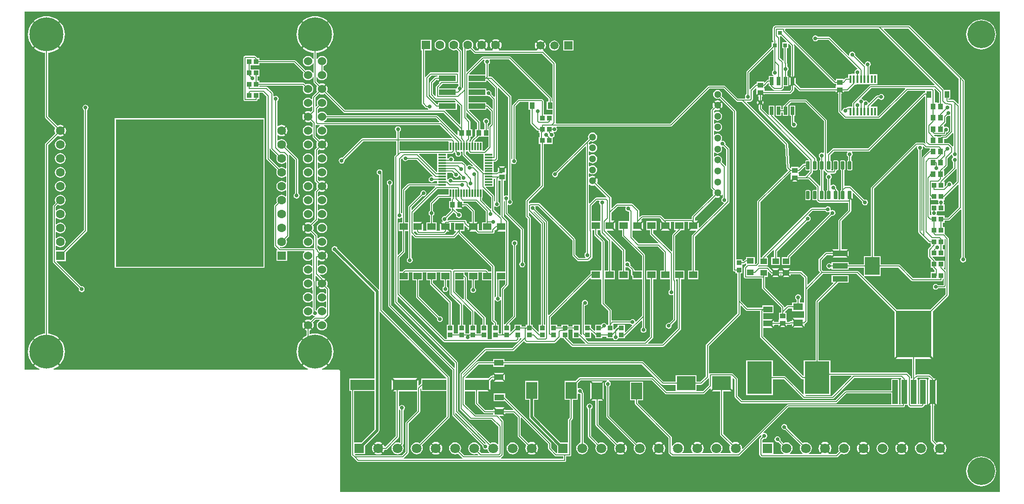
<source format=gtl>
G04*
G04 #@! TF.GenerationSoftware,Altium Limited,Altium Designer,20.0.13 (296)*
G04*
G04 Layer_Physical_Order=1*
G04 Layer_Color=255*
%FSLAX25Y25*%
%MOIN*%
G70*
G01*
G75*
%ADD20R,0.10630X0.03937*%
%ADD21R,0.10630X0.12992*%
%ADD22R,0.03740X0.03347*%
%ADD23R,0.04724X0.04331*%
G04:AMPARAMS|DCode=24|XSize=253.94mil|YSize=334.65mil|CornerRadius=2.54mil|HoleSize=0mil|Usage=FLASHONLY|Rotation=180.000|XOffset=0mil|YOffset=0mil|HoleType=Round|Shape=RoundedRectangle|*
%AMROUNDEDRECTD24*
21,1,0.25394,0.32957,0,0,180.0*
21,1,0.24886,0.33465,0,0,180.0*
1,1,0.00508,-0.12443,0.16478*
1,1,0.00508,0.12443,0.16478*
1,1,0.00508,0.12443,-0.16478*
1,1,0.00508,-0.12443,-0.16478*
%
%ADD24ROUNDEDRECTD24*%
G04:AMPARAMS|DCode=25|XSize=41.34mil|YSize=175.2mil|CornerRadius=2.07mil|HoleSize=0mil|Usage=FLASHONLY|Rotation=180.000|XOffset=0mil|YOffset=0mil|HoleType=Round|Shape=RoundedRectangle|*
%AMROUNDEDRECTD25*
21,1,0.04134,0.17106,0,0,180.0*
21,1,0.03720,0.17520,0,0,180.0*
1,1,0.00413,-0.01860,0.08553*
1,1,0.00413,0.01860,0.08553*
1,1,0.00413,0.01860,-0.08553*
1,1,0.00413,-0.01860,-0.08553*
%
%ADD25ROUNDEDRECTD25*%
%ADD26R,0.07874X0.12008*%
%ADD27R,0.17717X0.23622*%
%ADD28R,0.13780X0.09843*%
%ADD29R,0.17323X0.07480*%
%ADD30R,0.06693X0.04331*%
%ADD31R,0.03937X0.03543*%
%ADD32R,0.07087X0.05118*%
%ADD33R,0.03347X0.03740*%
%ADD34R,0.05807X0.01181*%
%ADD35R,0.01181X0.05807*%
%ADD36R,0.03740X0.03937*%
%ADD37R,0.03937X0.03740*%
%ADD38R,0.12205X0.03937*%
%ADD39R,0.03598X0.04799*%
%ADD40R,0.03543X0.03937*%
G04:AMPARAMS|DCode=41|XSize=23.62mil|YSize=57.09mil|CornerRadius=2.01mil|HoleSize=0mil|Usage=FLASHONLY|Rotation=180.000|XOffset=0mil|YOffset=0mil|HoleType=Round|Shape=RoundedRectangle|*
%AMROUNDEDRECTD41*
21,1,0.02362,0.05307,0,0,180.0*
21,1,0.01961,0.05709,0,0,180.0*
1,1,0.00402,-0.00980,0.02653*
1,1,0.00402,0.00980,0.02653*
1,1,0.00402,0.00980,-0.02653*
1,1,0.00402,-0.00980,-0.02653*
%
%ADD41ROUNDEDRECTD41*%
%ADD42R,0.02559X0.06004*%
%ADD43R,0.03071X0.03071*%
%ADD44R,0.01772X0.05807*%
%ADD45R,0.05906X0.05118*%
%ADD85C,0.00800*%
%ADD86C,0.02000*%
%ADD87C,0.06000*%
%ADD88C,0.24410*%
%ADD89C,0.20000*%
%ADD90R,1.06299X1.06299*%
%ADD91C,0.06299*%
%ADD92R,0.06299X0.06299*%
%ADD93R,0.05906X0.05906*%
%ADD94C,0.05906*%
%ADD95R,0.06299X0.06299*%
%ADD96R,0.07087X0.07087*%
%ADD97C,0.07087*%
%ADD98C,0.05118*%
%ADD99C,0.02756*%
G36*
X801926Y105948D02*
X327995D01*
Y192913D01*
X327902Y193382D01*
X327637Y193779D01*
X327240Y194044D01*
X326772Y194137D01*
X315176D01*
X315077Y194637D01*
X316013Y195025D01*
X317786Y196111D01*
X318908Y197070D01*
X310000Y205978D01*
X301092Y197070D01*
X302215Y196111D01*
X303987Y195025D01*
X304923Y194637D01*
X304824Y194137D01*
X122263D01*
X122163Y194637D01*
X123100Y195025D01*
X124872Y196111D01*
X125995Y197070D01*
X117087Y205978D01*
X108178Y197070D01*
X109301Y196111D01*
X111073Y195025D01*
X112010Y194637D01*
X111910Y194137D01*
X101224D01*
Y451533D01*
X801926D01*
Y105948D01*
D02*
G37*
%LPC*%
G36*
X736867Y441655D02*
X736867Y441655D01*
X715467D01*
X715467Y441655D01*
X715467Y441655D01*
X640800D01*
X640800Y441655D01*
X640371Y441569D01*
X640007Y441326D01*
X640007Y441326D01*
X639166Y440485D01*
X638923Y440121D01*
X638837Y439692D01*
X638837Y439692D01*
Y431179D01*
X638837Y431179D01*
X638923Y430750D01*
X639166Y430386D01*
X639233Y430319D01*
Y429617D01*
X638119D01*
Y426733D01*
X620207Y408821D01*
X619964Y408457D01*
X619878Y408028D01*
X619878Y408028D01*
Y392150D01*
X619502Y391898D01*
X619043Y391211D01*
X618881Y390400D01*
X619043Y389589D01*
X619127Y389462D01*
X618892Y389021D01*
X617100D01*
X617100Y389022D01*
X617100Y389021D01*
X613865D01*
X604808Y398078D01*
X604444Y398321D01*
X604015Y398407D01*
X604015Y398407D01*
X592985D01*
X592985Y398407D01*
X592556Y398321D01*
X592192Y398078D01*
X565235Y371122D01*
X483225D01*
X482886Y371622D01*
X482922Y371800D01*
Y414200D01*
X482922Y414200D01*
X482836Y414629D01*
X482593Y414993D01*
X482593Y414993D01*
X474393Y423193D01*
X474198Y423324D01*
X474124Y423826D01*
X474146Y423914D01*
X474229Y423978D01*
X471890Y426317D01*
X469442Y423869D01*
X469324Y423522D01*
X442180D01*
X442049Y424022D01*
X442322Y424231D01*
X439843Y426711D01*
X437363Y424231D01*
X437636Y424022D01*
X437506Y423522D01*
X432180D01*
X432049Y424022D01*
X432322Y424231D01*
X429843Y426711D01*
X427363Y424231D01*
X427636Y424022D01*
X427506Y423522D01*
X425466D01*
X423253Y425734D01*
X423593Y426554D01*
X423725Y427559D01*
X423593Y428564D01*
X423205Y429500D01*
X422588Y430305D01*
X421784Y430922D01*
X420848Y431310D01*
X419843Y431442D01*
X418838Y431310D01*
X417901Y430922D01*
X417097Y430305D01*
X416480Y429500D01*
X416092Y428564D01*
X415960Y427559D01*
X416092Y426554D01*
X416480Y425618D01*
X416526Y425557D01*
X416478Y425316D01*
X416478Y425316D01*
Y396451D01*
X415978Y396402D01*
X415857Y397011D01*
X415422Y397663D01*
Y423102D01*
X415422Y423102D01*
X415336Y423531D01*
X415093Y423895D01*
X415093Y423895D01*
X413253Y425734D01*
X413593Y426554D01*
X413725Y427559D01*
X413593Y428564D01*
X413205Y429500D01*
X412588Y430305D01*
X411784Y430922D01*
X410848Y431310D01*
X409843Y431442D01*
X408838Y431310D01*
X407901Y430922D01*
X407097Y430305D01*
X406480Y429500D01*
X406092Y428564D01*
X405960Y427559D01*
X406092Y426554D01*
X406480Y425618D01*
X407097Y424813D01*
X407901Y424196D01*
X408838Y423808D01*
X409843Y423676D01*
X410848Y423808D01*
X411667Y424148D01*
X413178Y422637D01*
Y408158D01*
X412678Y407866D01*
X412400Y407922D01*
X393098D01*
X392668Y407836D01*
X392304Y407593D01*
X392304Y407593D01*
X389642Y404931D01*
X389522Y404750D01*
X389021Y404902D01*
Y423709D01*
X393692D01*
Y431409D01*
X385993D01*
Y423709D01*
X386778D01*
Y385600D01*
X386778Y385600D01*
X386864Y385171D01*
X387107Y384807D01*
X389307Y382607D01*
X389671Y382364D01*
X390100Y382278D01*
X390100Y382278D01*
X390550D01*
X390802Y381902D01*
X391371Y381522D01*
X391238Y381021D01*
X331565D01*
X318526Y394060D01*
X318897Y394956D01*
X319035Y396000D01*
X318897Y397044D01*
X318494Y398017D01*
X318221Y398373D01*
X315424Y395576D01*
X314576Y396424D01*
X317373Y399221D01*
X317017Y399494D01*
X316044Y399897D01*
X315000Y400035D01*
X313956Y399897D01*
X313060Y399526D01*
X311122Y401465D01*
Y404388D01*
X311621Y404488D01*
X311768Y404134D01*
X312361Y403361D01*
X313134Y402768D01*
X314034Y402395D01*
X315000Y402268D01*
X315966Y402395D01*
X316866Y402768D01*
X317639Y403361D01*
X318232Y404134D01*
X318605Y405034D01*
X318732Y406000D01*
X318605Y406966D01*
X318232Y407866D01*
X317639Y408639D01*
X316866Y409232D01*
X316122Y409540D01*
Y412460D01*
X316866Y412768D01*
X317639Y413361D01*
X318232Y414134D01*
X318605Y415034D01*
X318732Y416000D01*
X318605Y416966D01*
X318232Y417866D01*
X317639Y418639D01*
X316866Y419232D01*
X315966Y419605D01*
X315000Y419732D01*
X314034Y419605D01*
X313134Y419232D01*
X312361Y418639D01*
X311768Y417866D01*
X311621Y417512D01*
X311122Y417612D01*
Y422016D01*
X312072Y422091D01*
X314093Y422576D01*
X316013Y423371D01*
X317786Y424457D01*
X318908Y425416D01*
X310000Y434325D01*
X301092Y425416D01*
X302215Y424457D01*
X303987Y423371D01*
X305907Y422576D01*
X307928Y422091D01*
X308878Y422016D01*
Y417612D01*
X308379Y417512D01*
X308232Y417866D01*
X307639Y418639D01*
X306866Y419232D01*
X305966Y419605D01*
X305000Y419732D01*
X304034Y419605D01*
X303134Y419232D01*
X302361Y418639D01*
X301768Y417866D01*
X301395Y416966D01*
X301268Y416000D01*
X301395Y415034D01*
X301768Y414134D01*
X302361Y413361D01*
X303134Y412768D01*
X304034Y412395D01*
X305000Y412268D01*
X305966Y412395D01*
X306866Y412768D01*
X307639Y413361D01*
X308232Y414134D01*
X308379Y414488D01*
X308878Y414388D01*
Y407612D01*
X308379Y407512D01*
X308232Y407866D01*
X307639Y408639D01*
X306866Y409232D01*
X305966Y409605D01*
X305000Y409732D01*
X304034Y409605D01*
X303290Y409296D01*
X296159Y416427D01*
X295795Y416670D01*
X295366Y416755D01*
X295366Y416755D01*
X270078D01*
Y418204D01*
X268624D01*
X268498Y418393D01*
X268498Y418393D01*
X267398Y419493D01*
X267034Y419736D01*
X266605Y419822D01*
X266605Y419822D01*
X259800D01*
X259371Y419736D01*
X259007Y419493D01*
X258764Y419129D01*
X258679Y418700D01*
Y388300D01*
X258764Y387871D01*
X259007Y387507D01*
X259371Y387264D01*
X259800Y387178D01*
X267705D01*
X268134Y387264D01*
X268498Y387507D01*
X268741Y387871D01*
X268826Y388300D01*
Y388757D01*
X270078D01*
Y393279D01*
X272535D01*
X275179Y390635D01*
Y345787D01*
X275178Y345787D01*
X275264Y345357D01*
X275507Y344993D01*
X282676Y337825D01*
X282336Y337005D01*
X282204Y336000D01*
X282336Y334995D01*
X282724Y334059D01*
X283341Y333254D01*
X284145Y332637D01*
X285082Y332249D01*
X286087Y332117D01*
X287092Y332249D01*
X288028Y332637D01*
X288778Y333213D01*
X289274Y333105D01*
X289279Y333103D01*
Y328897D01*
X289274Y328895D01*
X288778Y328787D01*
X288028Y329363D01*
X287092Y329750D01*
X286087Y329883D01*
X285082Y329750D01*
X284145Y329363D01*
X283341Y328746D01*
X282724Y327941D01*
X282336Y327005D01*
X282204Y326000D01*
X282336Y324995D01*
X282724Y324059D01*
X283341Y323254D01*
X284145Y322637D01*
X285082Y322250D01*
X286087Y322117D01*
X287092Y322250D01*
X288028Y322637D01*
X288778Y323213D01*
X289274Y323105D01*
X289279Y323103D01*
Y318897D01*
X289274Y318895D01*
X288778Y318787D01*
X288028Y319363D01*
X287092Y319750D01*
X286087Y319883D01*
X285082Y319750D01*
X284145Y319363D01*
X283341Y318746D01*
X282724Y317941D01*
X282336Y317005D01*
X282204Y316000D01*
X282336Y314995D01*
X282676Y314175D01*
X281007Y312507D01*
X280764Y312143D01*
X280678Y311713D01*
X280679Y311713D01*
Y283200D01*
X280678Y283200D01*
X280764Y282771D01*
X281007Y282407D01*
X283102Y280311D01*
X282911Y279850D01*
X282237D01*
Y272150D01*
X289936D01*
Y279179D01*
X302287D01*
X302447Y278705D01*
X302361Y278639D01*
X301768Y277866D01*
X301395Y276966D01*
X301268Y276000D01*
X301395Y275034D01*
X301768Y274134D01*
X302361Y273361D01*
X303134Y272768D01*
X304034Y272395D01*
X305000Y272268D01*
X305966Y272395D01*
X306866Y272768D01*
X307609Y273338D01*
X307806Y273305D01*
X308110Y273202D01*
X308130Y268778D01*
X307815Y268670D01*
X307630Y268646D01*
X306866Y269232D01*
X305966Y269605D01*
X305000Y269732D01*
X304034Y269605D01*
X303134Y269232D01*
X302361Y268639D01*
X301768Y267866D01*
X301395Y266966D01*
X301268Y266000D01*
X301395Y265034D01*
X301768Y264134D01*
X302361Y263361D01*
X303134Y262768D01*
X304034Y262395D01*
X305000Y262268D01*
X305966Y262395D01*
X306866Y262768D01*
X307639Y263361D01*
X307680Y263415D01*
X308154Y263255D01*
X308174Y258720D01*
X307701Y258558D01*
X307639Y258639D01*
X306866Y259232D01*
X305966Y259605D01*
X305000Y259732D01*
X304034Y259605D01*
X303134Y259232D01*
X302361Y258639D01*
X301768Y257866D01*
X301395Y256966D01*
X301268Y256000D01*
X301395Y255034D01*
X301768Y254134D01*
X302361Y253361D01*
X303134Y252768D01*
X304034Y252395D01*
X305000Y252268D01*
X305966Y252395D01*
X306866Y252768D01*
X307639Y253361D01*
X307724Y253472D01*
X308198Y253313D01*
X308219Y248661D01*
X307746Y248500D01*
X307639Y248639D01*
X306866Y249232D01*
X305966Y249605D01*
X305000Y249732D01*
X304034Y249605D01*
X303134Y249232D01*
X302361Y248639D01*
X301768Y247866D01*
X301395Y246966D01*
X301268Y246000D01*
X301395Y245034D01*
X301768Y244134D01*
X302361Y243361D01*
X303134Y242768D01*
X304034Y242395D01*
X305000Y242268D01*
X305966Y242395D01*
X306866Y242768D01*
X307639Y243361D01*
X307742Y243495D01*
X308242Y243326D01*
X308263Y238647D01*
X307764Y238476D01*
X307639Y238639D01*
X306866Y239232D01*
X305966Y239605D01*
X305000Y239732D01*
X304034Y239605D01*
X303134Y239232D01*
X302361Y238639D01*
X301768Y237866D01*
X301395Y236966D01*
X301268Y236000D01*
X301395Y235034D01*
X301768Y234134D01*
X302361Y233361D01*
X303134Y232768D01*
X304034Y232395D01*
X305000Y232268D01*
X305966Y232395D01*
X306866Y232768D01*
X307639Y233361D01*
X307686Y233423D01*
X308301Y233403D01*
X308502Y233102D01*
X309189Y232643D01*
X309623Y232556D01*
X309623Y232047D01*
X309571Y232036D01*
X309207Y231793D01*
X309207Y231793D01*
X306940Y229526D01*
X306044Y229897D01*
X305000Y230034D01*
X303956Y229897D01*
X302983Y229494D01*
X302627Y229221D01*
X305424Y226424D01*
X308221Y223627D01*
X308494Y223983D01*
X308897Y224956D01*
X309034Y226000D01*
X308897Y227044D01*
X308526Y227940D01*
X310465Y229878D01*
X313388D01*
X313488Y229379D01*
X313134Y229232D01*
X312361Y228639D01*
X311768Y227866D01*
X311395Y226966D01*
X311268Y226000D01*
X311395Y225034D01*
X311768Y224134D01*
X312361Y223361D01*
X313134Y222768D01*
X314034Y222395D01*
X315000Y222268D01*
X315966Y222395D01*
X316866Y222768D01*
X317639Y223361D01*
X318232Y224134D01*
X318605Y225034D01*
X318732Y226000D01*
X318605Y226966D01*
X318232Y227866D01*
X317639Y228639D01*
X316866Y229232D01*
X316758Y229818D01*
X316800Y229878D01*
X317229Y229964D01*
X317593Y230207D01*
X319893Y232507D01*
X319893Y232507D01*
X320136Y232871D01*
X320222Y233300D01*
X320221Y233300D01*
Y251900D01*
X320222Y251900D01*
X320136Y252329D01*
X319893Y252693D01*
X319893Y252693D01*
X318526Y254060D01*
X318897Y254956D01*
X319035Y256000D01*
X318897Y257044D01*
X318494Y258017D01*
X318221Y258373D01*
X315424Y255576D01*
X312627Y252779D01*
X312983Y252506D01*
X313956Y252103D01*
X315000Y251965D01*
X316044Y252103D01*
X316940Y252474D01*
X317979Y251435D01*
Y248975D01*
X317478Y248762D01*
X316866Y249232D01*
X315966Y249605D01*
X315000Y249732D01*
X314034Y249605D01*
X313134Y249232D01*
X312361Y248639D01*
X311768Y247866D01*
X311395Y246966D01*
X311268Y246000D01*
X311395Y245034D01*
X311768Y244134D01*
X312361Y243361D01*
X313134Y242768D01*
X314034Y242395D01*
X315000Y242268D01*
X315966Y242395D01*
X316866Y242768D01*
X317478Y243238D01*
X317979Y243025D01*
Y238975D01*
X317478Y238762D01*
X316866Y239232D01*
X315966Y239605D01*
X315000Y239732D01*
X314034Y239605D01*
X313134Y239232D01*
X312361Y238639D01*
X311768Y237866D01*
X311395Y236966D01*
X311371Y236781D01*
X310921Y236556D01*
X310515Y236754D01*
X310406Y261354D01*
X310867Y261547D01*
X312679Y259735D01*
X312646Y259236D01*
X312627Y259221D01*
X315000Y256849D01*
X317373Y259221D01*
X317017Y259494D01*
X316044Y259897D01*
X315635Y259951D01*
X313519Y262068D01*
X313802Y262491D01*
X314034Y262395D01*
X315000Y262268D01*
X315966Y262395D01*
X316866Y262768D01*
X317639Y263361D01*
X318232Y264134D01*
X318605Y265034D01*
X318732Y266000D01*
X318605Y266966D01*
X318232Y267866D01*
X317639Y268639D01*
X316866Y269232D01*
X315966Y269605D01*
X315000Y269732D01*
X314034Y269605D01*
X313134Y269232D01*
X312522Y268762D01*
X312021Y268975D01*
Y272613D01*
X312522Y272860D01*
X312983Y272506D01*
X313956Y272103D01*
X315000Y271966D01*
X316044Y272103D01*
X317017Y272506D01*
X317373Y272779D01*
X314576Y275576D01*
X315000Y276000D01*
X314576Y276424D01*
X317373Y279221D01*
X317017Y279494D01*
X316044Y279897D01*
X315000Y280034D01*
X313956Y279897D01*
X313411Y279672D01*
X313258Y279714D01*
X312876Y279991D01*
X312827Y280238D01*
X312584Y280602D01*
X312584Y280602D01*
X311721Y281465D01*
Y283373D01*
X312222Y283543D01*
X312361Y283361D01*
X313134Y282768D01*
X314034Y282395D01*
X315000Y282268D01*
X315966Y282395D01*
X316866Y282768D01*
X317639Y283361D01*
X318232Y284134D01*
X318605Y285034D01*
X318732Y286000D01*
X318605Y286966D01*
X318232Y287866D01*
X317639Y288639D01*
X316866Y289232D01*
X315966Y289605D01*
X315000Y289732D01*
X314034Y289605D01*
X313134Y289232D01*
X312361Y288639D01*
X312222Y288457D01*
X311721Y288627D01*
Y290400D01*
X311722Y290400D01*
X311636Y290829D01*
X311393Y291193D01*
X311393Y291193D01*
X308526Y294060D01*
X308897Y294956D01*
X309034Y296000D01*
X308897Y297044D01*
X308526Y297940D01*
X311693Y301107D01*
X311936Y301471D01*
X312022Y301900D01*
X312021Y301900D01*
Y303025D01*
X312522Y303238D01*
X313134Y302768D01*
X314034Y302395D01*
X315000Y302268D01*
X315966Y302395D01*
X316866Y302768D01*
X317639Y303361D01*
X318232Y304134D01*
X318605Y305034D01*
X318732Y306000D01*
X318605Y306966D01*
X318232Y307866D01*
X317639Y308639D01*
X316866Y309232D01*
X315966Y309605D01*
X315000Y309732D01*
X314034Y309605D01*
X313134Y309232D01*
X312522Y308762D01*
X312021Y308975D01*
Y313025D01*
X312522Y313238D01*
X313134Y312768D01*
X314034Y312395D01*
X315000Y312268D01*
X315966Y312395D01*
X316866Y312768D01*
X317639Y313361D01*
X318232Y314134D01*
X318605Y315034D01*
X318732Y316000D01*
X318605Y316966D01*
X318232Y317866D01*
X317639Y318639D01*
X316866Y319232D01*
X315966Y319605D01*
X315000Y319732D01*
X314034Y319605D01*
X313134Y319232D01*
X312522Y318762D01*
X312021Y318975D01*
Y321435D01*
X313060Y322474D01*
X313956Y322103D01*
X315000Y321966D01*
X316044Y322103D01*
X317017Y322506D01*
X317373Y322779D01*
X314576Y325576D01*
X315000Y326000D01*
X314576Y326424D01*
X317373Y329221D01*
X317017Y329494D01*
X316044Y329897D01*
X315000Y330034D01*
X313956Y329897D01*
X313060Y329526D01*
X312021Y330565D01*
Y333025D01*
X312522Y333238D01*
X313134Y332768D01*
X314034Y332395D01*
X315000Y332268D01*
X315966Y332395D01*
X316866Y332768D01*
X317639Y333361D01*
X318232Y334134D01*
X318605Y335034D01*
X318732Y336000D01*
X318605Y336966D01*
X318232Y337866D01*
X317639Y338639D01*
X316866Y339232D01*
X315966Y339605D01*
X315000Y339732D01*
X314034Y339605D01*
X313134Y339232D01*
X312522Y338762D01*
X312021Y338975D01*
Y343025D01*
X312522Y343238D01*
X313134Y342768D01*
X314034Y342395D01*
X315000Y342268D01*
X315966Y342395D01*
X316866Y342768D01*
X317639Y343361D01*
X318232Y344134D01*
X318605Y345034D01*
X318732Y346000D01*
X318605Y346966D01*
X318232Y347866D01*
X317639Y348639D01*
X316866Y349232D01*
X315966Y349605D01*
X315000Y349732D01*
X314034Y349605D01*
X313134Y349232D01*
X312522Y348762D01*
X312021Y348975D01*
Y351435D01*
X313060Y352474D01*
X313956Y352103D01*
X315000Y351965D01*
X316044Y352103D01*
X317017Y352506D01*
X317373Y352779D01*
X314576Y355576D01*
X315000Y356000D01*
X314576Y356424D01*
X317373Y359221D01*
X317017Y359494D01*
X316044Y359897D01*
X315000Y360034D01*
X313956Y359897D01*
X313060Y359526D01*
X310522Y362065D01*
Y370039D01*
X310803Y370155D01*
X311021Y370197D01*
X311371Y369964D01*
X311800Y369879D01*
X313388D01*
X313488Y369378D01*
X313134Y369232D01*
X312361Y368639D01*
X311768Y367866D01*
X311395Y366966D01*
X311268Y366000D01*
X311395Y365034D01*
X311768Y364134D01*
X312361Y363361D01*
X313134Y362768D01*
X314034Y362395D01*
X315000Y362268D01*
X315966Y362395D01*
X316866Y362768D01*
X317639Y363361D01*
X318232Y364134D01*
X318605Y365034D01*
X318732Y366000D01*
X318605Y366966D01*
X318232Y367866D01*
X317639Y368639D01*
X316866Y369232D01*
X316512Y369378D01*
X316612Y369879D01*
X399814D01*
X408763Y360930D01*
X408516Y360469D01*
X408252Y360522D01*
X408252Y360522D01*
X370722D01*
Y365250D01*
X371098Y365502D01*
X371557Y366189D01*
X371719Y367000D01*
X371557Y367811D01*
X371098Y368498D01*
X370411Y368957D01*
X369600Y369119D01*
X368789Y368957D01*
X368102Y368498D01*
X367643Y367811D01*
X367481Y367000D01*
X367643Y366189D01*
X368102Y365502D01*
X368478Y365250D01*
Y360522D01*
X344200D01*
X343771Y360436D01*
X343407Y360193D01*
X343407Y360193D01*
X329644Y346430D01*
X329200Y346519D01*
X328389Y346357D01*
X327702Y345898D01*
X327243Y345211D01*
X327081Y344400D01*
X327243Y343589D01*
X327702Y342902D01*
X328389Y342443D01*
X329200Y342281D01*
X330011Y342443D01*
X330698Y342902D01*
X331157Y343589D01*
X331319Y344400D01*
X331230Y344844D01*
X344665Y358278D01*
X368478D01*
Y349121D01*
X367316Y347958D01*
X367072Y347594D01*
X366987Y347165D01*
X366987Y347165D01*
Y242491D01*
X366987Y242491D01*
X367072Y242062D01*
X367316Y241698D01*
X410478Y198535D01*
Y195461D01*
X410016Y195270D01*
X364822Y240465D01*
Y326750D01*
X365198Y327002D01*
X365657Y327689D01*
X365819Y328500D01*
X365657Y329311D01*
X365198Y329998D01*
X364511Y330457D01*
X363700Y330619D01*
X362889Y330457D01*
X362202Y329998D01*
X361743Y329311D01*
X361581Y328500D01*
X361743Y327689D01*
X362202Y327002D01*
X362579Y326750D01*
Y240000D01*
X362578Y240000D01*
X362664Y239571D01*
X362907Y239207D01*
X408578Y193535D01*
Y161500D01*
X408578Y161500D01*
X408664Y161071D01*
X408907Y160707D01*
X430470Y139144D01*
X430381Y138700D01*
X430543Y137889D01*
X431002Y137202D01*
X431689Y136743D01*
X432500Y136581D01*
X433311Y136743D01*
X433547Y136900D01*
X434002Y136694D01*
X434055Y136294D01*
X434482Y135262D01*
X435163Y134375D01*
X435267Y134295D01*
X435107Y133822D01*
X429576D01*
X428122Y135275D01*
X428544Y136294D01*
X428689Y137402D01*
X428544Y138509D01*
X428116Y139542D01*
X427436Y140428D01*
X426549Y141108D01*
X425517Y141536D01*
X424409Y141682D01*
X423302Y141536D01*
X422269Y141108D01*
X421383Y140428D01*
X420703Y139542D01*
X420275Y138509D01*
X420129Y137402D01*
X420275Y136294D01*
X420703Y135262D01*
X421383Y134375D01*
X422269Y133695D01*
X423302Y133267D01*
X424409Y133122D01*
X425517Y133267D01*
X426536Y133689D01*
X427441Y132783D01*
X427250Y132322D01*
X417296D01*
X414342Y135275D01*
X414764Y136294D01*
X414910Y137402D01*
X414764Y138509D01*
X414336Y139542D01*
X413656Y140428D01*
X412770Y141108D01*
X411738Y141536D01*
X410630Y141682D01*
X409522Y141536D01*
X408490Y141108D01*
X407604Y140428D01*
X406923Y139542D01*
X406496Y138509D01*
X406350Y137402D01*
X406496Y136294D01*
X406923Y135262D01*
X407604Y134375D01*
X408490Y133695D01*
X409522Y133267D01*
X410630Y133122D01*
X411738Y133267D01*
X412756Y133689D01*
X416039Y130407D01*
X416039Y130407D01*
X416059Y130394D01*
X415907Y129894D01*
X373825D01*
X373673Y130394D01*
X373693Y130407D01*
X376893Y133607D01*
X376893Y133607D01*
X377136Y133971D01*
X377221Y134400D01*
Y155135D01*
X385293Y163207D01*
X385293Y163207D01*
X385536Y163571D01*
X385622Y164000D01*
Y180328D01*
X385966Y180612D01*
X386406Y180423D01*
Y178631D01*
X404479D01*
Y160395D01*
X385197Y141114D01*
X384178Y141536D01*
X383071Y141682D01*
X381963Y141536D01*
X380931Y141108D01*
X380044Y140428D01*
X379364Y139542D01*
X378937Y138509D01*
X378791Y137402D01*
X378937Y136294D01*
X379364Y135262D01*
X380044Y134375D01*
X380931Y133695D01*
X381963Y133267D01*
X383071Y133122D01*
X384178Y133267D01*
X385211Y133695D01*
X386097Y134375D01*
X386777Y135262D01*
X387205Y136294D01*
X387351Y137402D01*
X387205Y138509D01*
X386783Y139528D01*
X406393Y159138D01*
X406636Y159502D01*
X406722Y159931D01*
X406721Y159931D01*
Y188500D01*
X406722Y188500D01*
X406636Y188929D01*
X406393Y189293D01*
X406393Y189293D01*
X358421Y237265D01*
Y335100D01*
X358381Y335306D01*
X358519Y336000D01*
X358357Y336811D01*
X357898Y337498D01*
X357211Y337957D01*
X356400Y338119D01*
X355589Y337957D01*
X354902Y337498D01*
X354443Y336811D01*
X354281Y336000D01*
X354443Y335189D01*
X354902Y334502D01*
X355589Y334043D01*
X356178Y333925D01*
Y251780D01*
X355679Y251573D01*
X326136Y281115D01*
X326057Y281511D01*
X325598Y282198D01*
X324911Y282657D01*
X324100Y282819D01*
X323289Y282657D01*
X322602Y282198D01*
X322143Y281511D01*
X321981Y280700D01*
X322143Y279889D01*
X322602Y279202D01*
X323289Y278743D01*
X323685Y278664D01*
X352867Y249482D01*
Y187511D01*
X334832D01*
Y178631D01*
X335878D01*
Y132800D01*
X335878Y132800D01*
X335964Y132371D01*
X336207Y132007D01*
X337807Y130407D01*
X337807Y130407D01*
X340235Y127979D01*
X340599Y127736D01*
X341028Y127650D01*
X341028Y127650D01*
X489372D01*
X489801Y127736D01*
X490165Y127979D01*
X490408Y128343D01*
X490493Y128772D01*
Y131578D01*
X492900D01*
X493329Y131664D01*
X493693Y131907D01*
X493936Y132271D01*
X494022Y132700D01*
Y157241D01*
X494887Y158107D01*
X494887Y158107D01*
X495131Y158471D01*
X495216Y158900D01*
X495216Y158900D01*
Y172430D01*
X498731D01*
Y176548D01*
X499231Y176815D01*
X499489Y176643D01*
X500300Y176481D01*
X500358Y176493D01*
X500847Y176083D01*
Y141530D01*
X499829Y141108D01*
X498942Y140428D01*
X498262Y139542D01*
X497834Y138509D01*
X497689Y137402D01*
X497834Y136294D01*
X498262Y135262D01*
X498942Y134375D01*
X499829Y133695D01*
X500861Y133267D01*
X501969Y133122D01*
X503076Y133267D01*
X504109Y133695D01*
X504995Y134375D01*
X505675Y135262D01*
X506103Y136294D01*
X506249Y137402D01*
X506103Y138509D01*
X505675Y139542D01*
X504995Y140428D01*
X504109Y141108D01*
X503090Y141530D01*
Y176931D01*
X503090Y176931D01*
X503005Y177361D01*
X502762Y177725D01*
X502762Y177725D01*
X502330Y178156D01*
X502419Y178600D01*
X502257Y179411D01*
X501798Y180098D01*
X501111Y180557D01*
X500300Y180719D01*
X499489Y180557D01*
X499231Y180385D01*
X498731Y180652D01*
Y184251D01*
X500759Y186278D01*
X519646D01*
X519695Y185778D01*
X519589Y185757D01*
X518902Y185298D01*
X518443Y184611D01*
X518281Y183800D01*
X518443Y182989D01*
X518902Y182302D01*
X519278Y182050D01*
Y160309D01*
X519278Y160309D01*
X519364Y159879D01*
X519607Y159516D01*
X539595Y139528D01*
X539173Y138509D01*
X539027Y137402D01*
X539173Y136294D01*
X539601Y135262D01*
X540281Y134375D01*
X541167Y133695D01*
X542199Y133267D01*
X543307Y133122D01*
X544415Y133267D01*
X545447Y133695D01*
X546333Y134375D01*
X547014Y135262D01*
X547441Y136294D01*
X547587Y137402D01*
X547441Y138509D01*
X547014Y139542D01*
X546333Y140428D01*
X545447Y141108D01*
X544415Y141536D01*
X543307Y141682D01*
X542199Y141536D01*
X541181Y141114D01*
X521522Y160773D01*
Y182050D01*
X521898Y182302D01*
X522357Y182989D01*
X522519Y183800D01*
X522357Y184611D01*
X521898Y185298D01*
X521211Y185757D01*
X521105Y185778D01*
X521154Y186278D01*
X551935D01*
X561607Y176607D01*
X561607Y176607D01*
X561971Y176364D01*
X562400Y176278D01*
X562400Y176278D01*
X589100D01*
X589100Y176278D01*
X589529Y176364D01*
X589893Y176607D01*
X593814Y180528D01*
X594276Y180336D01*
Y179179D01*
X599773Y184676D01*
X600621Y183828D01*
X595124Y178331D01*
X601044D01*
Y147441D01*
X601044Y147441D01*
X601129Y147012D01*
X601372Y146648D01*
X608276Y139744D01*
X608236Y139693D01*
X607778Y138588D01*
X607622Y137402D01*
X607778Y136216D01*
X608236Y135110D01*
X608842Y134322D01*
X608629Y133822D01*
X601508D01*
X601347Y134295D01*
X601452Y134375D01*
X602132Y135262D01*
X602559Y136294D01*
X602705Y137402D01*
X602559Y138509D01*
X602132Y139542D01*
X601452Y140428D01*
X600565Y141108D01*
X599533Y141536D01*
X598425Y141682D01*
X597318Y141536D01*
X596285Y141108D01*
X595399Y140428D01*
X594719Y139542D01*
X594291Y138509D01*
X594145Y137402D01*
X594291Y136294D01*
X594719Y135262D01*
X595399Y134375D01*
X595503Y134295D01*
X595343Y133822D01*
X588221D01*
X588009Y134322D01*
X588614Y135110D01*
X589072Y136216D01*
X589228Y137402D01*
X589072Y138588D01*
X588614Y139693D01*
X588254Y140162D01*
X585070Y136977D01*
X584646Y137402D01*
X584221Y136977D01*
X581037Y140162D01*
X580677Y139693D01*
X580219Y138588D01*
X580063Y137402D01*
X580219Y136216D01*
X580677Y135110D01*
X581282Y134322D01*
X581070Y133822D01*
X573949D01*
X573788Y134295D01*
X573893Y134375D01*
X574573Y135262D01*
X575000Y136294D01*
X575146Y137402D01*
X575000Y138509D01*
X574573Y139542D01*
X573893Y140428D01*
X573006Y141108D01*
X571974Y141536D01*
X570866Y141682D01*
X569759Y141536D01*
X568726Y141108D01*
X567840Y140428D01*
X567160Y139542D01*
X566822Y138725D01*
X566322Y138825D01*
Y145345D01*
X566236Y145774D01*
X565993Y146138D01*
X565993Y146138D01*
X542066Y170065D01*
Y172036D01*
X545582D01*
Y185444D01*
X536308D01*
Y172036D01*
X539823D01*
Y169600D01*
X539823Y169600D01*
X539909Y169171D01*
X540152Y168807D01*
X564078Y144880D01*
Y134400D01*
X564078Y134400D01*
X564164Y133971D01*
X564407Y133607D01*
X566107Y131907D01*
X566107Y131907D01*
X566471Y131664D01*
X566900Y131578D01*
X614400D01*
X614400Y131578D01*
X614829Y131664D01*
X615193Y131907D01*
X630292Y147006D01*
X630753Y146760D01*
X630681Y146400D01*
X630770Y145956D01*
X629507Y144693D01*
X629264Y144329D01*
X629178Y143900D01*
X629178Y143900D01*
Y133000D01*
X629178Y133000D01*
X629264Y132571D01*
X629507Y132207D01*
X630407Y131307D01*
X630407Y131307D01*
X630771Y131064D01*
X631200Y130978D01*
X684856D01*
X684856Y130978D01*
X685285Y131064D01*
X685649Y131307D01*
X688031Y133689D01*
X689050Y133267D01*
X690157Y133122D01*
X691265Y133267D01*
X692297Y133695D01*
X693184Y134375D01*
X693864Y135262D01*
X694291Y136294D01*
X694437Y137402D01*
X694291Y138509D01*
X693864Y139542D01*
X693184Y140428D01*
X692297Y141108D01*
X691265Y141536D01*
X690157Y141682D01*
X689050Y141536D01*
X688017Y141108D01*
X687131Y140428D01*
X686451Y139542D01*
X686023Y138509D01*
X685878Y137402D01*
X686023Y136294D01*
X686445Y135275D01*
X684391Y133222D01*
X679215D01*
X679045Y133722D01*
X679138Y133793D01*
X676378Y136553D01*
X673618Y133793D01*
X673711Y133722D01*
X673541Y133222D01*
X665058D01*
X664771Y133667D01*
X664773Y133722D01*
X665625Y134375D01*
X666305Y135262D01*
X666733Y136294D01*
X666878Y137402D01*
X666733Y138509D01*
X666305Y139542D01*
X665625Y140428D01*
X664738Y141108D01*
X663706Y141536D01*
X662598Y141682D01*
X661491Y141536D01*
X660474Y141115D01*
X649233Y152356D01*
X649322Y152800D01*
X649161Y153611D01*
X648701Y154298D01*
X648014Y154757D01*
X647203Y154919D01*
X646392Y154757D01*
X645705Y154298D01*
X645246Y153611D01*
X645084Y152800D01*
X645246Y151989D01*
X645705Y151302D01*
X646392Y150843D01*
X647203Y150681D01*
X647647Y150770D01*
X658887Y139530D01*
X658464Y138509D01*
X658319Y137402D01*
X658464Y136294D01*
X658892Y135262D01*
X659572Y134375D01*
X660424Y133722D01*
X660426Y133667D01*
X660139Y133222D01*
X651279D01*
X650992Y133667D01*
X650993Y133722D01*
X651845Y134375D01*
X652526Y135262D01*
X652953Y136294D01*
X653099Y137402D01*
X652953Y138509D01*
X652526Y139542D01*
X651845Y140428D01*
X650959Y141108D01*
X649927Y141536D01*
X648819Y141682D01*
X647711Y141536D01*
X646693Y141114D01*
X644351Y143456D01*
X644439Y143900D01*
X644278Y144711D01*
X643819Y145398D01*
X643131Y145857D01*
X642321Y146019D01*
X641510Y145857D01*
X640823Y145398D01*
X640363Y144711D01*
X640202Y143900D01*
X640363Y143089D01*
X640823Y142402D01*
X641510Y141943D01*
X642321Y141781D01*
X642765Y141870D01*
X645107Y139528D01*
X644685Y138509D01*
X644539Y137402D01*
X644685Y136294D01*
X645113Y135262D01*
X645793Y134375D01*
X646644Y133722D01*
X646646Y133667D01*
X646359Y133222D01*
X639283D01*
Y141645D01*
X631422D01*
Y143435D01*
X632356Y144370D01*
X632800Y144281D01*
X633611Y144443D01*
X634298Y144902D01*
X634757Y145589D01*
X634919Y146400D01*
X634757Y147211D01*
X634298Y147898D01*
X633611Y148357D01*
X632800Y148519D01*
X632440Y148447D01*
X632194Y148908D01*
X650165Y166878D01*
X732665D01*
X732836Y166912D01*
X733009Y166933D01*
X733049Y166955D01*
X733094Y166964D01*
X733239Y167061D01*
X733392Y167146D01*
X733420Y167182D01*
X733458Y167207D01*
X733555Y167352D01*
X733663Y167489D01*
X733675Y167533D01*
X733701Y167571D01*
X733735Y167742D01*
X733782Y167910D01*
X733828Y168475D01*
X735325D01*
X735679Y168546D01*
X736004Y168161D01*
X736107Y168007D01*
X737007Y167107D01*
X737007Y167107D01*
X737371Y166864D01*
X737800Y166778D01*
X745950D01*
X745950Y166778D01*
X746380Y166864D01*
X746743Y167107D01*
X747643Y168007D01*
X747644Y168007D01*
X747887Y168371D01*
X747907Y168475D01*
X748711D01*
X749064Y168546D01*
X749364Y168746D01*
X749565Y169046D01*
X749635Y169400D01*
Y186506D01*
X749565Y186860D01*
X749364Y187160D01*
X749064Y187360D01*
X748711Y187430D01*
X744990D01*
X744636Y187360D01*
X744337Y187160D01*
X744136Y186860D01*
X744066Y186506D01*
Y169766D01*
X743593Y169333D01*
X743282Y169358D01*
X743248Y169400D01*
Y186506D01*
X743154Y186977D01*
X742888Y187376D01*
X742838Y187409D01*
X742762Y187945D01*
X743053Y188278D01*
X750647D01*
X750939Y187945D01*
X750863Y187409D01*
X750813Y187376D01*
X750547Y186977D01*
X750453Y186506D01*
Y169400D01*
X750516Y169081D01*
X753119Y171684D01*
X753543Y171260D01*
X753968Y171684D01*
X756571Y169081D01*
X756634Y169400D01*
Y186506D01*
X756571Y186825D01*
X753968Y184221D01*
X753119Y185070D01*
X755722Y187673D01*
X755404Y187736D01*
X754508D01*
X754337Y187993D01*
X752137Y190193D01*
X751773Y190436D01*
X751343Y190522D01*
X751343Y190522D01*
X742357D01*
X742357Y190522D01*
X741928Y190436D01*
X741779Y190337D01*
X741279Y190597D01*
Y201731D01*
X752600D01*
X752959Y201803D01*
X740158Y214604D01*
X727356Y201803D01*
X727714Y201731D01*
X739036D01*
Y187736D01*
X738297D01*
X738022Y187962D01*
Y188800D01*
X738022Y188800D01*
X737936Y189229D01*
X737693Y189593D01*
X737693Y189593D01*
X735693Y191593D01*
X735329Y191836D01*
X734900Y191922D01*
X734900Y191922D01*
X680228D01*
Y200700D01*
X671791D01*
Y242453D01*
X686118Y256780D01*
X693220D01*
Y262117D01*
X681190D01*
Y256780D01*
X682292D01*
X682483Y256318D01*
X669876Y243711D01*
X669633Y243347D01*
X669548Y242918D01*
X669548Y242918D01*
Y200700D01*
X661111D01*
Y189682D01*
X660611Y189475D01*
X632022Y218065D01*
Y224000D01*
X638931D01*
X636190Y226741D01*
X636614Y227165D01*
X636190Y227590D01*
X638931Y230331D01*
X632022D01*
Y234536D01*
X639479D01*
Y240267D01*
X631387D01*
Y238523D01*
X620830D01*
X615689Y243665D01*
Y263375D01*
X617137D01*
Y268121D01*
X617137D01*
Y268493D01*
X617137D01*
Y269745D01*
X618000D01*
X618000Y269745D01*
X618429Y269830D01*
X618793Y270073D01*
X619311Y270590D01*
X619772Y270399D01*
Y269379D01*
X619772Y269379D01*
X619772D01*
X619511Y268997D01*
X618507Y267993D01*
X618264Y267629D01*
X618178Y267200D01*
X618178Y267200D01*
Y260700D01*
X618264Y260271D01*
X618507Y259907D01*
X618871Y259664D01*
X619300Y259578D01*
X631162D01*
Y252780D01*
X631162Y252780D01*
X631247Y252350D01*
X631490Y251987D01*
X644941Y238535D01*
Y235636D01*
X644941Y235636D01*
X644941Y235636D01*
Y235051D01*
X643395D01*
Y230107D01*
X643094Y230035D01*
Y228385D01*
X640698D01*
X640688Y228383D01*
X640677Y228385D01*
X640136Y228375D01*
X639779Y228725D01*
Y229482D01*
X637463Y227165D01*
X639779Y224849D01*
Y226125D01*
X640709Y226142D01*
X643094D01*
Y225341D01*
X645442Y227688D01*
X646063Y227067D01*
X646684Y227688D01*
X649031Y225341D01*
Y226142D01*
X650943D01*
X650943Y226142D01*
X651372Y226228D01*
X651736Y226471D01*
X651900Y226635D01*
X652543D01*
Y225045D01*
X655254Y227756D01*
X652543Y230467D01*
Y228878D01*
X651436D01*
X651435Y228878D01*
X651006Y228792D01*
X650642Y228549D01*
X650642Y228549D01*
X650479Y228385D01*
X649031D01*
Y230035D01*
X648732Y230107D01*
Y235051D01*
X647771D01*
X647563Y235550D01*
X650065Y238052D01*
X652843D01*
Y235914D01*
X661330D01*
X661478Y235476D01*
Y231315D01*
X653392D01*
X656527Y228180D01*
X656102Y227756D01*
X656527Y227332D01*
X653392Y224197D01*
X660781D01*
X657647Y227332D01*
X658495Y228180D01*
X661630Y225045D01*
Y226709D01*
X661685Y226720D01*
X662049Y226963D01*
X663393Y228307D01*
X663393Y228307D01*
X663636Y228671D01*
X663722Y229100D01*
Y251635D01*
X674965Y262878D01*
X699193D01*
X726436Y235635D01*
Y203010D01*
X726507Y202651D01*
X739733Y215877D01*
X740158Y215453D01*
X740582Y215877D01*
X753807Y202651D01*
X753879Y203010D01*
Y235774D01*
X764997Y247011D01*
X765116Y247191D01*
X765236Y247371D01*
X765237Y247374D01*
X765239Y247376D01*
X765280Y247589D01*
X765322Y247800D01*
Y288300D01*
X765322Y288300D01*
X765236Y288729D01*
X764993Y289093D01*
X764993Y289093D01*
X762393Y291693D01*
X762204Y291819D01*
Y296763D01*
X760952D01*
Y299725D01*
X762204D01*
Y301174D01*
X765395D01*
X765395Y301174D01*
X765824Y301259D01*
X766188Y301502D01*
X773978Y309292D01*
X774478Y309085D01*
Y274950D01*
X774102Y274698D01*
X773643Y274011D01*
X773481Y273200D01*
X773643Y272389D01*
X774102Y271702D01*
X774789Y271243D01*
X775600Y271081D01*
X776411Y271243D01*
X777098Y271702D01*
X777557Y272389D01*
X777719Y273200D01*
X777557Y274011D01*
X777098Y274698D01*
X776722Y274950D01*
Y401800D01*
X776722Y401800D01*
X776636Y402229D01*
X776393Y402593D01*
X774371Y404615D01*
X774371Y404615D01*
X737660Y441326D01*
X737296Y441569D01*
X736867Y441655D01*
D02*
G37*
G36*
X310000Y448419D02*
X307928Y448256D01*
X305907Y447771D01*
X303987Y446975D01*
X302215Y445889D01*
X301092Y444930D01*
X310000Y436022D01*
X318908Y444930D01*
X317786Y445889D01*
X316013Y446975D01*
X314093Y447771D01*
X312072Y448256D01*
X310000Y448419D01*
D02*
G37*
G36*
X117087D02*
X115015Y448256D01*
X112994Y447771D01*
X111073Y446975D01*
X109301Y445889D01*
X108178Y444930D01*
X117087Y436022D01*
X125995Y444930D01*
X124872Y445889D01*
X123100Y446975D01*
X121180Y447771D01*
X119159Y448256D01*
X117087Y448419D01*
D02*
G37*
G36*
X439843Y431744D02*
X438759Y431602D01*
X437750Y431184D01*
X437363Y430887D01*
X439843Y428407D01*
X442322Y430887D01*
X441935Y431184D01*
X440926Y431602D01*
X439843Y431744D01*
D02*
G37*
G36*
X429843D02*
X428759Y431602D01*
X427750Y431184D01*
X427363Y430887D01*
X429843Y428407D01*
X432322Y430887D01*
X431935Y431184D01*
X430926Y431602D01*
X429843Y431744D01*
D02*
G37*
G36*
X471890Y431152D02*
X470858Y431016D01*
X469896Y430618D01*
X469551Y430353D01*
X471890Y428014D01*
X474229Y430353D01*
X473883Y430618D01*
X472922Y431016D01*
X471890Y431152D01*
D02*
G37*
G36*
X319757Y444082D02*
X310848Y435173D01*
X319757Y426265D01*
X320716Y427388D01*
X321802Y429160D01*
X322597Y431080D01*
X323082Y433101D01*
X323246Y435173D01*
X323082Y437245D01*
X322597Y439266D01*
X321802Y441187D01*
X320716Y442959D01*
X319757Y444082D01*
D02*
G37*
G36*
X126844D02*
X117935Y435173D01*
X126844Y426265D01*
X127803Y427388D01*
X128888Y429160D01*
X129684Y431080D01*
X130169Y433101D01*
X130332Y435173D01*
X130169Y437245D01*
X129684Y439266D01*
X128888Y441187D01*
X127803Y442959D01*
X126844Y444082D01*
D02*
G37*
G36*
X300243D02*
X299284Y442959D01*
X298198Y441187D01*
X297403Y439266D01*
X296918Y437245D01*
X296754Y435173D01*
X296918Y433101D01*
X297403Y431080D01*
X298198Y429160D01*
X299284Y427388D01*
X300243Y426265D01*
X309152Y435173D01*
X300243Y444082D01*
D02*
G37*
G36*
X107330D02*
X106371Y442959D01*
X105285Y441187D01*
X104489Y439266D01*
X104004Y437245D01*
X103841Y435173D01*
X104004Y433101D01*
X104489Y431080D01*
X105285Y429160D01*
X106371Y427388D01*
X107330Y426265D01*
X116238Y435173D01*
X107330Y444082D01*
D02*
G37*
G36*
X443170Y430038D02*
X440691Y427559D01*
X443170Y425080D01*
X443467Y425466D01*
X443885Y426476D01*
X444028Y427559D01*
X443885Y428642D01*
X443467Y429652D01*
X443170Y430038D01*
D02*
G37*
G36*
X433171D02*
X430691Y427559D01*
X433171Y425080D01*
X433467Y425466D01*
X433885Y426476D01*
X434028Y427559D01*
X433885Y428642D01*
X433467Y429652D01*
X433171Y430038D01*
D02*
G37*
G36*
X436515Y430038D02*
X436218Y429652D01*
X435800Y428642D01*
X435657Y427559D01*
X435800Y426476D01*
X436218Y425466D01*
X436515Y425080D01*
X438994Y427559D01*
X436515Y430038D01*
D02*
G37*
G36*
X426515D02*
X426218Y429652D01*
X425800Y428642D01*
X425657Y427559D01*
X425800Y426476D01*
X426218Y425466D01*
X426515Y425080D01*
X428994Y427559D01*
X426515Y430038D01*
D02*
G37*
G36*
X468702Y429504D02*
X468437Y429159D01*
X468039Y428197D01*
X467903Y427165D01*
X468039Y426133D01*
X468437Y425172D01*
X468702Y424826D01*
X471041Y427165D01*
X468702Y429504D01*
D02*
G37*
G36*
X475077D02*
X472738Y427165D01*
X475077Y424826D01*
X475343Y425172D01*
X475741Y426133D01*
X475877Y427165D01*
X475741Y428197D01*
X475343Y429159D01*
X475077Y429504D01*
D02*
G37*
G36*
X788583Y445906D02*
X786904Y445774D01*
X785266Y445381D01*
X783710Y444736D01*
X782274Y443856D01*
X780993Y442763D01*
X779899Y441482D01*
X779019Y440046D01*
X778375Y438490D01*
X777982Y436852D01*
X777849Y435173D01*
X777982Y433494D01*
X778375Y431856D01*
X779019Y430301D01*
X779899Y428864D01*
X780993Y427584D01*
X782274Y426490D01*
X783710Y425610D01*
X785266Y424965D01*
X786904Y424572D01*
X788583Y424440D01*
X790262Y424572D01*
X791899Y424965D01*
X793455Y425610D01*
X794891Y426490D01*
X796172Y427584D01*
X797266Y428864D01*
X798146Y430301D01*
X798790Y431856D01*
X799184Y433494D01*
X799316Y435173D01*
X799184Y436852D01*
X798790Y438490D01*
X798146Y440046D01*
X797266Y441482D01*
X796172Y442763D01*
X794891Y443856D01*
X793455Y444736D01*
X791899Y445381D01*
X790262Y445774D01*
X788583Y445906D01*
D02*
G37*
G36*
X399843Y431442D02*
X398838Y431310D01*
X397901Y430922D01*
X397097Y430305D01*
X396480Y429500D01*
X396092Y428564D01*
X395960Y427559D01*
X396092Y426554D01*
X396480Y425618D01*
X397097Y424813D01*
X397901Y424196D01*
X398838Y423808D01*
X399843Y423676D01*
X400848Y423808D01*
X401784Y424196D01*
X402588Y424813D01*
X403205Y425618D01*
X403593Y426554D01*
X403725Y427559D01*
X403593Y428564D01*
X403205Y429500D01*
X402588Y430305D01*
X401784Y430922D01*
X400848Y431310D01*
X399843Y431442D01*
D02*
G37*
G36*
X495543Y430818D02*
X488237D01*
Y423513D01*
X495543D01*
Y430818D01*
D02*
G37*
G36*
X481890Y430850D02*
X480936Y430724D01*
X480048Y430356D01*
X479285Y429771D01*
X478699Y429007D01*
X478331Y428119D01*
X478205Y427165D01*
X478331Y426212D01*
X478699Y425323D01*
X479285Y424560D01*
X480048Y423975D01*
X480936Y423607D01*
X481890Y423481D01*
X482843Y423607D01*
X483732Y423975D01*
X484495Y424560D01*
X485080Y425323D01*
X485449Y426212D01*
X485574Y427165D01*
X485449Y428119D01*
X485080Y429007D01*
X484495Y429771D01*
X483732Y430356D01*
X482843Y430724D01*
X481890Y430850D01*
D02*
G37*
G36*
X130359Y368440D02*
X127880Y365961D01*
X130359Y363481D01*
X130656Y363868D01*
X131074Y364877D01*
X131217Y365961D01*
X131074Y367044D01*
X130656Y368053D01*
X130359Y368440D01*
D02*
G37*
G36*
X117087Y434325D02*
X108178Y425416D01*
X109301Y424457D01*
X111073Y423371D01*
X112994Y422576D01*
X115015Y422091D01*
X115965Y422016D01*
Y375905D01*
X115965Y375905D01*
X116050Y375476D01*
X116294Y375112D01*
X123391Y368015D01*
X122989Y367044D01*
X122846Y365961D01*
X122989Y364877D01*
X123391Y363906D01*
X116294Y356809D01*
X116050Y356445D01*
X115965Y356016D01*
X115965Y356016D01*
Y219984D01*
X115015Y219909D01*
X112994Y219424D01*
X111073Y218629D01*
X109301Y217543D01*
X108178Y216584D01*
X117087Y207675D01*
X125995Y216584D01*
X124872Y217543D01*
X123100Y218629D01*
X121180Y219424D01*
X119159Y219909D01*
X118208Y219984D01*
Y355551D01*
X124977Y362320D01*
X125948Y361918D01*
X127031Y361775D01*
X128115Y361918D01*
X129124Y362336D01*
X129511Y362633D01*
X126607Y365536D01*
X127031Y365961D01*
X126607Y366385D01*
X129511Y369288D01*
X129124Y369585D01*
X128115Y370003D01*
X127031Y370146D01*
X125948Y370003D01*
X124977Y369601D01*
X118208Y376370D01*
Y422016D01*
X119159Y422091D01*
X121180Y422576D01*
X123100Y423371D01*
X124872Y424457D01*
X125995Y425416D01*
X117087Y434325D01*
D02*
G37*
G36*
X318221Y358373D02*
X315848Y356000D01*
X318221Y353627D01*
X318494Y353983D01*
X318897Y354956D01*
X319035Y356000D01*
X318897Y357044D01*
X318494Y358017D01*
X318221Y358373D01*
D02*
G37*
G36*
X127031Y359843D02*
X126026Y359711D01*
X125090Y359323D01*
X124286Y358706D01*
X123669Y357902D01*
X123281Y356965D01*
X123149Y355961D01*
X123281Y354956D01*
X123669Y354019D01*
X124286Y353215D01*
X125090Y352598D01*
X126026Y352210D01*
X127031Y352078D01*
X128036Y352210D01*
X128973Y352598D01*
X129777Y353215D01*
X130394Y354019D01*
X130782Y354956D01*
X130914Y355961D01*
X130782Y356965D01*
X130394Y357902D01*
X129777Y358706D01*
X128973Y359323D01*
X128036Y359711D01*
X127031Y359843D01*
D02*
G37*
G36*
Y349843D02*
X126026Y349711D01*
X125090Y349323D01*
X124286Y348706D01*
X123669Y347902D01*
X123281Y346966D01*
X123149Y345961D01*
X123281Y344956D01*
X123669Y344019D01*
X124286Y343215D01*
X125090Y342598D01*
X126026Y342210D01*
X127031Y342078D01*
X128036Y342210D01*
X128973Y342598D01*
X129777Y343215D01*
X130394Y344019D01*
X130782Y344956D01*
X130914Y345961D01*
X130782Y346966D01*
X130394Y347902D01*
X129777Y348706D01*
X128973Y349323D01*
X128036Y349711D01*
X127031Y349843D01*
D02*
G37*
G36*
Y339843D02*
X126026Y339711D01*
X125090Y339323D01*
X124286Y338706D01*
X123669Y337902D01*
X123281Y336965D01*
X123149Y335961D01*
X123281Y334956D01*
X123669Y334019D01*
X124286Y333215D01*
X125090Y332598D01*
X126026Y332210D01*
X127031Y332078D01*
X128036Y332210D01*
X128973Y332598D01*
X129777Y333215D01*
X130394Y334019D01*
X130782Y334956D01*
X130914Y335961D01*
X130782Y336965D01*
X130394Y337902D01*
X129777Y338706D01*
X128973Y339323D01*
X128036Y339711D01*
X127031Y339843D01*
D02*
G37*
G36*
X318221Y328373D02*
X315848Y326000D01*
X318221Y323627D01*
X318494Y323983D01*
X318897Y324956D01*
X319035Y326000D01*
X318897Y327044D01*
X318494Y328017D01*
X318221Y328373D01*
D02*
G37*
G36*
X127031Y329843D02*
X126026Y329711D01*
X125090Y329323D01*
X124286Y328706D01*
X123669Y327902D01*
X123281Y326965D01*
X123149Y325961D01*
X123281Y324956D01*
X123669Y324019D01*
X124286Y323215D01*
X125090Y322598D01*
X126026Y322210D01*
X127031Y322078D01*
X128036Y322210D01*
X128973Y322598D01*
X129777Y323215D01*
X130394Y324019D01*
X130782Y324956D01*
X130914Y325961D01*
X130782Y326965D01*
X130394Y327902D01*
X129777Y328706D01*
X128973Y329323D01*
X128036Y329711D01*
X127031Y329843D01*
D02*
G37*
G36*
X145200Y384619D02*
X144389Y384457D01*
X143702Y383998D01*
X143243Y383311D01*
X143081Y382500D01*
X143243Y381689D01*
X143702Y381002D01*
X144078Y380750D01*
Y294594D01*
X129295Y279810D01*
X123822D01*
Y283057D01*
X124066Y283140D01*
X124322Y283188D01*
X125090Y282598D01*
X126026Y282210D01*
X127031Y282078D01*
X128036Y282210D01*
X128973Y282598D01*
X129777Y283215D01*
X130394Y284019D01*
X130782Y284956D01*
X130914Y285961D01*
X130782Y286965D01*
X130394Y287902D01*
X129777Y288706D01*
X128973Y289323D01*
X128036Y289711D01*
X127031Y289843D01*
X126026Y289711D01*
X125090Y289323D01*
X124322Y288734D01*
X124066Y288781D01*
X123822Y288864D01*
Y293057D01*
X124066Y293141D01*
X124322Y293188D01*
X125090Y292598D01*
X126026Y292210D01*
X127031Y292078D01*
X128036Y292210D01*
X128973Y292598D01*
X129777Y293215D01*
X130394Y294019D01*
X130782Y294956D01*
X130914Y295961D01*
X130782Y296966D01*
X130394Y297902D01*
X129777Y298706D01*
X128973Y299323D01*
X128036Y299711D01*
X127031Y299843D01*
X126026Y299711D01*
X125090Y299323D01*
X124322Y298734D01*
X124066Y298781D01*
X123822Y298864D01*
Y303057D01*
X124066Y303140D01*
X124322Y303188D01*
X125090Y302598D01*
X126026Y302210D01*
X127031Y302078D01*
X128036Y302210D01*
X128973Y302598D01*
X129777Y303215D01*
X130394Y304019D01*
X130782Y304956D01*
X130914Y305961D01*
X130782Y306965D01*
X130394Y307902D01*
X129777Y308706D01*
X128973Y309323D01*
X128036Y309711D01*
X127031Y309843D01*
X126026Y309711D01*
X125090Y309323D01*
X124322Y308734D01*
X124066Y308781D01*
X123822Y308864D01*
Y311165D01*
X125207Y312550D01*
X126026Y312210D01*
X127031Y312078D01*
X128036Y312210D01*
X128973Y312598D01*
X129777Y313215D01*
X130394Y314019D01*
X130782Y314956D01*
X130914Y315961D01*
X130782Y316966D01*
X130394Y317902D01*
X129777Y318706D01*
X128973Y319323D01*
X128036Y319711D01*
X127031Y319843D01*
X126026Y319711D01*
X125090Y319323D01*
X124286Y318706D01*
X123669Y317902D01*
X123281Y316966D01*
X123149Y315961D01*
X123281Y314956D01*
X123620Y314136D01*
X121907Y312422D01*
X121664Y312058D01*
X121578Y311629D01*
X121578Y311629D01*
Y271600D01*
X121578Y271600D01*
X121664Y271171D01*
X121907Y270807D01*
X140370Y252344D01*
X140281Y251900D01*
X140443Y251089D01*
X140902Y250402D01*
X141589Y249943D01*
X142400Y249781D01*
X143211Y249943D01*
X143898Y250402D01*
X144357Y251089D01*
X144519Y251900D01*
X144357Y252711D01*
X143898Y253398D01*
X143211Y253857D01*
X142400Y254019D01*
X141956Y253930D01*
X124275Y271611D01*
X124482Y272111D01*
X130881D01*
Y278224D01*
X145993Y293336D01*
X146236Y293700D01*
X146322Y294129D01*
X146322Y294129D01*
Y380750D01*
X146698Y381002D01*
X147157Y381689D01*
X147319Y382500D01*
X147157Y383311D01*
X146698Y383998D01*
X146011Y384457D01*
X145200Y384619D01*
D02*
G37*
G36*
X315000Y299732D02*
X314034Y299605D01*
X313134Y299232D01*
X312361Y298639D01*
X311768Y297866D01*
X311395Y296966D01*
X311268Y296000D01*
X311395Y295034D01*
X311768Y294134D01*
X312361Y293361D01*
X313134Y292768D01*
X314034Y292395D01*
X315000Y292268D01*
X315966Y292395D01*
X316866Y292768D01*
X317639Y293361D01*
X318232Y294134D01*
X318605Y295034D01*
X318732Y296000D01*
X318605Y296966D01*
X318232Y297866D01*
X317639Y298639D01*
X316866Y299232D01*
X315966Y299605D01*
X315000Y299732D01*
D02*
G37*
G36*
X318221Y278373D02*
X315848Y276000D01*
X318221Y273627D01*
X318494Y273983D01*
X318897Y274956D01*
X319035Y276000D01*
X318897Y277044D01*
X318494Y278017D01*
X318221Y278373D01*
D02*
G37*
G36*
X273850Y374850D02*
X166150D01*
Y267150D01*
X273850D01*
Y374850D01*
D02*
G37*
G36*
X311779Y258373D02*
X311506Y258017D01*
X311103Y257044D01*
X310965Y256000D01*
X311103Y254956D01*
X311506Y253983D01*
X311779Y253627D01*
X314152Y256000D01*
X311779Y258373D01*
D02*
G37*
G36*
X646063Y226612D02*
X643943Y224492D01*
X648183D01*
X646063Y226612D01*
D02*
G37*
G36*
X301779Y228373D02*
X301506Y228017D01*
X301103Y227044D01*
X300965Y226000D01*
X301103Y224956D01*
X301506Y223983D01*
X301779Y223627D01*
X304152Y226000D01*
X301779Y228373D01*
D02*
G37*
G36*
X305000Y225151D02*
X302627Y222779D01*
X302983Y222506D01*
X303878Y222135D01*
Y218562D01*
X302215Y217543D01*
X301092Y216584D01*
X310000Y207675D01*
X318908Y216584D01*
X317786Y217543D01*
X316013Y218629D01*
X314093Y219424D01*
X312072Y219909D01*
X310000Y220072D01*
X307928Y219909D01*
X306514Y219570D01*
X306121Y219879D01*
Y222135D01*
X307017Y222506D01*
X307373Y222779D01*
X305000Y225151D01*
D02*
G37*
G36*
X319757Y215735D02*
X310848Y206827D01*
X319757Y197918D01*
X320716Y199041D01*
X321802Y200813D01*
X322597Y202734D01*
X323082Y204755D01*
X323246Y206827D01*
X323082Y208899D01*
X322597Y210920D01*
X321802Y212840D01*
X320716Y214612D01*
X319757Y215735D01*
D02*
G37*
G36*
X126844D02*
X117935Y206827D01*
X126844Y197918D01*
X127803Y199041D01*
X128888Y200813D01*
X129684Y202734D01*
X130169Y204755D01*
X130332Y206827D01*
X130169Y208899D01*
X129684Y210920D01*
X128888Y212840D01*
X127803Y214612D01*
X126844Y215735D01*
D02*
G37*
G36*
X300243D02*
X299284Y214612D01*
X298198Y212840D01*
X297403Y210920D01*
X296918Y208899D01*
X296754Y206827D01*
X296918Y204755D01*
X297403Y202734D01*
X298198Y200813D01*
X299284Y199041D01*
X300243Y197918D01*
X309152Y206827D01*
X300243Y215735D01*
D02*
G37*
G36*
X107330D02*
X106371Y214612D01*
X105285Y212840D01*
X104489Y210920D01*
X104004Y208899D01*
X103841Y206827D01*
X104004Y204755D01*
X104489Y202734D01*
X105285Y200813D01*
X106371Y199041D01*
X107330Y197918D01*
X116238Y206827D01*
X107330Y215735D01*
D02*
G37*
G36*
X516687Y185744D02*
X508510D01*
X512598Y181656D01*
X516687Y185744D01*
D02*
G37*
G36*
X507661Y184896D02*
Y172585D01*
X512174Y177097D01*
X512598Y176673D01*
X513023Y177097D01*
X517535Y172585D01*
Y184896D01*
X513023Y180383D01*
X512598Y180807D01*
X512174Y180383D01*
X507661Y184896D01*
D02*
G37*
G36*
X731496Y141984D02*
X730310Y141828D01*
X729205Y141370D01*
X728736Y141010D01*
X731496Y138250D01*
X734256Y141010D01*
X733787Y141370D01*
X732682Y141828D01*
X731496Y141984D01*
D02*
G37*
G36*
X703937D02*
X702751Y141828D01*
X701646Y141370D01*
X701177Y141010D01*
X703937Y138250D01*
X706697Y141010D01*
X706228Y141370D01*
X705123Y141828D01*
X703937Y141984D01*
D02*
G37*
G36*
X676378D02*
X675192Y141828D01*
X674087Y141370D01*
X673618Y141010D01*
X676378Y138250D01*
X679138Y141010D01*
X678669Y141370D01*
X677564Y141828D01*
X676378Y141984D01*
D02*
G37*
G36*
X584646D02*
X583460Y141828D01*
X582354Y141370D01*
X581885Y141010D01*
X584646Y138250D01*
X587406Y141010D01*
X586937Y141370D01*
X585832Y141828D01*
X584646Y141984D01*
D02*
G37*
G36*
X557087D02*
X555901Y141828D01*
X554795Y141370D01*
X554326Y141010D01*
X557087Y138250D01*
X559847Y141010D01*
X559378Y141370D01*
X558273Y141828D01*
X557087Y141984D01*
D02*
G37*
G36*
X396850D02*
X395664Y141828D01*
X394559Y141370D01*
X394090Y141010D01*
X396850Y138250D01*
X399611Y141010D01*
X399142Y141370D01*
X398036Y141828D01*
X396850Y141984D01*
D02*
G37*
G36*
X762664Y140162D02*
X759904Y137402D01*
X762664Y134641D01*
X763024Y135110D01*
X763482Y136216D01*
X763638Y137402D01*
X763482Y138588D01*
X763024Y139693D01*
X762664Y140162D01*
D02*
G37*
G36*
X735105D02*
X732344Y137402D01*
X735105Y134641D01*
X735465Y135110D01*
X735922Y136216D01*
X736079Y137402D01*
X735922Y138588D01*
X735465Y139693D01*
X735105Y140162D01*
D02*
G37*
G36*
X707546D02*
X704785Y137402D01*
X707546Y134641D01*
X707906Y135110D01*
X708363Y136216D01*
X708520Y137402D01*
X708363Y138588D01*
X707906Y139693D01*
X707546Y140162D01*
D02*
G37*
G36*
X679987D02*
X677226Y137402D01*
X679987Y134641D01*
X680347Y135110D01*
X680804Y136216D01*
X680961Y137402D01*
X680804Y138588D01*
X680347Y139693D01*
X679987Y140162D01*
D02*
G37*
G36*
X560695D02*
X557935Y137402D01*
X560695Y134641D01*
X561055Y135110D01*
X561513Y136216D01*
X561669Y137402D01*
X561513Y138588D01*
X561055Y139693D01*
X560695Y140162D01*
D02*
G37*
G36*
X533136D02*
X530376Y137402D01*
X533136Y134641D01*
X533496Y135110D01*
X533954Y136216D01*
X534110Y137402D01*
X533954Y138588D01*
X533496Y139693D01*
X533136Y140162D01*
D02*
G37*
G36*
X400459D02*
X397699Y137402D01*
X400459Y134641D01*
X400819Y135110D01*
X401277Y136216D01*
X401433Y137402D01*
X401277Y138588D01*
X400819Y139693D01*
X400459Y140162D01*
D02*
G37*
G36*
X753543Y170411D02*
X751365Y168233D01*
X751683Y168169D01*
X752422D01*
Y142913D01*
X752422Y142913D01*
X752507Y142484D01*
X752750Y142120D01*
X755126Y139744D01*
X755087Y139693D01*
X754629Y138588D01*
X754473Y137402D01*
X754629Y136216D01*
X755087Y135110D01*
X755446Y134641D01*
X758631Y137826D01*
X761815Y141010D01*
X761346Y141370D01*
X760241Y141828D01*
X759055Y141984D01*
X757869Y141828D01*
X756764Y141370D01*
X756712Y141331D01*
X754665Y143378D01*
Y168169D01*
X755404D01*
X755722Y168233D01*
X753543Y170411D01*
D02*
G37*
G36*
X727887Y140162D02*
X727527Y139693D01*
X727070Y138588D01*
X726913Y137402D01*
X727070Y136216D01*
X727527Y135110D01*
X727887Y134641D01*
X730648Y137402D01*
X727887Y140162D01*
D02*
G37*
G36*
X700328D02*
X699968Y139693D01*
X699511Y138588D01*
X699355Y137402D01*
X699511Y136216D01*
X699968Y135110D01*
X700328Y134641D01*
X703089Y137402D01*
X700328Y140162D01*
D02*
G37*
G36*
X672769D02*
X672409Y139693D01*
X671952Y138588D01*
X671796Y137402D01*
X671952Y136216D01*
X672409Y135110D01*
X672769Y134641D01*
X675529Y137402D01*
X672769Y140162D01*
D02*
G37*
G36*
X553478D02*
X553118Y139693D01*
X552660Y138588D01*
X552504Y137402D01*
X552660Y136216D01*
X553118Y135110D01*
X553478Y134641D01*
X556238Y137402D01*
X553478Y140162D01*
D02*
G37*
G36*
X512598Y175825D02*
X508510Y171736D01*
X511477D01*
Y154331D01*
X511477Y154331D01*
X511562Y153902D01*
X511805Y153538D01*
X525599Y139744D01*
X525559Y139693D01*
X525101Y138588D01*
X524945Y137402D01*
X525101Y136216D01*
X525559Y135110D01*
X525919Y134641D01*
X529103Y137826D01*
X532288Y141010D01*
X531819Y141370D01*
X530714Y141828D01*
X529528Y141984D01*
X528342Y141828D01*
X527236Y141370D01*
X527185Y141331D01*
X513720Y154795D01*
Y171736D01*
X516687D01*
X512598Y175825D01*
D02*
G37*
G36*
X393242Y140162D02*
X392882Y139693D01*
X392424Y138588D01*
X392268Y137402D01*
X392424Y136216D01*
X392882Y135110D01*
X393242Y134641D01*
X396002Y137402D01*
X393242Y140162D01*
D02*
G37*
G36*
X745276Y141682D02*
X744168Y141536D01*
X743136Y141108D01*
X742249Y140428D01*
X741569Y139542D01*
X741142Y138509D01*
X740996Y137402D01*
X741142Y136294D01*
X741569Y135262D01*
X742249Y134375D01*
X743136Y133695D01*
X744168Y133267D01*
X745276Y133122D01*
X746383Y133267D01*
X747416Y133695D01*
X748302Y134375D01*
X748982Y135262D01*
X749410Y136294D01*
X749555Y137402D01*
X749410Y138509D01*
X748982Y139542D01*
X748302Y140428D01*
X747416Y141108D01*
X746383Y141536D01*
X745276Y141682D01*
D02*
G37*
G36*
X717717D02*
X716609Y141536D01*
X715577Y141108D01*
X714690Y140428D01*
X714010Y139542D01*
X713583Y138509D01*
X713437Y137402D01*
X713583Y136294D01*
X714010Y135262D01*
X714690Y134375D01*
X715577Y133695D01*
X716609Y133267D01*
X717717Y133122D01*
X718824Y133267D01*
X719857Y133695D01*
X720743Y134375D01*
X721423Y135262D01*
X721851Y136294D01*
X721996Y137402D01*
X721851Y138509D01*
X721423Y139542D01*
X720743Y140428D01*
X719857Y141108D01*
X718824Y141536D01*
X717717Y141682D01*
D02*
G37*
G36*
X507300Y169619D02*
X506489Y169457D01*
X505802Y168998D01*
X505343Y168311D01*
X505181Y167500D01*
X505343Y166689D01*
X505802Y166002D01*
X506178Y165750D01*
Y145850D01*
X506178Y145850D01*
X506264Y145420D01*
X506507Y145056D01*
X512036Y139528D01*
X511614Y138509D01*
X511468Y137402D01*
X511614Y136294D01*
X512042Y135262D01*
X512722Y134375D01*
X513608Y133695D01*
X514640Y133267D01*
X515748Y133122D01*
X516856Y133267D01*
X517888Y133695D01*
X518774Y134375D01*
X519454Y135262D01*
X519882Y136294D01*
X520028Y137402D01*
X519882Y138509D01*
X519454Y139542D01*
X518774Y140428D01*
X517888Y141108D01*
X516856Y141536D01*
X515748Y141682D01*
X514640Y141536D01*
X513622Y141114D01*
X508422Y146314D01*
Y165750D01*
X508798Y166002D01*
X509257Y166689D01*
X509419Y167500D01*
X509257Y168311D01*
X508798Y168998D01*
X508111Y169457D01*
X507300Y169619D01*
D02*
G37*
G36*
X759055Y136553D02*
X756295Y133793D01*
X756764Y133433D01*
X757869Y132975D01*
X759055Y132819D01*
X760241Y132975D01*
X761346Y133433D01*
X761815Y133793D01*
X759055Y136553D01*
D02*
G37*
G36*
X731496D02*
X728736Y133793D01*
X729205Y133433D01*
X730310Y132975D01*
X731496Y132819D01*
X732682Y132975D01*
X733787Y133433D01*
X734256Y133793D01*
X731496Y136553D01*
D02*
G37*
G36*
X703937D02*
X701177Y133793D01*
X701646Y133433D01*
X702751Y132975D01*
X703937Y132819D01*
X705123Y132975D01*
X706228Y133433D01*
X706697Y133793D01*
X703937Y136553D01*
D02*
G37*
G36*
X557087D02*
X554326Y133793D01*
X554795Y133433D01*
X555901Y132975D01*
X557087Y132819D01*
X558273Y132975D01*
X559378Y133433D01*
X559847Y133793D01*
X557087Y136553D01*
D02*
G37*
G36*
X529528D02*
X526767Y133793D01*
X527236Y133433D01*
X528342Y132975D01*
X529528Y132819D01*
X530714Y132975D01*
X531819Y133433D01*
X532288Y133793D01*
X529528Y136553D01*
D02*
G37*
G36*
X396850D02*
X394090Y133793D01*
X394559Y133433D01*
X395664Y132975D01*
X396850Y132819D01*
X398036Y132975D01*
X399142Y133433D01*
X399611Y133793D01*
X396850Y136553D01*
D02*
G37*
G36*
X788583Y131599D02*
X786904Y131467D01*
X785266Y131074D01*
X783710Y130429D01*
X782274Y129550D01*
X780993Y128456D01*
X779899Y127175D01*
X779019Y125739D01*
X778375Y124183D01*
X777982Y122545D01*
X777849Y120866D01*
X777982Y119187D01*
X778375Y117550D01*
X779019Y115993D01*
X779899Y114557D01*
X780993Y113277D01*
X782274Y112183D01*
X783710Y111303D01*
X785266Y110658D01*
X786904Y110265D01*
X788583Y110133D01*
X790262Y110265D01*
X791899Y110658D01*
X793455Y111303D01*
X794891Y112183D01*
X796172Y113277D01*
X797266Y114557D01*
X798146Y115993D01*
X798790Y117550D01*
X799184Y119187D01*
X799316Y120866D01*
X799184Y122545D01*
X798790Y124183D01*
X798146Y125739D01*
X797266Y127175D01*
X796172Y128456D01*
X794891Y129550D01*
X793455Y130429D01*
X791899Y131074D01*
X790262Y131467D01*
X788583Y131599D01*
D02*
G37*
%LPD*%
G36*
X424208Y421607D02*
X424208Y421607D01*
X424572Y421364D01*
X425002Y421278D01*
X425002Y421278D01*
X473135D01*
X480678Y413735D01*
Y387139D01*
X479993D01*
Y389300D01*
X479908Y389729D01*
X479665Y390093D01*
X479665Y390093D01*
X450665Y419093D01*
X450301Y419336D01*
X449872Y419422D01*
X449872Y419422D01*
X430676D01*
X430676Y419422D01*
X430246Y419336D01*
X429882Y419093D01*
X429882Y419093D01*
X419183Y408394D01*
X418722Y408585D01*
Y423342D01*
X419222Y423758D01*
X419843Y423676D01*
X420848Y423808D01*
X421667Y424148D01*
X424208Y421607D01*
D02*
G37*
G36*
X648827Y430079D02*
X648635Y429617D01*
X645599D01*
Y425147D01*
X646713D01*
Y416380D01*
X646213Y416173D01*
X644122Y418265D01*
Y432800D01*
X644122Y432800D01*
X644036Y433229D01*
X643947Y433362D01*
X644215Y433862D01*
X645044D01*
X648827Y430079D01*
D02*
G37*
G36*
X301704Y407710D02*
X301395Y406966D01*
X301268Y406000D01*
X301395Y405034D01*
X301768Y404134D01*
X302361Y403361D01*
X303134Y402768D01*
X304034Y402395D01*
X305000Y402268D01*
X305966Y402395D01*
X306866Y402768D01*
X307639Y403361D01*
X308232Y404134D01*
X308379Y404488D01*
X308878Y404388D01*
Y401000D01*
X308878Y401000D01*
X308964Y400571D01*
X309207Y400207D01*
X311474Y397940D01*
X311103Y397044D01*
X310965Y396000D01*
X311103Y394956D01*
X311474Y394060D01*
X308307Y390893D01*
X308064Y390529D01*
X307978Y390100D01*
X307979Y390100D01*
Y388975D01*
X307478Y388762D01*
X306866Y389232D01*
X305966Y389605D01*
X305000Y389732D01*
X304034Y389605D01*
X303134Y389232D01*
X302361Y388639D01*
X301768Y387866D01*
X301395Y386966D01*
X301268Y386000D01*
X301395Y385034D01*
X301768Y384134D01*
X302361Y383361D01*
X303134Y382768D01*
X304034Y382395D01*
X305000Y382268D01*
X305966Y382395D01*
X306866Y382768D01*
X307478Y383238D01*
X307979Y383025D01*
Y380565D01*
X306940Y379526D01*
X306044Y379897D01*
X305000Y380034D01*
X303956Y379897D01*
X302983Y379494D01*
X302627Y379221D01*
X305424Y376424D01*
X305000Y376000D01*
X305424Y375576D01*
X302627Y372779D01*
X302983Y372506D01*
X303956Y372103D01*
X305000Y371966D01*
X306044Y372103D01*
X306940Y372474D01*
X308278Y371135D01*
Y368627D01*
X307779Y368457D01*
X307639Y368639D01*
X306866Y369232D01*
X305966Y369605D01*
X305000Y369732D01*
X304034Y369605D01*
X303134Y369232D01*
X302361Y368639D01*
X301768Y367866D01*
X301395Y366966D01*
X301268Y366000D01*
X301395Y365034D01*
X301768Y364134D01*
X302361Y363361D01*
X303134Y362768D01*
X304034Y362395D01*
X305000Y362268D01*
X305966Y362395D01*
X306866Y362768D01*
X307639Y363361D01*
X307779Y363543D01*
X308278Y363373D01*
Y361600D01*
X308278Y361600D01*
X308364Y361171D01*
X308607Y360807D01*
X311474Y357940D01*
X311103Y357044D01*
X310965Y356000D01*
X311103Y354956D01*
X311474Y354060D01*
X310107Y352693D01*
X309864Y352329D01*
X309778Y351900D01*
X309778Y351900D01*
Y330100D01*
X309778Y330100D01*
X309864Y329671D01*
X310107Y329307D01*
X311474Y327940D01*
X311103Y327044D01*
X310965Y326000D01*
X311103Y324956D01*
X311474Y324060D01*
X310107Y322693D01*
X309864Y322329D01*
X309778Y321900D01*
X309778Y321900D01*
Y302365D01*
X306940Y299526D01*
X306044Y299897D01*
X305000Y300034D01*
X303956Y299897D01*
X302983Y299494D01*
X302627Y299221D01*
X305424Y296424D01*
X305000Y296000D01*
X305424Y295576D01*
X302627Y292779D01*
X302983Y292506D01*
X303956Y292103D01*
X305000Y291966D01*
X306044Y292103D01*
X306940Y292474D01*
X309478Y289935D01*
Y281876D01*
X309200Y281421D01*
X285165D01*
X284734Y281852D01*
X285017Y282276D01*
X285082Y282249D01*
X286087Y282117D01*
X287092Y282249D01*
X288028Y282637D01*
X288832Y283254D01*
X289449Y284059D01*
X289837Y284995D01*
X289969Y286000D01*
X289837Y287005D01*
X289497Y287825D01*
X291193Y289520D01*
X291193Y289520D01*
X291436Y289884D01*
X291522Y290313D01*
X291522Y290314D01*
Y347900D01*
X291436Y348329D01*
X291380Y348414D01*
X291768Y348732D01*
X295678Y344822D01*
Y320950D01*
X295302Y320698D01*
X294843Y320011D01*
X294681Y319200D01*
X294843Y318389D01*
X295302Y317702D01*
X295989Y317243D01*
X296800Y317081D01*
X297611Y317243D01*
X298298Y317702D01*
X298757Y318389D01*
X298919Y319200D01*
X298757Y320011D01*
X298298Y320698D01*
X297921Y320950D01*
Y345286D01*
X297922Y345287D01*
X297836Y345716D01*
X297593Y346080D01*
X297593Y346080D01*
X289497Y354175D01*
X289837Y354995D01*
X289969Y356000D01*
X289837Y357005D01*
X289449Y357941D01*
X288832Y358746D01*
X288028Y359363D01*
X287092Y359751D01*
X286087Y359883D01*
X285082Y359751D01*
X284145Y359363D01*
X283421Y358807D01*
X282922Y358943D01*
Y362568D01*
X283421Y362814D01*
X283994Y362375D01*
X285003Y361957D01*
X286087Y361815D01*
X287170Y361957D01*
X288179Y362375D01*
X288566Y362672D01*
X285662Y365576D01*
X286087Y366000D01*
X285662Y366424D01*
X288566Y369328D01*
X288179Y369625D01*
X287170Y370043D01*
X286087Y370185D01*
X285003Y370043D01*
X283994Y369625D01*
X283421Y369185D01*
X282922Y369432D01*
Y387150D01*
X283298Y387402D01*
X283757Y388089D01*
X283919Y388900D01*
X283757Y389711D01*
X283298Y390398D01*
X282611Y390857D01*
X281800Y391019D01*
X280989Y390857D01*
X280622Y390612D01*
X280121Y390879D01*
Y392600D01*
X280122Y392600D01*
X280036Y393029D01*
X279793Y393393D01*
X279793Y393393D01*
X275993Y397193D01*
X275629Y397436D01*
X275200Y397522D01*
X275200Y397521D01*
X270078D01*
Y398308D01*
X301106D01*
X301704Y397710D01*
X301395Y396966D01*
X301268Y396000D01*
X301395Y395034D01*
X301768Y394134D01*
X302361Y393361D01*
X303134Y392768D01*
X304034Y392395D01*
X305000Y392268D01*
X305966Y392395D01*
X306866Y392768D01*
X307639Y393361D01*
X308232Y394134D01*
X308605Y395034D01*
X308732Y396000D01*
X308605Y396966D01*
X308232Y397866D01*
X307639Y398639D01*
X306866Y399232D01*
X305966Y399605D01*
X305000Y399732D01*
X304034Y399605D01*
X303290Y399296D01*
X302364Y400222D01*
X302000Y400465D01*
X301571Y400551D01*
X301571Y400551D01*
X270078D01*
Y401999D01*
X268826D01*
Y404961D01*
X270078D01*
Y410102D01*
X265460D01*
X265332Y410102D01*
Y410102D01*
X264960D01*
Y410102D01*
X263708D01*
Y413064D01*
X264960D01*
Y413064D01*
X265332D01*
Y413064D01*
X270078D01*
Y414512D01*
X294902D01*
X301704Y407710D01*
D02*
G37*
G36*
X431603Y417088D02*
X431821Y416678D01*
X431643Y416411D01*
X431481Y415600D01*
X431643Y414789D01*
X432102Y414102D01*
X432478Y413850D01*
Y406369D01*
X420984D01*
X420793Y406831D01*
X431095Y417133D01*
X431603Y417088D01*
D02*
G37*
G36*
X639233Y424021D02*
Y415795D01*
X639233Y415795D01*
X639233Y415795D01*
Y409304D01*
X638856Y409053D01*
X638397Y408365D01*
X638236Y407554D01*
X638397Y406744D01*
X638856Y406056D01*
X639275Y405777D01*
X639123Y405277D01*
X636170D01*
Y402696D01*
X635454D01*
X635454Y402696D01*
X635025Y402611D01*
X634661Y402368D01*
X634661Y402368D01*
X633052Y400758D01*
X632590Y400949D01*
Y401192D01*
X627253D01*
Y400323D01*
X627200Y399842D01*
X626771Y399757D01*
X626407Y399514D01*
X622707Y395813D01*
X622622Y395686D01*
X622122Y395837D01*
Y407563D01*
X638771Y424212D01*
X639233Y424021D01*
D02*
G37*
G36*
X401409Y403276D02*
X398864Y400732D01*
X399093D01*
X399284Y400270D01*
X397107Y398093D01*
X396864Y397729D01*
X396778Y397300D01*
X396778Y397300D01*
Y391115D01*
X396279Y390908D01*
X394722Y392465D01*
Y400036D01*
X397265Y402579D01*
X398016D01*
Y401581D01*
X400560Y404125D01*
X401409Y403276D01*
D02*
G37*
G36*
X755192Y399221D02*
X754985Y398722D01*
X709200D01*
X709200Y398722D01*
X708771Y398636D01*
X708407Y398393D01*
X708407Y398393D01*
X696329Y386315D01*
X696086Y385951D01*
X696000Y385522D01*
X696000Y385522D01*
Y383375D01*
X693001D01*
Y382922D01*
X692400D01*
X692400Y382922D01*
X691971Y382836D01*
X691607Y382593D01*
X691344Y382330D01*
X690900Y382419D01*
X690089Y382257D01*
X689402Y381798D01*
X688943Y381111D01*
X688852Y380656D01*
X688296Y380424D01*
X688129Y380533D01*
Y392602D01*
X689128D01*
X687008Y394722D01*
X684888Y392602D01*
X685886D01*
Y379792D01*
X685886Y379792D01*
X685972Y379363D01*
X686215Y378999D01*
X690407Y374807D01*
X690407Y374807D01*
X690771Y374564D01*
X691200Y374478D01*
X691200Y374479D01*
X715200D01*
X715200Y374478D01*
X715629Y374564D01*
X715993Y374807D01*
X735765Y394579D01*
X748531D01*
Y393321D01*
X747900D01*
X747471Y393236D01*
X747107Y392993D01*
X747107Y392993D01*
X707369Y353255D01*
X682468D01*
X682468Y353255D01*
X682038Y353170D01*
X681674Y352927D01*
X681674Y352927D01*
X678341Y349593D01*
X678322Y349564D01*
X677822Y349716D01*
Y373300D01*
X677822Y373300D01*
X677736Y373729D01*
X677493Y374093D01*
X663493Y388093D01*
X663129Y388336D01*
X662700Y388422D01*
X662700Y388422D01*
X651450D01*
X651020Y388336D01*
X650657Y388093D01*
X650657Y388093D01*
X647357Y384793D01*
X647113Y384429D01*
X647028Y384000D01*
X646542Y383922D01*
X646170D01*
Y381342D01*
X645129D01*
Y383922D01*
X641170D01*
Y376518D01*
X645129D01*
Y379099D01*
X646170D01*
Y376518D01*
X650129D01*
Y383922D01*
X650129D01*
X649991Y384256D01*
X651914Y386178D01*
X662235D01*
X675578Y372835D01*
Y350164D01*
X675138Y349928D01*
X674945Y350057D01*
X674134Y350219D01*
X673323Y350057D01*
X672636Y349598D01*
X672176Y348911D01*
X672015Y348100D01*
X672176Y347289D01*
X672636Y346602D01*
X673012Y346350D01*
Y344587D01*
X672802Y344546D01*
X672504Y344346D01*
X672305Y344048D01*
X672235Y343697D01*
Y338390D01*
X672305Y338038D01*
X672504Y337740D01*
X672802Y337541D01*
X673012Y337499D01*
Y326463D01*
X672548Y326161D01*
X672512Y326165D01*
X672293Y326493D01*
X672293Y326493D01*
X665906Y332880D01*
X665766Y332973D01*
X665657Y333571D01*
X667293Y335207D01*
X667293Y335207D01*
X667536Y335571D01*
X667622Y336000D01*
Y337106D01*
X668122Y337478D01*
X668153Y337471D01*
X670114D01*
X670466Y337541D01*
X670764Y337740D01*
X670963Y338038D01*
X671032Y338390D01*
Y343697D01*
X670963Y344048D01*
X670764Y344346D01*
X670466Y344546D01*
X670255Y344587D01*
Y345766D01*
X670255Y345766D01*
X670170Y346195D01*
X669927Y346559D01*
X669927Y346559D01*
X640366Y376120D01*
X640129Y376518D01*
X640129D01*
X640129Y376518D01*
Y383922D01*
X636170D01*
Y377469D01*
X635708Y377278D01*
X631043Y381943D01*
Y384089D01*
X631127Y384146D01*
X629921Y385351D01*
X628715Y384146D01*
X628800Y384089D01*
Y381479D01*
X628800Y381479D01*
X628885Y381050D01*
X629128Y380686D01*
X664699Y345115D01*
X664491Y344615D01*
X663154D01*
X662802Y344546D01*
X662504Y344346D01*
X662305Y344048D01*
X662235Y343697D01*
Y342165D01*
X661242D01*
X660813Y342080D01*
X660449Y341837D01*
X660449Y341836D01*
X657855Y339243D01*
X657393Y339434D01*
Y339873D01*
X652056D01*
Y339185D01*
X651594Y338994D01*
X650896Y339692D01*
X649920Y356266D01*
X649873Y356446D01*
X649836Y356629D01*
X649818Y356657D01*
X649809Y356689D01*
X649697Y356838D01*
X649593Y356993D01*
X620270Y386316D01*
X620461Y386778D01*
X622600D01*
X622600Y386778D01*
X623029Y386864D01*
X623393Y387107D01*
X624293Y388007D01*
X624293Y388007D01*
X624536Y388371D01*
X624622Y388800D01*
Y394556D01*
X626431Y396365D01*
X626953Y396180D01*
X626953Y396177D01*
X626953D01*
X626953Y396177D01*
Y391482D01*
X629300Y393830D01*
X629921Y393209D01*
X630542Y393830D01*
X632890Y391482D01*
Y392284D01*
X651355D01*
X651355Y392284D01*
X651784Y392369D01*
X652148Y392613D01*
X653943Y394407D01*
X653943Y394407D01*
X654186Y394771D01*
X654271Y395200D01*
Y397378D01*
X654771Y397492D01*
X657683Y394581D01*
X657683Y394581D01*
X658046Y394338D01*
X658476Y394252D01*
X658476Y394252D01*
X684039D01*
Y393451D01*
X686387Y395798D01*
X687008Y395177D01*
X687629Y395798D01*
X689976Y393451D01*
Y394252D01*
X692520D01*
X692520Y394252D01*
X692949Y394338D01*
X693313Y394581D01*
X697734Y399002D01*
X699031D01*
Y399302D01*
X714086D01*
Y406509D01*
X708503D01*
Y412172D01*
X708698Y412302D01*
X709157Y412989D01*
X709319Y413800D01*
X709157Y414611D01*
X708698Y415298D01*
X708011Y415757D01*
X707200Y415919D01*
X706389Y415757D01*
X705702Y415298D01*
X705243Y414611D01*
X705089Y413836D01*
X704947Y413745D01*
X704610Y413608D01*
X697962Y420256D01*
X698050Y420700D01*
X697889Y421511D01*
X697430Y422198D01*
X696743Y422657D01*
X695932Y422819D01*
X695121Y422657D01*
X694434Y422198D01*
X693974Y421511D01*
X693813Y420700D01*
X693922Y420154D01*
X693461Y419908D01*
X680176Y433193D01*
X679812Y433436D01*
X679383Y433522D01*
X679383Y433522D01*
X671250D01*
X670998Y433898D01*
X670311Y434357D01*
X669500Y434519D01*
X668689Y434357D01*
X668002Y433898D01*
X667543Y433211D01*
X667381Y432400D01*
X667543Y431589D01*
X668002Y430902D01*
X668689Y430443D01*
X669500Y430281D01*
X670311Y430443D01*
X670998Y430902D01*
X671250Y431278D01*
X678918D01*
X699591Y410606D01*
X699426Y410063D01*
X698894Y409957D01*
X698207Y409498D01*
X697747Y408811D01*
X697586Y408000D01*
X697724Y407309D01*
X697446Y406809D01*
X695260D01*
Y406509D01*
X693001D01*
Y404027D01*
X691817D01*
X691817Y404027D01*
X691387Y403942D01*
X691023Y403699D01*
X691023Y403699D01*
X690138Y402813D01*
X689676Y403005D01*
Y403161D01*
X684339D01*
Y402284D01*
X683839Y402077D01*
X647852Y438065D01*
Y439033D01*
X648162Y439412D01*
X715002D01*
X755192Y399221D01*
D02*
G37*
G36*
X652028Y426878D02*
Y405577D01*
X651719D01*
X653150Y404146D01*
X654581Y405577D01*
X654271D01*
Y427342D01*
X654271Y427342D01*
X654186Y427772D01*
X654026Y428011D01*
X654414Y428330D01*
X682848Y399896D01*
X682848Y399896D01*
X683212Y399653D01*
X683641Y399567D01*
X683641Y399568D01*
X684339D01*
Y398217D01*
X684039Y398146D01*
Y396496D01*
X658940D01*
X655429Y400007D01*
Y404728D01*
X653574Y402873D01*
X653150Y403297D01*
X652725Y402873D01*
X650870Y404728D01*
Y398421D01*
X652725Y400277D01*
X653574Y399428D01*
X651719Y397573D01*
X652028D01*
Y395665D01*
X650891Y394527D01*
X632890D01*
Y396177D01*
X632590Y396249D01*
Y397126D01*
X632600Y397599D01*
X633029Y397684D01*
X633393Y397927D01*
X635670Y400204D01*
X636170Y399997D01*
Y397873D01*
X637063D01*
X637113Y397621D01*
X637357Y397257D01*
X639207Y395407D01*
X639571Y395164D01*
X640000Y395078D01*
X640000Y395078D01*
X644800D01*
X644800Y395078D01*
X645229Y395164D01*
X645593Y395407D01*
X646393Y396207D01*
X646636Y396571D01*
X646722Y397000D01*
X646722Y397000D01*
Y397873D01*
X650129D01*
Y405277D01*
X649271D01*
Y408650D01*
X649648Y408902D01*
X650107Y409589D01*
X650268Y410400D01*
X650107Y411211D01*
X649648Y411898D01*
X649271Y412150D01*
Y414300D01*
X649271Y414300D01*
X649186Y414729D01*
X648956Y415073D01*
Y425147D01*
X650070D01*
Y428183D01*
X650532Y428374D01*
X652028Y426878D01*
D02*
G37*
G36*
X413178Y399242D02*
Y398175D01*
X413089Y398157D01*
X412402Y397698D01*
X411943Y397011D01*
X411815Y396369D01*
X399103D01*
X399055Y396869D01*
X401665Y399479D01*
X412400D01*
X412678Y399534D01*
X413178Y399242D01*
D02*
G37*
G36*
X330307Y379107D02*
X330307Y379107D01*
X330671Y378864D01*
X331100Y378778D01*
X331100Y378779D01*
X402235D01*
X413410Y367604D01*
X413252Y367222D01*
X415779Y364696D01*
X414930Y363847D01*
X412484Y366293D01*
Y363155D01*
X412022Y362964D01*
X398193Y376793D01*
X397829Y377036D01*
X397400Y377122D01*
X397400Y377121D01*
X318540D01*
X318232Y377866D01*
X317639Y378639D01*
X316866Y379232D01*
X315966Y379605D01*
X315000Y379732D01*
X314034Y379605D01*
X313134Y379232D01*
X312522Y378762D01*
X312021Y378975D01*
Y381435D01*
X313290Y382704D01*
X314034Y382395D01*
X315000Y382268D01*
X315966Y382395D01*
X316866Y382768D01*
X317639Y383361D01*
X318232Y384134D01*
X318605Y385034D01*
X318732Y386000D01*
X318605Y386966D01*
X318232Y387866D01*
X317639Y388639D01*
X316866Y389232D01*
X315966Y389605D01*
X315000Y389732D01*
X314034Y389605D01*
X313134Y389232D01*
X312361Y388639D01*
X311768Y387866D01*
X311395Y386966D01*
X311268Y386000D01*
X311395Y385034D01*
X311704Y384290D01*
X310683Y383270D01*
X310222Y383461D01*
Y389635D01*
X313060Y392474D01*
X313956Y392103D01*
X315000Y391966D01*
X316044Y392103D01*
X316940Y392474D01*
X330307Y379107D01*
D02*
G37*
G36*
X433889Y390943D02*
X434700Y390781D01*
X435144Y390870D01*
X437728Y388285D01*
Y381812D01*
X437266Y381620D01*
X434393Y384494D01*
X434029Y384737D01*
X433600Y384822D01*
X433180Y385081D01*
Y386369D01*
X420297D01*
Y391032D01*
X433180D01*
X433180Y391032D01*
Y391032D01*
X433680Y391082D01*
X433889Y390943D01*
D02*
G37*
G36*
X439228Y396486D02*
Y390611D01*
X438766Y390420D01*
X436730Y392456D01*
X436819Y392900D01*
X436657Y393711D01*
X436198Y394398D01*
X435511Y394857D01*
X434700Y395019D01*
X433889Y394857D01*
X433680Y394718D01*
X433180Y394985D01*
Y396369D01*
X420297D01*
Y401032D01*
X433180D01*
Y401881D01*
X433642Y402072D01*
X439228Y396486D01*
D02*
G37*
G36*
X734030Y396017D02*
X714735Y376722D01*
X714086D01*
Y383375D01*
X709496D01*
X709305Y383837D01*
X714546Y389078D01*
X715050D01*
X715302Y388702D01*
X715989Y388243D01*
X716800Y388081D01*
X717611Y388243D01*
X718298Y388702D01*
X718757Y389389D01*
X718919Y390200D01*
X718757Y391011D01*
X718298Y391698D01*
X717611Y392157D01*
X716800Y392319D01*
X715989Y392157D01*
X715302Y391698D01*
X715050Y391321D01*
X714082D01*
X714082Y391322D01*
X713653Y391236D01*
X713289Y390993D01*
X713289Y390993D01*
X708192Y385897D01*
X707650Y386061D01*
X707580Y386411D01*
X707121Y387098D01*
X706434Y387557D01*
X705623Y387719D01*
X704812Y387557D01*
X704664Y387458D01*
X704221Y387642D01*
X703762Y388329D01*
X703075Y388789D01*
X702747Y388854D01*
X702582Y389396D01*
X709665Y396479D01*
X733839D01*
X734030Y396017D01*
D02*
G37*
G36*
X758296Y393135D02*
Y385987D01*
X756946D01*
X756874Y386287D01*
X755224D01*
Y394998D01*
X755139Y395427D01*
X755022Y395602D01*
X755177Y396089D01*
X755239Y396154D01*
X755271Y396161D01*
X758296Y393135D01*
D02*
G37*
G36*
X772457Y403357D02*
Y385373D01*
X771994Y385182D01*
X770471Y386705D01*
X770471Y386705D01*
X769295Y387882D01*
X768931Y388125D01*
X768501Y388211D01*
X768501Y388211D01*
X765052D01*
Y389026D01*
X766430D01*
Y395226D01*
X762077D01*
X762036Y395429D01*
X761793Y395793D01*
X761793Y395793D01*
X718636Y438950D01*
X718828Y439412D01*
X736402D01*
X772457Y403357D01*
D02*
G37*
G36*
X398016Y404822D02*
X396800D01*
X396371Y404737D01*
X396007Y404494D01*
X396007Y404494D01*
X392807Y401294D01*
X392564Y400930D01*
X392478Y400501D01*
X392478Y400501D01*
Y392000D01*
X392478Y392000D01*
X392564Y391571D01*
X392807Y391207D01*
X396007Y388007D01*
X396007Y388007D01*
X396371Y387764D01*
X396800Y387679D01*
X410090D01*
X410937Y386831D01*
X410746Y386369D01*
X398316D01*
Y384879D01*
X397816Y384846D01*
X391557Y391105D01*
Y403673D01*
X393562Y405679D01*
X398016D01*
Y404822D01*
D02*
G37*
G36*
X477750Y388835D02*
Y387139D01*
X476372D01*
Y380940D01*
X480678D01*
Y377621D01*
X475961D01*
Y377621D01*
X475590D01*
Y377621D01*
X474338D01*
Y387200D01*
X474338Y387200D01*
X474253Y387629D01*
X474010Y387993D01*
X474010Y387993D01*
X473610Y388393D01*
X473246Y388636D01*
X472817Y388722D01*
X472817Y388721D01*
X456500D01*
X456500Y388722D01*
X456071Y388636D01*
X455707Y388393D01*
X455707Y388393D01*
X452107Y384793D01*
X451864Y384429D01*
X451778Y384000D01*
X451778Y384000D01*
Y345969D01*
X451522Y345792D01*
X451022Y346043D01*
Y390400D01*
X450936Y390829D01*
X450693Y391193D01*
X450693Y391193D01*
X437392Y404494D01*
X437028Y404737D01*
X436599Y404822D01*
X436599Y404822D01*
X434722D01*
Y413850D01*
X435098Y414102D01*
X435557Y414789D01*
X435719Y415600D01*
X435557Y416411D01*
X435379Y416678D01*
X435646Y417178D01*
X449407D01*
X477750Y388835D01*
D02*
G37*
G36*
X766257Y376477D02*
Y365680D01*
X762920Y362344D01*
X760422D01*
X759993Y362258D01*
X759629Y362015D01*
X759629Y362015D01*
X759294Y361680D01*
X756946D01*
X756874Y361980D01*
X755036D01*
X754895Y362191D01*
X754895Y362191D01*
X754672Y362415D01*
X754889Y362851D01*
X754915Y362878D01*
X762289D01*
X762718Y362964D01*
X763082Y363207D01*
X763325Y363571D01*
X763411Y364000D01*
Y364583D01*
X764211Y364743D01*
X764898Y365202D01*
X765357Y365889D01*
X765519Y366700D01*
X765357Y367511D01*
X764898Y368198D01*
X764211Y368657D01*
X763400Y368819D01*
X762589Y368657D01*
X762389Y368524D01*
X761889Y368791D01*
Y369783D01*
X761889D01*
X761778Y370051D01*
X763082Y371355D01*
X763082Y371355D01*
X763325Y371719D01*
X763411Y372148D01*
X763411Y372148D01*
Y375525D01*
X764456Y376570D01*
X764900Y376481D01*
X765711Y376643D01*
X765815Y376713D01*
X766257Y376477D01*
D02*
G37*
G36*
X399230Y372584D02*
X399039Y372122D01*
X316612D01*
X316512Y372621D01*
X316866Y372768D01*
X317639Y373361D01*
X318232Y374134D01*
X318540Y374879D01*
X396935D01*
X399230Y372584D01*
D02*
G37*
G36*
X414233Y383535D02*
Y370607D01*
X413771Y370415D01*
X403654Y380532D01*
X403861Y381032D01*
X411921D01*
Y385194D01*
X412383Y385386D01*
X414233Y383535D01*
D02*
G37*
G36*
X436228Y379486D02*
Y370739D01*
X435057Y369568D01*
X434814Y369204D01*
X434728Y368775D01*
X434728Y368775D01*
Y366842D01*
X434094D01*
Y371050D01*
X434471Y371302D01*
X434930Y371989D01*
X435091Y372800D01*
X434930Y373611D01*
X434471Y374298D01*
X433783Y374757D01*
X432972Y374919D01*
X432162Y374757D01*
X431474Y374298D01*
X431015Y373611D01*
X430854Y372800D01*
X431015Y371989D01*
X431474Y371302D01*
X431851Y371050D01*
Y366842D01*
X430501D01*
Y366842D01*
X430129D01*
Y366842D01*
X428779D01*
Y372118D01*
X428779Y372118D01*
X428694Y372547D01*
X428450Y372911D01*
X428450Y372911D01*
X420791Y380570D01*
X420983Y381032D01*
X433180D01*
Y381881D01*
X433642Y382072D01*
X436228Y379486D01*
D02*
G37*
G36*
X434728Y354515D02*
X431735Y351521D01*
X430228D01*
Y358084D01*
X424855D01*
X424664Y358546D01*
X427622Y361505D01*
X430129D01*
Y361505D01*
X430501D01*
Y361505D01*
X434728D01*
Y354515D01*
D02*
G37*
G36*
X768509Y364161D02*
X768556Y364124D01*
Y354837D01*
X768056Y354630D01*
X765993Y356693D01*
X765629Y356936D01*
X765200Y357022D01*
X765200Y357021D01*
X761889D01*
Y360101D01*
X763385D01*
X763385Y360101D01*
X763814Y360186D01*
X764178Y360429D01*
X768056Y364308D01*
X768509Y364161D01*
D02*
G37*
G36*
X426536Y371654D02*
Y366842D01*
X425186D01*
Y362240D01*
X422238Y359293D01*
X421995Y358929D01*
X421910Y358500D01*
X421634Y358084D01*
X420872D01*
X420665Y358584D01*
X421265Y359185D01*
X421266Y359185D01*
X421509Y359549D01*
X421594Y359978D01*
X421594Y359978D01*
Y361505D01*
X423042D01*
Y366842D01*
X421594D01*
Y372428D01*
X421594Y372428D01*
X421509Y372857D01*
X421266Y373221D01*
X421265Y373221D01*
X418722Y375765D01*
Y378815D01*
X419183Y379006D01*
X426536Y371654D01*
D02*
G37*
G36*
X748278Y390339D02*
Y357800D01*
X748278Y357800D01*
X748364Y357371D01*
X748607Y357007D01*
X748253Y356655D01*
X747845Y357063D01*
X747481Y357306D01*
X747052Y357391D01*
X747052Y357391D01*
X742096D01*
X741667Y357306D01*
X741303Y357063D01*
X741303Y357062D01*
X709640Y325399D01*
X709397Y325036D01*
X709311Y324606D01*
X709311Y324606D01*
Y275700D01*
X704418D01*
Y269626D01*
X693220D01*
Y271172D01*
X681190D01*
Y270478D01*
X680690Y270211D01*
X680315Y270461D01*
X679504Y270623D01*
X678693Y270461D01*
X678006Y270002D01*
X677547Y269315D01*
X677385Y268504D01*
X677547Y267693D01*
X678006Y267006D01*
X678693Y266547D01*
X679504Y266385D01*
X680315Y266547D01*
X680690Y266797D01*
X681190Y266530D01*
Y265835D01*
X693220D01*
Y267383D01*
X704418D01*
Y261533D01*
X703918Y261326D01*
X700451Y264793D01*
X700087Y265036D01*
X699657Y265122D01*
X699657Y265122D01*
X674965D01*
X674022Y266065D01*
Y272594D01*
X677865Y276437D01*
X680890D01*
Y275439D01*
X683010Y277559D01*
X680890Y279679D01*
Y278680D01*
X677400D01*
X677400Y278681D01*
X676971Y278595D01*
X676607Y278352D01*
X676607Y278352D01*
X672107Y273852D01*
X671864Y273488D01*
X671778Y273059D01*
X671778Y273059D01*
Y265600D01*
X671778Y265600D01*
X671864Y265171D01*
X672107Y264807D01*
X672914Y264000D01*
X664184Y255270D01*
X663722Y255461D01*
Y260380D01*
X663722Y260380D01*
X663636Y260809D01*
X663393Y261173D01*
X663393Y261173D01*
X659993Y264573D01*
X659629Y264816D01*
X659200Y264901D01*
X659200Y264901D01*
X651787D01*
Y266096D01*
X649471Y263780D01*
X651787Y261463D01*
Y262658D01*
X658735D01*
X661478Y259915D01*
Y252100D01*
X661478Y252100D01*
X661478Y252100D01*
Y242871D01*
X661330Y242432D01*
X658222D01*
Y244350D01*
X658598Y244602D01*
X659057Y245289D01*
X659219Y246100D01*
X659057Y246911D01*
X658598Y247598D01*
X657911Y248057D01*
X657100Y248219D01*
X656289Y248057D01*
X655602Y247598D01*
X655143Y246911D01*
X654981Y246100D01*
X655143Y245289D01*
X655602Y244602D01*
X655978Y244350D01*
Y242432D01*
X652843D01*
Y240295D01*
X649600D01*
X649171Y240209D01*
X648807Y239966D01*
X648807Y239966D01*
X647647Y238806D01*
X647369Y238921D01*
X647176Y239042D01*
X647099Y239429D01*
X646856Y239793D01*
X646856Y239793D01*
X633405Y253244D01*
Y260717D01*
X635346D01*
Y264395D01*
X635808Y264586D01*
X637407Y262987D01*
X637407Y262986D01*
X637539Y262899D01*
Y261463D01*
X639855Y263780D01*
X637126Y266509D01*
X637077Y266489D01*
X635688Y267878D01*
X635324Y268121D01*
X634895Y268207D01*
X634895Y268207D01*
X629085D01*
X628729Y268136D01*
X628561Y268304D01*
X628434Y268548D01*
X628747Y268861D01*
X629221Y268985D01*
Y268985D01*
X629221Y268985D01*
X635346D01*
Y274716D01*
X634555D01*
X634364Y275178D01*
X639222Y280036D01*
X639354Y280024D01*
X639779Y279600D01*
X639779Y279600D01*
Y274913D01*
X637839D01*
Y269182D01*
X643963D01*
Y274913D01*
X642022D01*
Y279135D01*
X663579Y300692D01*
X664023Y300603D01*
X664834Y300765D01*
X665521Y301224D01*
X665980Y301911D01*
X666142Y302722D01*
X665980Y303533D01*
X665521Y304220D01*
X664834Y304679D01*
X664546Y304736D01*
X664401Y305215D01*
X667465Y308278D01*
X676650D01*
X676902Y307902D01*
X677589Y307443D01*
X678400Y307281D01*
X679211Y307443D01*
X679313Y307511D01*
X679763Y307210D01*
X679681Y306800D01*
X679770Y306356D01*
X649607Y276193D01*
X649364Y275829D01*
X649278Y275400D01*
X649278Y275400D01*
Y274913D01*
X645363D01*
Y269182D01*
X651487D01*
Y271876D01*
X651522Y272047D01*
Y274935D01*
X681356Y304770D01*
X681800Y304681D01*
X682611Y304843D01*
X683298Y305302D01*
X683757Y305989D01*
X683919Y306800D01*
X683757Y307611D01*
X683298Y308298D01*
X682611Y308757D01*
X681800Y308919D01*
X680989Y308757D01*
X680887Y308689D01*
X680437Y308990D01*
X680519Y309400D01*
X680357Y310211D01*
X679898Y310898D01*
X679211Y311357D01*
X678400Y311519D01*
X677589Y311357D01*
X676902Y310898D01*
X676650Y310522D01*
X667000D01*
X667000Y310522D01*
X666571Y310436D01*
X666207Y310193D01*
X666207Y310193D01*
X631490Y275477D01*
X631247Y275113D01*
X631168Y274716D01*
X629922D01*
Y314531D01*
X651595Y335824D01*
X652056Y335631D01*
Y334930D01*
X651756Y334858D01*
Y330164D01*
X654103Y332511D01*
X654724Y331890D01*
X655345Y332511D01*
X657693Y330164D01*
Y330965D01*
X662586D01*
X662587Y330965D01*
X662587Y330965D01*
X664649D01*
X670378Y325235D01*
Y323376D01*
X670114Y323159D01*
X668153D01*
X667802Y323089D01*
X667504Y322890D01*
X667305Y322592D01*
X667235Y322240D01*
Y316933D01*
X667305Y316582D01*
X667504Y316284D01*
X667802Y316085D01*
X668153Y316015D01*
X669905D01*
X670378Y316000D01*
X670464Y315571D01*
X670707Y315207D01*
X671507Y314407D01*
X671871Y314164D01*
X672300Y314078D01*
X672300Y314078D01*
X693012D01*
Y308698D01*
X686407Y302093D01*
X686164Y301729D01*
X686078Y301300D01*
X686078Y301300D01*
Y280527D01*
X681738D01*
X684283Y277983D01*
X683858Y277559D01*
X684283Y277135D01*
X681738Y274590D01*
X692671D01*
X690127Y277135D01*
X690551Y277559D01*
X690127Y277983D01*
X692671Y280527D01*
X688322D01*
Y300835D01*
X694927Y307441D01*
X694927Y307441D01*
X695170Y307805D01*
X695255Y308234D01*
Y315737D01*
X695428Y315771D01*
X693710Y317489D01*
X694558Y318338D01*
X696276Y316619D01*
X696338Y316933D01*
Y320922D01*
X696800Y321113D01*
X703070Y314844D01*
X702981Y314400D01*
X703143Y313589D01*
X703602Y312902D01*
X704289Y312443D01*
X705100Y312281D01*
X705911Y312443D01*
X706598Y312902D01*
X707057Y313589D01*
X707219Y314400D01*
X707057Y315211D01*
X706598Y315898D01*
X705911Y316357D01*
X705100Y316519D01*
X704656Y316430D01*
X695193Y325893D01*
X694829Y326136D01*
X694400Y326222D01*
X694400Y326221D01*
X691034D01*
X691034Y326222D01*
X690755Y326166D01*
X690255Y326458D01*
Y337499D01*
X690466Y337541D01*
X690764Y337740D01*
X690963Y338038D01*
X691033Y338390D01*
Y343697D01*
X690963Y344048D01*
X690764Y344346D01*
X690466Y344546D01*
X690114Y344615D01*
X688154D01*
X687802Y344546D01*
X687504Y344346D01*
X687305Y344048D01*
X687235Y343697D01*
Y338390D01*
X687305Y338038D01*
X687504Y337740D01*
X687802Y337541D01*
X688012Y337499D01*
Y323200D01*
X688012Y323200D01*
X687802Y323089D01*
X687504Y322890D01*
X687305Y322592D01*
X687235Y322240D01*
Y316933D01*
X687257Y316822D01*
X686923Y316321D01*
X686344D01*
X686010Y316822D01*
X686032Y316933D01*
Y322240D01*
X685963Y322592D01*
X685764Y322890D01*
X685466Y323089D01*
X685255Y323130D01*
Y323266D01*
X685170Y323695D01*
X684927Y324059D01*
X684927Y324059D01*
X684330Y324656D01*
X684419Y325100D01*
X684257Y325911D01*
X683798Y326598D01*
X683111Y327057D01*
X682300Y327219D01*
X681489Y327057D01*
X680802Y326598D01*
X680755Y326529D01*
X680255Y326680D01*
Y331050D01*
X680632Y331302D01*
X681091Y331989D01*
X681252Y332800D01*
X681091Y333611D01*
X680632Y334298D01*
X680212Y334578D01*
X680364Y335079D01*
X683200D01*
X683312Y335101D01*
X683425Y335101D01*
X683524Y335143D01*
X683629Y335164D01*
X683724Y335227D01*
X683829Y335271D01*
X683904Y335347D01*
X683993Y335407D01*
X684056Y335502D01*
X684136Y335582D01*
X684177Y335682D01*
X684236Y335771D01*
X684258Y335882D01*
X684301Y335988D01*
X684587Y337471D01*
X685114D01*
X685466Y337541D01*
X685764Y337740D01*
X685963Y338038D01*
X686032Y338390D01*
Y343697D01*
X685963Y344048D01*
X685764Y344346D01*
X685466Y344546D01*
X685114Y344615D01*
X683153D01*
X682802Y344546D01*
X682504Y344346D01*
X682305Y344048D01*
X682235Y343697D01*
Y338390D01*
X682305Y338038D01*
X682388Y337914D01*
X682274Y337321D01*
X681037D01*
X680909Y337517D01*
X680818Y337822D01*
X680963Y338038D01*
X681033Y338390D01*
Y343697D01*
X680963Y344048D01*
X680764Y344346D01*
X680466Y344546D01*
X680255Y344587D01*
Y348335D01*
X682932Y351012D01*
X692505D01*
X692657Y350512D01*
X692636Y350498D01*
X692176Y349811D01*
X692015Y349000D01*
X692176Y348189D01*
X692636Y347502D01*
X693012Y347250D01*
Y344587D01*
X692802Y344546D01*
X692504Y344346D01*
X692305Y344048D01*
X692235Y343697D01*
Y338390D01*
X692305Y338038D01*
X692504Y337740D01*
X692802Y337541D01*
X693153Y337471D01*
X695114D01*
X695466Y337541D01*
X695764Y337740D01*
X695963Y338038D01*
X696032Y338390D01*
Y343697D01*
X695963Y344048D01*
X695764Y344346D01*
X695466Y344546D01*
X695255Y344587D01*
Y347250D01*
X695632Y347502D01*
X696091Y348189D01*
X696252Y349000D01*
X696091Y349811D01*
X695632Y350498D01*
X695611Y350512D01*
X695762Y351012D01*
X707834D01*
X707834Y351012D01*
X708263Y351098D01*
X708627Y351341D01*
X747817Y390530D01*
X748278Y390339D01*
D02*
G37*
G36*
X605478Y352335D02*
Y340811D01*
X604978Y340660D01*
X604893Y340788D01*
X604893Y340788D01*
X602172Y343509D01*
X602388Y344031D01*
X602500Y344882D01*
X602388Y345733D01*
X602059Y346525D01*
X601537Y347206D01*
X600856Y347729D01*
X600063Y348057D01*
X599213Y348169D01*
X598362Y348057D01*
X597569Y347729D01*
X597122Y347385D01*
X596622Y347632D01*
Y350006D01*
X597122Y350253D01*
X597569Y349909D01*
X598362Y349581D01*
X599213Y349469D01*
X600063Y349581D01*
X600856Y349909D01*
X601537Y350432D01*
X602059Y351112D01*
X602388Y351905D01*
X602500Y352756D01*
X602388Y353607D01*
X602186Y354094D01*
X602546Y354532D01*
X602800Y354481D01*
X603244Y354570D01*
X605478Y352335D01*
D02*
G37*
G36*
X405993Y358084D02*
Y351521D01*
X371344D01*
X371344Y351522D01*
X371222Y351497D01*
X370722Y351863D01*
Y358278D01*
X405573D01*
X405993Y358084D01*
D02*
G37*
G36*
X415535Y350577D02*
X416004D01*
Y348774D01*
X416004Y348774D01*
X416090Y348345D01*
X416333Y347981D01*
X423414Y340899D01*
X423216Y340422D01*
X422745Y340406D01*
X422498Y340776D01*
X421811Y341235D01*
X421000Y341397D01*
X420189Y341235D01*
X419502Y340776D01*
X419222Y340357D01*
X418722Y340508D01*
Y340856D01*
X418722Y340856D01*
X418636Y341285D01*
X418393Y341649D01*
X418393Y341649D01*
X416533Y343510D01*
X416169Y343753D01*
X415739Y343838D01*
X415739Y343838D01*
X409920D01*
X409684Y344279D01*
X409757Y344389D01*
X409919Y345200D01*
X409757Y346011D01*
X409298Y346698D01*
X408611Y347157D01*
X407800Y347319D01*
X406989Y347157D01*
X406302Y346698D01*
X405843Y346011D01*
X405802Y345807D01*
X405029D01*
Y349278D01*
X408452D01*
X408452Y349278D01*
X408881Y349364D01*
X409245Y349607D01*
X409834Y350196D01*
X410391Y350206D01*
X410478Y350156D01*
X410890Y349744D01*
X410802Y349300D01*
X410963Y348489D01*
X411422Y347802D01*
X412110Y347343D01*
X412920Y347181D01*
X413731Y347343D01*
X414419Y347802D01*
X414878Y348489D01*
X415039Y349300D01*
X414878Y350111D01*
X414700Y350377D01*
X414967Y350877D01*
X415535D01*
Y350577D01*
D02*
G37*
G36*
X448778Y389935D02*
Y319408D01*
X448338Y319173D01*
X448211Y319257D01*
X447400Y319419D01*
X446589Y319257D01*
X446110Y318937D01*
X445610Y319192D01*
Y329910D01*
X447157D01*
Y334728D01*
X447457D01*
Y339620D01*
X445011Y337174D01*
X444488Y337697D01*
X443965Y337174D01*
X441520Y339620D01*
Y336621D01*
X441400D01*
X440971Y336536D01*
X440607Y336293D01*
X440607Y336293D01*
X440278Y335964D01*
X438699D01*
Y336433D01*
X438399D01*
Y339458D01*
Y343564D01*
X439384D01*
X439384Y343563D01*
X439813Y343649D01*
X440177Y343892D01*
X441143Y344858D01*
X441143Y344858D01*
X441386Y345222D01*
X441472Y345651D01*
Y396535D01*
X441972Y396742D01*
X448778Y389935D01*
D02*
G37*
G36*
X463472Y380940D02*
X464850D01*
Y371200D01*
X464850Y371200D01*
X464935Y370771D01*
X465178Y370407D01*
X469430Y366156D01*
X469430Y366156D01*
X469794Y365913D01*
X470223Y365827D01*
X470843D01*
Y364379D01*
X471500D01*
Y361417D01*
X470843D01*
Y356276D01*
X472095D01*
Y326674D01*
X461629Y316208D01*
X461386Y315844D01*
X461300Y315415D01*
X461301Y315415D01*
Y304438D01*
X461300Y304438D01*
X461386Y304009D01*
X461629Y303645D01*
X462796Y302478D01*
Y226377D01*
X461347D01*
Y225126D01*
X458385D01*
Y226377D01*
X453245D01*
Y223731D01*
X450783Y221269D01*
X450283Y221476D01*
Y221631D01*
X450283D01*
Y226377D01*
X449729D01*
X449538Y226839D01*
X454193Y231494D01*
X454193Y231494D01*
X454436Y231858D01*
X454522Y232287D01*
X454522Y232287D01*
Y283250D01*
X454898Y283502D01*
X455357Y284189D01*
X455519Y285000D01*
X455357Y285811D01*
X454898Y286498D01*
X454211Y286957D01*
X453400Y287119D01*
X452589Y286957D01*
X451902Y286498D01*
X451443Y285811D01*
X451281Y285000D01*
X451443Y284189D01*
X451902Y283502D01*
X452278Y283250D01*
Y232752D01*
X446919Y227393D01*
X446676Y227029D01*
X446630Y226797D01*
X446134Y226532D01*
X445822Y226663D01*
Y251635D01*
X448593Y254407D01*
X448593Y254407D01*
X448836Y254771D01*
X448922Y255200D01*
Y300600D01*
X448836Y301029D01*
X448593Y301393D01*
X448593Y301393D01*
X445610Y304376D01*
Y315011D01*
X446110Y315291D01*
X446278Y315188D01*
Y306500D01*
X446278Y306500D01*
X446364Y306071D01*
X446607Y305707D01*
X457778Y294535D01*
Y271450D01*
X457402Y271198D01*
X456943Y270511D01*
X456781Y269700D01*
X456943Y268889D01*
X457402Y268202D01*
X458089Y267743D01*
X458900Y267581D01*
X459711Y267743D01*
X460398Y268202D01*
X460857Y268889D01*
X461019Y269700D01*
X460857Y270511D01*
X460398Y271198D01*
X460022Y271450D01*
Y295000D01*
X460022Y295000D01*
X459936Y295429D01*
X459693Y295793D01*
X459693Y295793D01*
X448522Y306965D01*
Y312413D01*
X448962Y312649D01*
X449089Y312564D01*
X449900Y312403D01*
X450711Y312564D01*
X451398Y313023D01*
X451857Y313710D01*
X452019Y314521D01*
X451857Y315332D01*
X451398Y316019D01*
X451022Y316271D01*
Y342240D01*
X451522Y342422D01*
X452089Y342043D01*
X452900Y341881D01*
X453711Y342043D01*
X454398Y342502D01*
X454857Y343189D01*
X455019Y344000D01*
X454857Y344811D01*
X454398Y345498D01*
X454022Y345750D01*
Y383535D01*
X456965Y386478D01*
X463472D01*
Y380940D01*
D02*
G37*
G36*
X277964Y352657D02*
X278207Y352293D01*
X282676Y347825D01*
X282336Y347005D01*
X282204Y346000D01*
X282336Y344995D01*
X282724Y344059D01*
X283341Y343254D01*
X284145Y342637D01*
X285082Y342249D01*
X286087Y342117D01*
X287092Y342249D01*
X288028Y342637D01*
X288778Y343213D01*
X289274Y343105D01*
X289279Y343103D01*
Y338897D01*
X289274Y338895D01*
X288778Y338787D01*
X288028Y339363D01*
X287092Y339751D01*
X286087Y339883D01*
X285082Y339751D01*
X284262Y339411D01*
X277421Y346251D01*
Y352821D01*
X277922Y352870D01*
X277964Y352657D01*
D02*
G37*
G36*
X420027Y350771D02*
X420270Y350407D01*
X421070Y349607D01*
X421434Y349364D01*
X421863Y349278D01*
X421863Y349278D01*
X431192D01*
Y345363D01*
Y341426D01*
Y337002D01*
X430692Y336794D01*
X418248Y349239D01*
Y350577D01*
X418717D01*
Y350877D01*
X420006D01*
X420027Y350771D01*
D02*
G37*
G36*
X397822Y345363D02*
Y341426D01*
Y336514D01*
X397322Y336307D01*
X384812Y348816D01*
X385004Y349278D01*
X397822D01*
Y345363D01*
D02*
G37*
G36*
X767631Y348638D02*
X767721Y348189D01*
X768180Y347502D01*
X768367Y347377D01*
Y346775D01*
X768102Y346598D01*
X767643Y345911D01*
X767481Y345100D01*
X767643Y344289D01*
X768102Y343602D01*
X768478Y343350D01*
Y339465D01*
X762351Y333337D01*
X761889Y333528D01*
Y337373D01*
X761813D01*
X761621Y337835D01*
X764093Y340307D01*
X764093Y340307D01*
X764336Y340671D01*
X764422Y341100D01*
X764422Y341100D01*
Y346135D01*
X767089Y348803D01*
X767631Y348638D01*
D02*
G37*
G36*
X662235Y338390D02*
X662305Y338038D01*
X662504Y337740D01*
X662802Y337541D01*
X663154Y337471D01*
X665114D01*
X665378Y337255D01*
Y336465D01*
X662122Y333208D01*
X657693D01*
Y334858D01*
X657393Y334930D01*
Y335863D01*
X657600Y336280D01*
X658029Y336365D01*
X658393Y336609D01*
X661706Y339922D01*
X662235D01*
Y338390D01*
D02*
G37*
G36*
X372970Y345655D02*
X373043Y345289D01*
X373502Y344602D01*
X374189Y344143D01*
X375000Y343981D01*
X375811Y344143D01*
X376498Y344602D01*
X376750Y344978D01*
X383109D01*
X394787Y333301D01*
X394495Y332886D01*
X393800Y333024D01*
X392989Y332863D01*
X392302Y332404D01*
X391843Y331716D01*
X391681Y330906D01*
X391843Y330095D01*
X392302Y329408D01*
X392989Y328948D01*
X393800Y328787D01*
X394611Y328948D01*
X395298Y329408D01*
X395550Y329784D01*
X397822D01*
Y328090D01*
X377430D01*
X377430Y328090D01*
X377001Y328005D01*
X376637Y327762D01*
X376637Y327762D01*
X372868Y323993D01*
X372625Y323629D01*
X372540Y323200D01*
X372540Y323200D01*
Y306704D01*
X372056Y306530D01*
X371722Y306775D01*
Y345113D01*
X372427Y345819D01*
X372970Y345655D01*
D02*
G37*
G36*
X409348Y334666D02*
X409259Y334222D01*
X409421Y333411D01*
X409880Y332724D01*
X410567Y332265D01*
X411378Y332103D01*
X412189Y332265D01*
X412876Y332724D01*
X413335Y333411D01*
X413378Y333625D01*
X413856Y333770D01*
X414872Y332754D01*
X414843Y332711D01*
X414681Y331900D01*
X414843Y331089D01*
X414942Y330941D01*
X414706Y330500D01*
X409399D01*
X409357Y330711D01*
X408898Y331398D01*
X408211Y331857D01*
X407400Y332019D01*
X406589Y331857D01*
X405902Y331398D01*
X405529Y330840D01*
X405029Y330991D01*
Y335689D01*
X408324D01*
X409348Y334666D01*
D02*
G37*
G36*
X770957Y338150D02*
Y329443D01*
X768333Y326819D01*
X767872Y327065D01*
X767919Y327300D01*
X767757Y328111D01*
X767298Y328798D01*
X766611Y329257D01*
X765800Y329419D01*
X764989Y329257D01*
X764302Y328798D01*
X763843Y328111D01*
X763681Y327300D01*
X763770Y326856D01*
X762666Y325752D01*
X762204Y325943D01*
Y329172D01*
X762012D01*
X761821Y329634D01*
X770393Y338207D01*
X770393Y338207D01*
X770457Y338302D01*
X770957Y338150D01*
D02*
G37*
G36*
X405993Y319921D02*
X398862D01*
X398861Y319922D01*
X398432Y319836D01*
X398068Y319593D01*
X392868Y314393D01*
X392625Y314029D01*
X392540Y313600D01*
X392540Y313600D01*
Y308350D01*
X392163Y308098D01*
X391704Y307411D01*
X391543Y306600D01*
X391704Y305789D01*
X392163Y305102D01*
X392540Y304850D01*
Y300110D01*
X390009D01*
Y293921D01*
X387614D01*
Y299561D01*
X384479Y296426D01*
X383631Y297275D01*
X386766Y300410D01*
X380721D01*
Y306723D01*
X397999Y324001D01*
X405993D01*
Y319921D01*
D02*
G37*
G36*
X396211Y325385D02*
X379683Y308858D01*
X379222Y309049D01*
Y310635D01*
X387456Y318870D01*
X387900Y318781D01*
X388711Y318943D01*
X389398Y319402D01*
X389857Y320089D01*
X390019Y320900D01*
X389857Y321711D01*
X389398Y322398D01*
X388711Y322857D01*
X387900Y323019D01*
X387089Y322857D01*
X386402Y322398D01*
X385943Y321711D01*
X385781Y320900D01*
X385870Y320456D01*
X377307Y311893D01*
X377064Y311529D01*
X376978Y311100D01*
X376978Y311100D01*
Y300110D01*
X374783D01*
Y322735D01*
X377895Y325847D01*
X396020D01*
X396211Y325385D01*
D02*
G37*
G36*
X507654Y326812D02*
X508520Y326454D01*
X509449Y326331D01*
X510378Y326454D01*
X511051Y326733D01*
X519515Y318269D01*
X519269Y317808D01*
X519200Y317822D01*
X519200Y317822D01*
X512000D01*
X512000Y317822D01*
X511571Y317736D01*
X511207Y317493D01*
X511207Y317493D01*
X507322Y313608D01*
X506822Y313815D01*
Y326821D01*
X507322Y327067D01*
X507654Y326812D01*
D02*
G37*
G36*
X602119Y319202D02*
X602321Y319465D01*
X602478Y319844D01*
X602978Y319745D01*
Y317850D01*
X602602Y317598D01*
X602143Y316911D01*
X601981Y316100D01*
X602143Y315289D01*
X602602Y314602D01*
X603289Y314143D01*
X603576Y314086D01*
X603721Y313607D01*
X586265Y296151D01*
X585803Y296343D01*
Y300348D01*
X582668Y297214D01*
X581820Y298062D01*
X584955Y301197D01*
X582972D01*
Y303433D01*
X597610Y318071D01*
X598283Y317792D01*
X599213Y317670D01*
X600142Y317792D01*
X601008Y318151D01*
X601271Y318353D01*
X598788Y320835D01*
X599637Y321684D01*
X602119Y319202D01*
D02*
G37*
G36*
X675907Y337107D02*
X677607Y335407D01*
X677607Y335407D01*
X677971Y335164D01*
X678017Y335155D01*
X678123Y334624D01*
X677636Y334298D01*
X677176Y333611D01*
X677015Y332800D01*
X677176Y331989D01*
X677636Y331302D01*
X678012Y331050D01*
Y323130D01*
X677802Y323089D01*
X677504Y322890D01*
X677305Y322592D01*
X677235Y322240D01*
Y316933D01*
X677257Y316822D01*
X676923Y316321D01*
X676344D01*
X676010Y316822D01*
X676032Y316933D01*
Y322240D01*
X675963Y322592D01*
X675764Y322890D01*
X675466Y323089D01*
X675255Y323130D01*
Y337182D01*
X675755Y337334D01*
X675907Y337107D01*
D02*
G37*
G36*
X439478Y331380D02*
Y315228D01*
X439322Y315133D01*
X438822Y315416D01*
Y318600D01*
X438736Y319029D01*
X438493Y319393D01*
X438493Y319393D01*
X432670Y325216D01*
X432861Y325678D01*
X438399D01*
Y327646D01*
Y331097D01*
X438766Y331436D01*
X439478Y331380D01*
D02*
G37*
G36*
X752339Y317555D02*
Y315930D01*
X757086D01*
Y315930D01*
X757458D01*
X757726Y315789D01*
X757898Y315247D01*
X757873Y315211D01*
X757712Y314400D01*
X757873Y313589D01*
X757665Y313073D01*
X757458Y312968D01*
X757086D01*
Y312968D01*
X752339D01*
Y307827D01*
X752339D01*
X752686Y307328D01*
X752581Y306800D01*
X752743Y305989D01*
X752959Y305665D01*
X752692Y305165D01*
X752039D01*
Y305165D01*
X751561Y305217D01*
Y317586D01*
X752022Y317793D01*
X752339Y317555D01*
D02*
G37*
G36*
X443367Y305008D02*
X442905Y304816D01*
X438822Y308900D01*
Y311190D01*
X439322Y311455D01*
X439789Y311143D01*
X440600Y310981D01*
X441411Y311143D01*
X442098Y311602D01*
X442557Y312289D01*
X442719Y313100D01*
X442557Y313911D01*
X442098Y314598D01*
X441722Y314850D01*
Y329451D01*
X441820Y329910D01*
X443367D01*
Y305008D01*
D02*
G37*
G36*
X436578Y318135D02*
Y310098D01*
X436117Y309907D01*
X430059Y315965D01*
Y317507D01*
X430228D01*
Y323833D01*
X430689Y324024D01*
X436578Y318135D01*
D02*
G37*
G36*
X772457Y327117D02*
Y310943D01*
X764931Y303417D01*
X762204D01*
Y304865D01*
X757458D01*
X757386Y305165D01*
X756708D01*
X756441Y305665D01*
X756657Y305989D01*
X756819Y306800D01*
X756714Y307328D01*
X756798Y307447D01*
X757086Y307827D01*
X757458D01*
Y307827D01*
X762204D01*
Y312968D01*
X761903D01*
X761667Y313409D01*
X761788Y313589D01*
X761949Y314400D01*
X761788Y315211D01*
X761642Y315430D01*
X761909Y315930D01*
X762204D01*
Y317581D01*
X762393Y317707D01*
X771994Y327308D01*
X772457Y327117D01*
D02*
G37*
G36*
X405993Y317507D02*
X407540D01*
X407820Y317033D01*
X407818Y317007D01*
X407737Y316600D01*
X407737Y316600D01*
Y315267D01*
X406288D01*
Y309930D01*
X407307D01*
X407737Y309742D01*
X407737Y309742D01*
Y308523D01*
X403644Y304430D01*
X403200Y304519D01*
X402389Y304357D01*
X401702Y303898D01*
X401243Y303211D01*
X401081Y302400D01*
X401243Y301589D01*
X401702Y300902D01*
X401539Y300410D01*
X400557D01*
X403692Y297275D01*
X402843Y296426D01*
X399709Y299561D01*
Y293921D01*
X397314D01*
Y300110D01*
X394783D01*
Y304850D01*
X395160Y305102D01*
X395619Y305789D01*
X395780Y306600D01*
X395619Y307411D01*
X395160Y308098D01*
X394783Y308350D01*
Y313135D01*
X399326Y317678D01*
X405993D01*
Y317507D01*
D02*
G37*
G36*
X372540Y303232D02*
Y300110D01*
X370009D01*
Y293591D01*
X372540D01*
Y279465D01*
X369692Y276617D01*
X369230Y276808D01*
Y302786D01*
X369671Y303022D01*
X369789Y302943D01*
X370600Y302781D01*
X371411Y302943D01*
X372040Y303363D01*
X372540Y303232D01*
D02*
G37*
G36*
X514425Y315138D02*
X514340Y315011D01*
X514179Y314200D01*
X514340Y313389D01*
X514799Y312702D01*
X515176Y312450D01*
Y300897D01*
X508822D01*
Y311935D01*
X512465Y315579D01*
X514189D01*
X514425Y315138D01*
D02*
G37*
G36*
X432540Y307977D02*
Y300400D01*
Y300110D01*
X430009D01*
Y294221D01*
X427826D01*
X427614Y294433D01*
Y299561D01*
X424479Y296426D01*
X423661Y297244D01*
X423268Y296850D01*
X423692Y296426D01*
X420557Y293291D01*
X425584D01*
X426568Y292307D01*
X426932Y292064D01*
X427361Y291978D01*
X427361Y291979D01*
X437800D01*
X438229Y292064D01*
X438593Y292307D01*
X438836Y292671D01*
X438922Y293100D01*
Y294183D01*
X439271Y294471D01*
X439709Y294285D01*
Y294140D01*
X442843Y297275D01*
X443692Y296426D01*
X440557Y293291D01*
X446678D01*
Y264676D01*
X440009D01*
Y258158D01*
X440178D01*
Y246850D01*
X439802Y246598D01*
X439422Y246029D01*
X438922Y246162D01*
Y268261D01*
X438922Y268261D01*
X438836Y268691D01*
X438593Y269055D01*
X438593Y269055D01*
X414783Y292865D01*
Y293591D01*
X417314D01*
Y297446D01*
X417776Y297638D01*
X419356Y296057D01*
X419356Y296057D01*
X419709Y295822D01*
Y294140D01*
X422419Y296850D01*
X419705Y299564D01*
X419272Y299379D01*
X418922Y299668D01*
Y300600D01*
X418836Y301029D01*
X418593Y301393D01*
X418229Y301636D01*
X417800Y301722D01*
X406356D01*
X406356Y301722D01*
X405927Y301636D01*
X405597Y301416D01*
X405455Y301486D01*
X405184Y301721D01*
X405319Y302400D01*
X405230Y302844D01*
X409651Y307265D01*
X409652Y307265D01*
X409740Y307274D01*
X411370Y305644D01*
X411281Y305200D01*
X411443Y304389D01*
X411902Y303702D01*
X412589Y303243D01*
X413400Y303081D01*
X414211Y303243D01*
X414898Y303702D01*
X415357Y304389D01*
X415519Y305200D01*
X415357Y306011D01*
X414898Y306698D01*
X414211Y307157D01*
X413400Y307319D01*
X412956Y307230D01*
X411021Y309165D01*
X411263Y309630D01*
X415998D01*
X413552Y312076D01*
X414401Y312924D01*
X416847Y310478D01*
Y311477D01*
X418735D01*
X422540Y307672D01*
Y300410D01*
X420557D01*
X423661Y297305D01*
X426766Y300410D01*
X424783D01*
Y308137D01*
X424698Y308566D01*
X424454Y308930D01*
X424454Y308930D01*
X419993Y313391D01*
X419629Y313635D01*
X419200Y313720D01*
X419200Y313720D01*
X416847D01*
Y314992D01*
X425524D01*
X432540Y307977D01*
D02*
G37*
G36*
X410009Y293591D02*
X411152D01*
X411343Y293129D01*
X409135Y290921D01*
X382865D01*
X380995Y292791D01*
X381202Y293291D01*
X382609D01*
X382625Y293209D01*
X382868Y292846D01*
X383707Y292007D01*
X384071Y291764D01*
X384500Y291678D01*
X384500Y291679D01*
X402861D01*
X402861Y291678D01*
X403291Y291764D01*
X403654Y292007D01*
X404455Y292807D01*
X404698Y293171D01*
X404722Y293291D01*
X406766D01*
X403631Y296426D01*
X404479Y297275D01*
X407614Y294140D01*
Y299479D01*
X410009D01*
Y293591D01*
D02*
G37*
G36*
X748228Y353507D02*
X748228Y353507D01*
X748592Y353264D01*
X749021Y353179D01*
X751631D01*
Y351995D01*
X751380Y351946D01*
X751016Y351702D01*
X751016Y351702D01*
X746646Y347332D01*
X746403Y346968D01*
X746318Y346539D01*
X746318Y346539D01*
Y294119D01*
X745818Y293852D01*
X745722Y293916D01*
Y351950D01*
X746098Y352202D01*
X746557Y352889D01*
X746719Y353700D01*
X746659Y354001D01*
X747049Y354571D01*
X747147Y354589D01*
X748228Y353507D01*
D02*
G37*
G36*
X558855Y301659D02*
X558688Y301255D01*
X561881Y298062D01*
X561457Y297638D01*
X561850Y297244D01*
X562668Y298062D01*
X565803Y294927D01*
Y300179D01*
X568198D01*
Y294379D01*
X569190D01*
X569381Y293917D01*
X566907Y291443D01*
X566664Y291079D01*
X566578Y290650D01*
X566578Y290650D01*
Y279261D01*
X566117Y279070D01*
X552972Y292214D01*
Y294379D01*
X555503D01*
Y300897D01*
X548198D01*
Y294379D01*
X550729D01*
Y291750D01*
X550729Y291750D01*
X550814Y291320D01*
X551057Y290956D01*
X556592Y285421D01*
X556385Y284922D01*
X542665D01*
X538022Y289565D01*
Y294079D01*
X544955D01*
X541820Y297214D01*
X542244Y297638D01*
X541820Y298062D01*
X544955Y301197D01*
X544487D01*
X544295Y301659D01*
X545515Y302878D01*
X557635D01*
X558855Y301659D01*
D02*
G37*
G36*
X763078Y287835D02*
Y266192D01*
X762616Y266000D01*
X761763Y266854D01*
X761954Y267316D01*
X762204D01*
Y272456D01*
X757458D01*
Y272456D01*
X757086D01*
Y272456D01*
X755803D01*
X755749Y272729D01*
X755506Y273093D01*
X755506Y273093D01*
X753643Y274956D01*
X753834Y275418D01*
X756958D01*
X757086Y275418D01*
Y275418D01*
X757458D01*
Y275418D01*
X762204D01*
Y280558D01*
X760952D01*
Y283521D01*
X762204D01*
Y288003D01*
X762704Y288210D01*
X763078Y287835D01*
D02*
G37*
G36*
X612607Y387107D02*
X612607Y387107D01*
X612971Y386864D01*
X613400Y386778D01*
X613400Y386778D01*
X616635D01*
X647706Y355708D01*
X648682Y339134D01*
X648729Y338954D01*
X648765Y338771D01*
X648784Y338743D01*
X648793Y338711D01*
X648905Y338562D01*
X649009Y338407D01*
X649756Y337660D01*
X649754Y337160D01*
X628014Y315802D01*
X628011Y315797D01*
X628007Y315795D01*
X627888Y315616D01*
X627768Y315440D01*
X627767Y315435D01*
X627764Y315431D01*
X627722Y315221D01*
X627678Y315012D01*
X627679Y315007D01*
X627678Y315002D01*
Y270965D01*
X626735Y270022D01*
X625897D01*
Y275110D01*
X619772D01*
Y273658D01*
X619378Y273366D01*
X618949Y273280D01*
X618585Y273037D01*
X618585Y273037D01*
X617637Y272089D01*
X617137Y272233D01*
Y273239D01*
X612622D01*
Y379838D01*
X612622Y379839D01*
X612536Y380268D01*
X612293Y380632D01*
X612293Y380632D01*
X602172Y390753D01*
X602388Y391275D01*
X602500Y392126D01*
X602388Y392977D01*
X602059Y393770D01*
X601537Y394450D01*
X600856Y394973D01*
X600063Y395301D01*
X599213Y395413D01*
X598362Y395301D01*
X597569Y394973D01*
X596888Y394450D01*
X596366Y393770D01*
X596037Y392977D01*
X595925Y392126D01*
X596037Y391275D01*
X596366Y390482D01*
X596888Y389802D01*
X597569Y389279D01*
X598362Y388951D01*
X599213Y388839D01*
X600063Y388951D01*
X600585Y389167D01*
X610378Y379374D01*
Y265748D01*
X610464Y265319D01*
X610707Y264955D01*
X611071Y264712D01*
X611500Y264627D01*
X611997D01*
Y263375D01*
X613445D01*
Y243200D01*
X613445Y243200D01*
X613445Y243200D01*
Y234532D01*
X591107Y212193D01*
X590864Y211829D01*
X590778Y211400D01*
X590778Y211400D01*
Y189265D01*
X586887Y185374D01*
X584165D01*
Y189873D01*
X568985D01*
Y185374D01*
X560365D01*
X546126Y199612D01*
X545762Y199855D01*
X545333Y199941D01*
X545333Y199941D01*
X446173D01*
Y201684D01*
X438080D01*
Y199941D01*
X427037D01*
X426608Y199855D01*
X426244Y199612D01*
X426244Y199612D01*
X416851Y190219D01*
X416321Y190396D01*
X416291Y190605D01*
X432965Y207278D01*
X452200D01*
X452200Y207278D01*
X452629Y207364D01*
X452993Y207607D01*
X459912Y214526D01*
X460107Y214507D01*
X461207Y213407D01*
X461207Y213407D01*
X461571Y213164D01*
X462000Y213078D01*
X482100D01*
X482100Y213078D01*
X482529Y213164D01*
X482893Y213407D01*
X486293Y216807D01*
X486293Y216807D01*
X486477Y217082D01*
X486899Y217030D01*
X486977Y216999D01*
Y216513D01*
X488585D01*
X488754Y216260D01*
X494285Y210729D01*
X494285Y210729D01*
X494649Y210486D01*
X495078Y210401D01*
X559972D01*
X559972Y210400D01*
X560402Y210486D01*
X560766Y210729D01*
X572643Y222607D01*
X572644Y222607D01*
X572887Y222971D01*
X572972Y223400D01*
X572972Y223400D01*
Y258946D01*
X575503D01*
Y265464D01*
X568822D01*
Y290185D01*
X572643Y294007D01*
X572644Y294007D01*
X572887Y294371D01*
X572888Y294379D01*
X575503D01*
Y300179D01*
X577898D01*
Y294927D01*
X581032Y298062D01*
X581881Y297214D01*
X578746Y294079D01*
X583539D01*
X583731Y293617D01*
X581057Y290944D01*
X580814Y290580D01*
X580729Y290150D01*
X580729Y290150D01*
Y265464D01*
X578198D01*
Y258946D01*
X585503D01*
Y265464D01*
X582972D01*
Y289686D01*
X607393Y314107D01*
X607636Y314471D01*
X607722Y314900D01*
X607722Y314900D01*
Y352800D01*
X607722Y352800D01*
X607636Y353229D01*
X607393Y353593D01*
X607393Y353593D01*
X604830Y356156D01*
X604919Y356600D01*
X604757Y357411D01*
X604298Y358098D01*
X603611Y358557D01*
X602800Y358719D01*
X602427Y358645D01*
X602266Y358795D01*
X602102Y359090D01*
X602388Y359779D01*
X602500Y360630D01*
X602388Y361481D01*
X602059Y362274D01*
X601537Y362954D01*
X600856Y363477D01*
X600063Y363805D01*
X599213Y363917D01*
X598362Y363805D01*
X597569Y363477D01*
X597122Y363133D01*
X596622Y363380D01*
Y365754D01*
X597122Y366001D01*
X597569Y365657D01*
X598362Y365329D01*
X599213Y365217D01*
X600063Y365329D01*
X600856Y365657D01*
X601537Y366180D01*
X602059Y366860D01*
X602388Y367653D01*
X602500Y368504D01*
X602388Y369355D01*
X602059Y370148D01*
X601537Y370828D01*
X600856Y371351D01*
X600063Y371679D01*
X599213Y371791D01*
X598362Y371679D01*
X597569Y371351D01*
X597122Y371007D01*
X596622Y371254D01*
Y373628D01*
X597122Y373875D01*
X597569Y373531D01*
X598362Y373203D01*
X599213Y373091D01*
X600063Y373203D01*
X600856Y373531D01*
X601537Y374054D01*
X602059Y374734D01*
X602388Y375527D01*
X602500Y376378D01*
X602388Y377229D01*
X602059Y378022D01*
X601537Y378702D01*
X600856Y379225D01*
X600063Y379553D01*
X599213Y379665D01*
X598362Y379553D01*
X597569Y379225D01*
X597122Y378881D01*
X596622Y379128D01*
Y380075D01*
X597610Y381064D01*
X598283Y380785D01*
X599213Y380662D01*
X600142Y380785D01*
X601008Y381143D01*
X601271Y381345D01*
X598788Y383828D01*
X596306Y386310D01*
X596104Y386047D01*
X595745Y385181D01*
X595623Y384252D01*
X595745Y383323D01*
X596024Y382650D01*
X594707Y381332D01*
X594464Y380969D01*
X594378Y380539D01*
X594378Y380539D01*
Y324972D01*
X594378Y324972D01*
X594464Y324543D01*
X594707Y324179D01*
X596024Y322862D01*
X595745Y322189D01*
X595623Y321260D01*
X595745Y320331D01*
X596024Y319657D01*
X581057Y304691D01*
X580814Y304327D01*
X580729Y303898D01*
X580729Y303898D01*
Y302421D01*
X561850D01*
X561421Y302336D01*
X561378Y302308D01*
X558893Y304793D01*
X558529Y305036D01*
X558100Y305122D01*
X558100Y305121D01*
X545050D01*
X544621Y305036D01*
X544257Y304793D01*
X544257Y304793D01*
X543434Y303970D01*
X542972Y304161D01*
Y308150D01*
X542887Y308579D01*
X542643Y308943D01*
X542643Y308943D01*
X538393Y313193D01*
X538029Y313436D01*
X537600Y313522D01*
X537600Y313522D01*
X527050D01*
X527050Y313522D01*
X526621Y313436D01*
X526257Y313193D01*
X523434Y310370D01*
X522972Y310561D01*
Y317519D01*
X522972Y317520D01*
X522887Y317949D01*
X522644Y318313D01*
X522643Y318313D01*
X512637Y328319D01*
X512916Y328992D01*
X513039Y329921D01*
X512916Y330850D01*
X512558Y331716D01*
X512356Y331979D01*
X509873Y329497D01*
X509024Y330346D01*
X511507Y332828D01*
X511244Y333030D01*
X510378Y333389D01*
X509449Y333511D01*
X508520Y333389D01*
X507654Y333030D01*
X507322Y332775D01*
X506822Y333022D01*
Y335073D01*
X507322Y335320D01*
X507805Y334948D01*
X508598Y334620D01*
X509449Y334508D01*
X510300Y334620D01*
X511092Y334948D01*
X511773Y335471D01*
X512296Y336152D01*
X512624Y336944D01*
X512736Y337795D01*
X512624Y338646D01*
X512296Y339439D01*
X511773Y340120D01*
X511092Y340642D01*
X510300Y340970D01*
X509449Y341082D01*
X508598Y340970D01*
X507805Y340642D01*
X507322Y340271D01*
X506822Y340517D01*
Y342947D01*
X507322Y343194D01*
X507805Y342822D01*
X508598Y342494D01*
X509449Y342382D01*
X510300Y342494D01*
X511092Y342822D01*
X511773Y343345D01*
X512296Y344026D01*
X512624Y344818D01*
X512736Y345669D01*
X512624Y346520D01*
X512296Y347313D01*
X511773Y347994D01*
X511092Y348516D01*
X510300Y348844D01*
X509449Y348956D01*
X508598Y348844D01*
X507805Y348516D01*
X507322Y348145D01*
X506822Y348391D01*
Y350821D01*
X507322Y351068D01*
X507805Y350697D01*
X508598Y350368D01*
X509449Y350256D01*
X510300Y350368D01*
X511092Y350697D01*
X511773Y351219D01*
X512296Y351900D01*
X512624Y352693D01*
X512736Y353543D01*
X512624Y354394D01*
X512296Y355187D01*
X511773Y355868D01*
X511092Y356390D01*
X510300Y356719D01*
X509449Y356831D01*
X508598Y356719D01*
X507805Y356390D01*
X507322Y356019D01*
X506822Y356266D01*
Y357204D01*
X508076Y358458D01*
X508598Y358242D01*
X509449Y358130D01*
X510300Y358242D01*
X511092Y358571D01*
X511773Y359093D01*
X512296Y359774D01*
X512624Y360567D01*
X512736Y361417D01*
X512624Y362268D01*
X512296Y363061D01*
X511773Y363742D01*
X511092Y364264D01*
X510300Y364593D01*
X509449Y364705D01*
X508598Y364593D01*
X507805Y364264D01*
X507124Y363742D01*
X506602Y363061D01*
X506274Y362268D01*
X506162Y361417D01*
X506274Y360567D01*
X506490Y360045D01*
X504907Y358462D01*
X504907Y358462D01*
X482976Y336530D01*
X482531Y336619D01*
X481721Y336457D01*
X481033Y335998D01*
X480574Y335311D01*
X480413Y334500D01*
X480574Y333689D01*
X481033Y333002D01*
X481721Y332543D01*
X482531Y332381D01*
X483342Y332543D01*
X484029Y333002D01*
X484489Y333689D01*
X484650Y334500D01*
X484562Y334944D01*
X504116Y354499D01*
X504578Y354308D01*
Y278150D01*
X504202Y277898D01*
X503743Y277211D01*
X503581Y276400D01*
X503743Y275589D01*
X504202Y274902D01*
X504322Y274821D01*
X504170Y274322D01*
X499665D01*
X497122Y276865D01*
Y287500D01*
X497036Y287929D01*
X496793Y288293D01*
X496793Y288293D01*
X471593Y313493D01*
X471229Y313736D01*
X470800Y313822D01*
X470800Y313822D01*
X464800D01*
X464800Y313822D01*
X464371Y313736D01*
X464044Y313517D01*
X463821Y313568D01*
X463544Y313683D01*
Y314950D01*
X474010Y325416D01*
X474253Y325780D01*
X474338Y326210D01*
X474338Y326210D01*
Y356276D01*
X475590D01*
X475590Y356276D01*
X475961D01*
Y356276D01*
X476090Y356276D01*
X480708D01*
Y360935D01*
X480745Y360943D01*
X481433Y361402D01*
X481892Y362089D01*
X482053Y362900D01*
X481892Y363711D01*
X481433Y364398D01*
X481400Y364420D01*
X481596Y364891D01*
X481900Y364830D01*
X482711Y364991D01*
X483398Y365451D01*
X483857Y366138D01*
X484019Y366949D01*
X483857Y367760D01*
X483444Y368378D01*
X483584Y368879D01*
X565700D01*
X565700Y368878D01*
X566129Y368964D01*
X566493Y369207D01*
X593450Y396164D01*
X603550D01*
X612607Y387107D01*
D02*
G37*
G36*
X533227Y310838D02*
X533143Y310711D01*
X532981Y309900D01*
X533143Y309089D01*
X533602Y308402D01*
X534289Y307943D01*
X535100Y307781D01*
X535360Y307833D01*
X535778Y307471D01*
Y301283D01*
X535503Y300897D01*
X528198D01*
Y294379D01*
X530729D01*
Y290450D01*
X530729Y290450D01*
X530814Y290020D01*
X531057Y289656D01*
X544878Y275835D01*
Y265464D01*
X539597D01*
X539422Y265900D01*
X539336Y266329D01*
X539093Y266693D01*
X539093Y266693D01*
X536530Y269256D01*
X536619Y269700D01*
X536457Y270511D01*
X535998Y271198D01*
X535311Y271657D01*
X534500Y271819D01*
X533689Y271657D01*
X533472Y271512D01*
X532972Y271779D01*
Y279926D01*
X532972Y279926D01*
X532887Y280355D01*
X532644Y280719D01*
X519745Y293617D01*
X519937Y294079D01*
X524955D01*
X521820Y297214D01*
X522244Y297638D01*
X521820Y298062D01*
X524955Y301197D01*
X522972D01*
Y306735D01*
X527515Y311279D01*
X532992D01*
X533227Y310838D01*
D02*
G37*
G36*
X515176Y292479D02*
X515176Y292479D01*
X515261Y292049D01*
X515505Y291686D01*
X520729Y286461D01*
Y265464D01*
X518198D01*
X518022Y265891D01*
Y286147D01*
X517936Y286576D01*
X517693Y286940D01*
X517693Y286940D01*
X512972Y291661D01*
Y294379D01*
X515176D01*
Y292479D01*
D02*
G37*
G36*
X376978Y274550D02*
X376602Y274298D01*
X376143Y273611D01*
X375981Y272800D01*
X376143Y271989D01*
X376602Y271302D01*
X377289Y270843D01*
X378100Y270681D01*
X378911Y270843D01*
X379598Y271302D01*
X380057Y271989D01*
X380219Y272800D01*
X380057Y273611D01*
X379598Y274298D01*
X379222Y274550D01*
Y290739D01*
X379683Y290930D01*
X381607Y289007D01*
X381607Y289007D01*
X381971Y288764D01*
X382400Y288678D01*
X382400Y288679D01*
X409600D01*
X409600Y288678D01*
X410029Y288764D01*
X410393Y289007D01*
X412931Y291545D01*
X436678Y267797D01*
Y264676D01*
X434692D01*
X434454Y265032D01*
X434454Y265032D01*
X433593Y265893D01*
X433229Y266136D01*
X432800Y266222D01*
X432800Y266221D01*
X409600D01*
X409171Y266136D01*
X409075Y266072D01*
X408700Y265933D01*
X408325Y266072D01*
X408229Y266136D01*
X407800Y266221D01*
X374761D01*
X374332Y266136D01*
X373968Y265893D01*
X373968Y265893D01*
X372868Y264793D01*
X372790Y264676D01*
X370730D01*
Y274483D01*
X374454Y278207D01*
X374454Y278207D01*
X374698Y278571D01*
X374783Y279000D01*
Y293591D01*
X376978D01*
Y274550D01*
D02*
G37*
G36*
X742667Y354547D02*
X742643Y354511D01*
X742481Y353700D01*
X742643Y352889D01*
X743102Y352202D01*
X743478Y351950D01*
Y293100D01*
X743478Y293100D01*
X743564Y292671D01*
X743807Y292307D01*
X746646Y289468D01*
X746646Y289468D01*
X750816Y285298D01*
X750816Y285297D01*
X751180Y285054D01*
X751609Y284969D01*
X752339D01*
Y283521D01*
X752481D01*
X752672Y283059D01*
X750807Y281193D01*
X750564Y280829D01*
X750478Y280400D01*
X750478Y280400D01*
Y275413D01*
X750478Y275413D01*
X750564Y274983D01*
X750807Y274620D01*
X752524Y272902D01*
X752339Y272456D01*
X752339D01*
Y267316D01*
X753645D01*
X753676Y267160D01*
X753920Y266796D01*
X755091Y265624D01*
Y264353D01*
X752339D01*
Y259922D01*
X739765D01*
X730389Y269297D01*
X730025Y269540D01*
X729596Y269626D01*
X729596Y269626D01*
X716448D01*
Y275700D01*
X711555D01*
Y324142D01*
X742278Y354866D01*
X742667Y354547D01*
D02*
G37*
G36*
X738507Y258007D02*
X738507Y258007D01*
X738871Y257764D01*
X739300Y257678D01*
X739300Y257679D01*
X759831D01*
X760260Y257764D01*
X760624Y258007D01*
X760867Y258371D01*
X760952Y258800D01*
Y259213D01*
X761578D01*
Y254865D01*
X761435Y254721D01*
X757750D01*
X757498Y255098D01*
X756811Y255557D01*
X756000Y255719D01*
X755189Y255557D01*
X754502Y255098D01*
X754043Y254411D01*
X753881Y253600D01*
X754043Y252789D01*
X754502Y252102D01*
X755189Y251643D01*
X756000Y251481D01*
X756811Y251643D01*
X757498Y252102D01*
X757750Y252479D01*
X761900D01*
X761900Y252478D01*
X762329Y252564D01*
X762578Y252730D01*
X763078Y252552D01*
Y248261D01*
X752179Y237245D01*
X727998D01*
X704436Y260808D01*
X704643Y261308D01*
X716448D01*
Y267383D01*
X729131D01*
X738507Y258007D01*
D02*
G37*
G36*
X430009Y258158D02*
X436678D01*
Y229400D01*
X436678Y229400D01*
X436764Y228971D01*
X437007Y228607D01*
X438489Y227125D01*
Y226377D01*
X437040D01*
Y221631D01*
X437040D01*
Y221259D01*
X437040D01*
Y216513D01*
X437040D01*
X437014Y216023D01*
X434104D01*
X434078Y216513D01*
X434078D01*
Y221259D01*
X434078D01*
Y221631D01*
X434078D01*
Y226377D01*
X432629D01*
Y231200D01*
X432544Y231629D01*
X432301Y231993D01*
X432301Y231993D01*
X419130Y245164D01*
Y260209D01*
X419130Y260209D01*
X419045Y260638D01*
X418801Y261002D01*
X418801Y261002D01*
X417593Y262210D01*
X417314Y262397D01*
Y263979D01*
X420009D01*
Y258158D01*
X422540D01*
Y253050D01*
X422163Y252798D01*
X421704Y252111D01*
X421543Y251300D01*
X421704Y250489D01*
X422163Y249802D01*
X422851Y249343D01*
X423661Y249181D01*
X424472Y249343D01*
X425160Y249802D01*
X425619Y250489D01*
X425780Y251300D01*
X425619Y252111D01*
X425160Y252798D01*
X424783Y253050D01*
Y258158D01*
X427314D01*
Y263979D01*
X430009D01*
Y258158D01*
D02*
G37*
G36*
X446678Y255665D02*
X443907Y252893D01*
X443664Y252529D01*
X443578Y252100D01*
X443578Y252100D01*
Y246330D01*
X443078Y246179D01*
X442798Y246598D01*
X442422Y246850D01*
Y258158D01*
X446678D01*
Y255665D01*
D02*
G37*
G36*
X416887Y244915D02*
X416387Y244708D01*
X410722Y250373D01*
Y258158D01*
X416887D01*
Y244915D01*
D02*
G37*
G36*
X494878Y287035D02*
Y276400D01*
X494878Y276400D01*
X494964Y275971D01*
X495207Y275607D01*
X498407Y272407D01*
X498407Y272407D01*
X498771Y272164D01*
X499200Y272078D01*
X506200D01*
X506200Y272078D01*
X506629Y272164D01*
X506993Y272407D01*
X508993Y274407D01*
X508993Y274407D01*
X509236Y274771D01*
X509322Y275200D01*
X509322Y275200D01*
Y293500D01*
X509322Y293500D01*
X509246Y293879D01*
X509264Y293971D01*
X509537Y294379D01*
X510729D01*
Y291197D01*
X510729Y291197D01*
X510814Y290768D01*
X511057Y290404D01*
X515778Y285683D01*
Y265850D01*
X515503Y265464D01*
X508198D01*
Y263265D01*
X508076Y263241D01*
X507712Y262998D01*
X507712Y262998D01*
X478022Y233308D01*
X477522Y233515D01*
Y300200D01*
X477522Y300200D01*
X477436Y300629D01*
X477193Y300993D01*
X477193Y300993D01*
X468430Y309756D01*
X468519Y310200D01*
X468357Y311011D01*
X468273Y311138D01*
X468508Y311578D01*
X470335D01*
X494878Y287035D01*
D02*
G37*
G36*
X530729Y279461D02*
Y265464D01*
X528198D01*
Y258946D01*
X535503D01*
Y265464D01*
X532972D01*
Y267620D01*
X533472Y267888D01*
X533689Y267743D01*
X534500Y267581D01*
X534944Y267670D01*
X537178Y265435D01*
Y262205D01*
X537264Y261776D01*
X537507Y261412D01*
X537871Y261169D01*
X538198Y261104D01*
Y258946D01*
X544878D01*
Y232865D01*
X540593Y228579D01*
X540114Y228724D01*
X540057Y229011D01*
X539598Y229698D01*
X538911Y230157D01*
X538100Y230319D01*
X537289Y230157D01*
X536602Y229698D01*
X536350Y229322D01*
X523757D01*
X523578Y229286D01*
X523078Y229625D01*
Y236543D01*
X522993Y236973D01*
X522750Y237336D01*
X522750Y237336D01*
X518022Y242065D01*
Y258519D01*
X518198Y258946D01*
X525503D01*
Y265464D01*
X522972D01*
Y286511D01*
X523472Y286718D01*
X530729Y279461D01*
D02*
G37*
G36*
X390009Y258158D02*
X392540D01*
Y256100D01*
X392540Y256100D01*
X392625Y255671D01*
X392868Y255307D01*
X406079Y242096D01*
Y226377D01*
X404631D01*
Y221631D01*
X404631D01*
Y221259D01*
X404631D01*
Y216513D01*
X404631D01*
X404604Y216023D01*
X403563D01*
X370730Y248856D01*
Y258158D01*
X377314D01*
Y263979D01*
X380009D01*
Y258158D01*
X382540D01*
Y246439D01*
X382540Y246439D01*
X382625Y246009D01*
X382868Y245645D01*
X397670Y230844D01*
X397581Y230400D01*
X397743Y229589D01*
X398202Y228902D01*
X398889Y228443D01*
X399700Y228281D01*
X400511Y228443D01*
X401198Y228902D01*
X401657Y229589D01*
X401819Y230400D01*
X401657Y231211D01*
X401198Y231898D01*
X400511Y232357D01*
X399700Y232519D01*
X399256Y232430D01*
X384783Y246903D01*
Y258158D01*
X387314D01*
Y263979D01*
X390009D01*
Y258158D01*
D02*
G37*
G36*
X508198Y259658D02*
Y258946D01*
X515503D01*
X515778Y258560D01*
Y241600D01*
X515778Y241600D01*
X515864Y241171D01*
X516107Y240807D01*
X520835Y236079D01*
Y226400D01*
X520835Y226400D01*
X520360Y226377D01*
X519513D01*
X519098Y226998D01*
X518411Y227457D01*
X517600Y227619D01*
X516789Y227457D01*
X516102Y226998D01*
X515687Y226377D01*
X511284D01*
Y222213D01*
X510784Y222006D01*
X508322Y224468D01*
Y226377D01*
X503822D01*
Y239913D01*
X503937Y240007D01*
X504748Y240169D01*
X505435Y240628D01*
X505894Y241315D01*
X506056Y242126D01*
X505894Y242937D01*
X505435Y243624D01*
X504748Y244083D01*
X503937Y244245D01*
X503126Y244083D01*
X502439Y243624D01*
X501980Y242937D01*
X501818Y242126D01*
X501907Y241682D01*
X501664Y241318D01*
X501578Y240889D01*
X501578Y240889D01*
Y220000D01*
X501578Y220000D01*
X501664Y219571D01*
X501747Y219446D01*
X501359Y219127D01*
X500807Y219679D01*
X500443Y219922D01*
X500220Y219967D01*
Y221259D01*
X500220D01*
Y221631D01*
X500220D01*
Y226377D01*
X495080D01*
Y225126D01*
X492117D01*
Y226377D01*
X486977D01*
Y225126D01*
X484015D01*
Y226377D01*
X479522D01*
Y231635D01*
X507736Y259850D01*
X508198Y259658D01*
D02*
G37*
G36*
X475278Y299735D02*
Y226377D01*
X474464D01*
Y299257D01*
X474464Y299257D01*
X474379Y299687D01*
X474136Y300050D01*
X466923Y307263D01*
X467076Y307817D01*
X467172Y307841D01*
X475278Y299735D01*
D02*
G37*
G36*
X472221Y298793D02*
Y226377D01*
X470773D01*
Y221631D01*
X470773D01*
Y221525D01*
X470272Y221318D01*
X466793Y224797D01*
X466488Y225001D01*
Y226377D01*
X465039D01*
Y302943D01*
X464954Y303372D01*
X464711Y303736D01*
X464710Y303736D01*
X463544Y304903D01*
Y306817D01*
X464006Y307008D01*
X472221Y298793D01*
D02*
G37*
G36*
X536602Y226702D02*
X537289Y226243D01*
X537576Y226186D01*
X537721Y225707D01*
X533084Y221071D01*
X532629Y221259D01*
Y221631D01*
X532629D01*
Y226377D01*
X527489D01*
Y225103D01*
X527175Y225040D01*
X526811Y224797D01*
X526811Y224797D01*
X525207Y223193D01*
X525027Y222923D01*
X524555Y222995D01*
X524527Y223006D01*
Y226377D01*
X524488D01*
X524242Y226877D01*
X524396Y227079D01*
X536350D01*
X536602Y226702D01*
D02*
G37*
G36*
X439802Y243602D02*
X440489Y243143D01*
X441300Y242981D01*
X442111Y243143D01*
X442798Y243602D01*
X443078Y244021D01*
X443578Y243870D01*
Y220007D01*
X442180D01*
Y221259D01*
X442180D01*
Y221631D01*
X442180D01*
Y226377D01*
X440732D01*
Y227590D01*
X440732Y227590D01*
X440646Y228019D01*
X440403Y228383D01*
X438922Y229865D01*
Y244038D01*
X439422Y244171D01*
X439802Y243602D01*
D02*
G37*
G36*
X430386Y230735D02*
Y226377D01*
X428938D01*
Y221631D01*
X428938D01*
Y221259D01*
X428938D01*
Y220007D01*
X425976D01*
Y221259D01*
X425976D01*
Y221631D01*
X425976D01*
Y226377D01*
X424527D01*
Y235887D01*
X425027Y236094D01*
X430386Y230735D01*
D02*
G37*
G36*
X422284Y235638D02*
Y226377D01*
X420835D01*
Y221631D01*
X420835D01*
Y221259D01*
X420835D01*
Y220007D01*
X417873D01*
Y221259D01*
X417873D01*
Y221631D01*
X417873D01*
Y226377D01*
X416425D01*
Y240790D01*
X416855Y241008D01*
X416908Y241015D01*
X422284Y235638D01*
D02*
G37*
G36*
X400009Y258158D02*
X402540D01*
Y253750D01*
X402163Y253498D01*
X401704Y252811D01*
X401543Y252000D01*
X401704Y251189D01*
X402163Y250502D01*
X402851Y250043D01*
X403661Y249881D01*
X404472Y250043D01*
X405160Y250502D01*
X405619Y251189D01*
X405780Y252000D01*
X405619Y252811D01*
X405160Y253498D01*
X404783Y253750D01*
Y258158D01*
X406678D01*
Y248458D01*
X406678Y248458D01*
X406764Y248029D01*
X407007Y247665D01*
X414182Y240490D01*
Y226377D01*
X412733D01*
Y221631D01*
X412733D01*
Y221259D01*
X412733D01*
Y220007D01*
X409771D01*
Y221259D01*
X409771D01*
Y221631D01*
X409771D01*
Y226377D01*
X408322D01*
Y242561D01*
X408237Y242990D01*
X407994Y243354D01*
X407994Y243354D01*
X394783Y256565D01*
Y258158D01*
X397314D01*
Y263979D01*
X400009D01*
Y258158D01*
D02*
G37*
G36*
X542200Y282679D02*
X556335D01*
X560729Y278285D01*
Y265464D01*
X558198D01*
Y258946D01*
X564878D01*
Y251350D01*
X564502Y251098D01*
X564043Y250411D01*
X563881Y249600D01*
X564043Y248789D01*
X564502Y248102D01*
X565189Y247643D01*
X566000Y247481D01*
X566811Y247643D01*
X566937Y247727D01*
X567378Y247492D01*
Y230365D01*
X564544Y227530D01*
X564100Y227619D01*
X563289Y227457D01*
X562602Y226998D01*
X562143Y226311D01*
X561981Y225500D01*
X562143Y224689D01*
X562602Y224002D01*
X563289Y223543D01*
X564100Y223381D01*
X564911Y223543D01*
X565598Y224002D01*
X566057Y224689D01*
X566219Y225500D01*
X566130Y225944D01*
X569293Y229107D01*
X569536Y229471D01*
X569622Y229900D01*
X569622Y229900D01*
Y257700D01*
X569622Y257700D01*
X569536Y258129D01*
X569325Y258446D01*
X569399Y258748D01*
X569481Y258946D01*
X570729D01*
Y223865D01*
X559508Y212644D01*
X549283D01*
X549092Y213106D01*
X552643Y216657D01*
X552643Y216657D01*
X552887Y217021D01*
X552972Y217450D01*
Y258946D01*
X555503D01*
Y265464D01*
X548198D01*
Y258946D01*
X550729D01*
Y217915D01*
X546957Y214144D01*
X506343D01*
X504435Y216051D01*
X504627Y216513D01*
X508322D01*
Y220589D01*
X508822Y220796D01*
X511284Y218334D01*
Y216513D01*
X516425D01*
Y217764D01*
X519386D01*
Y216513D01*
X524094D01*
X524502Y215902D01*
X525189Y215443D01*
X526000Y215281D01*
X526811Y215443D01*
X527498Y215902D01*
X527906Y216513D01*
X532629D01*
Y217793D01*
X532915Y217850D01*
X533279Y218093D01*
X544417Y229230D01*
X544878Y229039D01*
Y224350D01*
X544502Y224098D01*
X544043Y223411D01*
X543881Y222600D01*
X544043Y221789D01*
X544502Y221102D01*
X545189Y220643D01*
X546000Y220481D01*
X546811Y220643D01*
X547498Y221102D01*
X547957Y221789D01*
X548119Y222600D01*
X547957Y223411D01*
X547498Y224098D01*
X547122Y224350D01*
Y232400D01*
Y276300D01*
X547122Y276300D01*
X547036Y276729D01*
X546793Y277093D01*
X546793Y277093D01*
X541549Y282337D01*
X541676Y282581D01*
X541844Y282749D01*
X542200Y282679D01*
D02*
G37*
G36*
X495080Y221631D02*
X495080D01*
Y221259D01*
X495080D01*
Y216513D01*
X500220D01*
Y216513D01*
X500631Y216683D01*
X504208Y213106D01*
X504017Y212644D01*
X495543D01*
X491987Y216199D01*
X492117Y216513D01*
X492117D01*
Y221259D01*
X492117Y221259D01*
Y221631D01*
X492117D01*
X492117Y221759D01*
Y222883D01*
X495080D01*
Y221631D01*
D02*
G37*
G36*
X402305Y214109D02*
X402305Y214109D01*
X402669Y213866D01*
X403098Y213780D01*
X454617D01*
X454617Y213780D01*
X455046Y213866D01*
X455410Y214109D01*
X456608Y215307D01*
X456608Y215307D01*
X456851Y215671D01*
X456937Y216100D01*
X457217Y216513D01*
X458019D01*
X458226Y216013D01*
X451735Y209522D01*
X432500D01*
X432500Y209522D01*
X432071Y209436D01*
X431707Y209193D01*
X431707Y209193D01*
X414207Y191693D01*
X413964Y191329D01*
X413878Y190900D01*
X413878Y190900D01*
Y165900D01*
X413878Y165900D01*
X413964Y165471D01*
X414207Y165107D01*
X421107Y158207D01*
X421107Y158207D01*
X421471Y157964D01*
X421900Y157878D01*
X436735D01*
X441778Y152835D01*
Y140472D01*
X441305Y140311D01*
X441215Y140428D01*
X440329Y141108D01*
X439297Y141536D01*
X438189Y141682D01*
X437081Y141536D01*
X436063Y141114D01*
X412722Y164455D01*
Y199000D01*
X412722Y199000D01*
X412636Y199429D01*
X412393Y199793D01*
X412393Y199793D01*
X369230Y242956D01*
Y246530D01*
X369692Y246722D01*
X402305Y214109D01*
D02*
G37*
G36*
X559107Y183459D02*
X559107Y183459D01*
X559471Y183216D01*
X559900Y183130D01*
X559900Y183130D01*
X568985D01*
Y178631D01*
X568530Y178522D01*
X562865D01*
X553193Y188193D01*
X552829Y188436D01*
X552400Y188522D01*
X552400Y188522D01*
X500294D01*
X499865Y188436D01*
X499501Y188193D01*
X499501Y188193D01*
X497146Y185838D01*
X489457D01*
Y172430D01*
X492973D01*
Y159365D01*
X492107Y158499D01*
X491864Y158135D01*
X491778Y157706D01*
X491778Y157705D01*
Y141645D01*
X486397D01*
X467481Y160561D01*
Y172430D01*
X470385D01*
Y185838D01*
X461111D01*
Y172430D01*
X464015D01*
Y159843D01*
X464147Y159179D01*
X464522Y158617D01*
X483946Y139194D01*
Y134248D01*
X483446Y134040D01*
X479722Y137765D01*
Y140800D01*
X479636Y141229D01*
X479393Y141593D01*
X479393Y141593D01*
X446566Y174420D01*
Y176881D01*
X438473D01*
Y171151D01*
X446566D01*
X446566Y171150D01*
Y171150D01*
X446939Y170875D01*
X452451Y165363D01*
X452259Y164901D01*
X446866D01*
Y166096D01*
X444549Y163780D01*
X446866Y161463D01*
Y162658D01*
X452456D01*
X455578Y159535D01*
Y146450D01*
X455578Y146450D01*
X455664Y146020D01*
X455907Y145657D01*
X461819Y139744D01*
X461779Y139693D01*
X461322Y138588D01*
X461166Y137402D01*
X461322Y136216D01*
X461779Y135110D01*
X462139Y134641D01*
X465324Y137826D01*
X468508Y141010D01*
X468039Y141370D01*
X466934Y141828D01*
X465748Y141984D01*
X464562Y141828D01*
X463457Y141370D01*
X463405Y141331D01*
X457822Y146914D01*
Y159339D01*
X458284Y159530D01*
X477478Y140335D01*
Y137300D01*
X477478Y137300D01*
X477564Y136871D01*
X477807Y136507D01*
X482407Y131907D01*
X482407Y131907D01*
X482771Y131664D01*
X483200Y131578D01*
X488250D01*
Y129894D01*
X443725D01*
X443573Y130394D01*
X443593Y130407D01*
X445193Y132007D01*
X445193Y132007D01*
X445436Y132371D01*
X445522Y132800D01*
X445522Y132800D01*
Y156800D01*
X445522Y156800D01*
X445436Y157229D01*
X445193Y157593D01*
X442634Y160152D01*
X442825Y160614D01*
X446018D01*
X443276Y163355D01*
X443701Y163780D01*
X443276Y164204D01*
X446018Y166945D01*
X439022D01*
X441763Y164204D01*
X440914Y163355D01*
X438173Y166096D01*
Y164901D01*
X432465D01*
X427322Y170044D01*
Y178331D01*
X435092D01*
X430777Y182647D01*
X431625Y183495D01*
X435941Y179179D01*
Y186026D01*
X437280Y187364D01*
X437780Y187227D01*
Y186266D01*
X440096Y188583D01*
X437780Y190899D01*
Y189704D01*
X436912D01*
X436483Y189619D01*
X436119Y189376D01*
X436119Y189376D01*
X434554Y187811D01*
X418322D01*
X418115Y188311D01*
X427502Y197697D01*
X438080D01*
Y195954D01*
X446173D01*
Y197697D01*
X544868D01*
X559107Y183459D01*
D02*
G37*
G36*
X592978Y187585D02*
Y182865D01*
X588635Y178522D01*
X584619D01*
X584165Y178631D01*
Y183130D01*
X587352D01*
X587352Y183130D01*
X587781Y183216D01*
X588145Y183459D01*
X592478Y187792D01*
X592978Y187585D01*
D02*
G37*
G36*
X404479Y188035D02*
Y187511D01*
X386406D01*
Y184120D01*
X386342Y184107D01*
X385978Y183864D01*
X385978Y183864D01*
X384828Y182714D01*
X384366Y182906D01*
Y186962D01*
X380050Y182647D01*
X379202Y183495D01*
X383518Y187811D01*
X365892D01*
X370208Y183495D01*
X369783Y183071D01*
X370208Y182647D01*
X365892Y178331D01*
X367979D01*
Y146065D01*
X360437Y138523D01*
X359947D01*
X359938Y138588D01*
X359480Y139693D01*
X359120Y140162D01*
X356360Y137402D01*
X359120Y134641D01*
X359480Y135110D01*
X359938Y136216D01*
X359947Y136280D01*
X360901D01*
X360902Y136280D01*
X361331Y136365D01*
X361695Y136609D01*
X369893Y144807D01*
X369893Y144807D01*
X370136Y145171D01*
X370222Y145600D01*
X370221Y145600D01*
Y165270D01*
X370722Y165421D01*
X371002Y165002D01*
X371378Y164750D01*
Y141580D01*
X370963Y141302D01*
X370399Y141536D01*
X369291Y141682D01*
X368184Y141536D01*
X367151Y141108D01*
X366265Y140428D01*
X365585Y139542D01*
X365157Y138509D01*
X365012Y137402D01*
X365157Y136294D01*
X365585Y135262D01*
X366265Y134375D01*
X367151Y133695D01*
X368184Y133267D01*
X369291Y133122D01*
X370399Y133267D01*
X371431Y133695D01*
X372318Y134375D01*
X372998Y135262D01*
X373426Y136294D01*
X373571Y137402D01*
X373426Y138509D01*
X373004Y139528D01*
X373293Y139817D01*
X373293Y139817D01*
X373536Y140181D01*
X373622Y140610D01*
X373622Y140610D01*
Y164750D01*
X373998Y165002D01*
X374457Y165689D01*
X374619Y166500D01*
X374457Y167311D01*
X373998Y167998D01*
X373311Y168457D01*
X372500Y168619D01*
X371689Y168457D01*
X371002Y167998D01*
X370722Y167579D01*
X370221Y167730D01*
Y178331D01*
X383379D01*
Y164465D01*
X375307Y156393D01*
X375064Y156029D01*
X374978Y155600D01*
X374978Y155600D01*
Y134865D01*
X372435Y132322D01*
X339065D01*
X338690Y132696D01*
X338881Y133158D01*
X345975D01*
Y139194D01*
X355826Y149044D01*
X356201Y149606D01*
X356333Y150269D01*
Y235473D01*
X356833Y235681D01*
X404479Y188035D01*
D02*
G37*
G36*
X611478Y186835D02*
Y174802D01*
X611478Y174802D01*
X611564Y174372D01*
X611807Y174009D01*
X615742Y170073D01*
X615742Y170073D01*
X616106Y169830D01*
X616535Y169745D01*
X684252D01*
X684252Y169745D01*
X684681Y169830D01*
X685045Y170073D01*
X691850Y176878D01*
X723987D01*
Y169400D01*
X723759Y169122D01*
X649700D01*
X649700Y169122D01*
X649271Y169036D01*
X648907Y168793D01*
X648907Y168793D01*
X617227Y137113D01*
X616778Y137334D01*
X616787Y137402D01*
X616631Y138588D01*
X616173Y139693D01*
X615813Y140162D01*
X612629Y136977D01*
X611781Y137826D01*
X614965Y141010D01*
X614496Y141370D01*
X613391Y141828D01*
X612205Y141984D01*
X611019Y141828D01*
X609914Y141370D01*
X609862Y141331D01*
X603287Y147906D01*
Y178331D01*
X609207D01*
X603710Y183828D01*
X604558Y184676D01*
X610055Y179179D01*
Y187605D01*
X610517Y187797D01*
X611478Y186835D01*
D02*
G37*
G36*
X619572Y236609D02*
X619572Y236609D01*
X619936Y236365D01*
X620365Y236280D01*
X620365Y236280D01*
X629778D01*
Y217600D01*
X629778Y217600D01*
X629864Y217171D01*
X630107Y216807D01*
X659518Y187396D01*
X659518Y187396D01*
X659882Y187153D01*
X660311Y187067D01*
X660311Y187067D01*
X661111D01*
Y176562D01*
X660649Y176370D01*
X648037Y188982D01*
X647673Y189225D01*
X647244Y189311D01*
X647244Y189311D01*
X638889D01*
Y200700D01*
X619772D01*
Y175678D01*
X638889D01*
Y187067D01*
X646779D01*
X660624Y173223D01*
X660624Y173223D01*
X660988Y172980D01*
X661417Y172894D01*
X681890D01*
X681890Y172894D01*
X682319Y172980D01*
X682683Y173223D01*
X697574Y188114D01*
X730929D01*
X731196Y187753D01*
X731095Y187256D01*
X730951Y187160D01*
X730750Y186860D01*
X730680Y186506D01*
Y169400D01*
X730452Y169122D01*
X729784D01*
X729556Y169400D01*
Y186506D01*
X729486Y186860D01*
X729285Y187160D01*
X728986Y187360D01*
X728632Y187430D01*
X724911D01*
X724558Y187360D01*
X724258Y187160D01*
X724057Y186860D01*
X723987Y186506D01*
Y179122D01*
X691386D01*
X691386Y179122D01*
X690957Y179036D01*
X690593Y178793D01*
X690593Y178793D01*
X683787Y171988D01*
X617000D01*
X613722Y175266D01*
Y187300D01*
X613722Y187300D01*
X613636Y187729D01*
X613393Y188093D01*
X610393Y191093D01*
X610029Y191336D01*
X609600Y191422D01*
X609600Y191422D01*
X594100D01*
X593671Y191336D01*
X593522Y191236D01*
X593022Y191497D01*
Y210935D01*
X615360Y233274D01*
X615360Y233274D01*
X615603Y233638D01*
X615689Y234067D01*
X615689Y234067D01*
Y239839D01*
X616151Y240030D01*
X619572Y236609D01*
D02*
G37*
G36*
X695504Y189216D02*
X681425Y175137D01*
X662312D01*
X662285Y175178D01*
X662552Y175678D01*
X680228D01*
Y189678D01*
X695313D01*
X695504Y189216D01*
D02*
G37*
G36*
X425078Y169580D02*
X425078Y169580D01*
X425164Y169150D01*
X425407Y168787D01*
X431207Y162987D01*
X431207Y162987D01*
X431571Y162743D01*
X432000Y162658D01*
X432000Y162658D01*
X438173D01*
Y161635D01*
X425351D01*
X417639Y169347D01*
Y178331D01*
X425078D01*
Y169580D01*
D02*
G37*
G36*
X352867Y150987D02*
X343524Y141645D01*
X338122D01*
Y178631D01*
X352867D01*
Y150987D01*
D02*
G37*
G36*
X432720Y141285D02*
X432535Y140893D01*
X432506Y140850D01*
X432004Y140782D01*
X410822Y161965D01*
Y162530D01*
X411283Y162721D01*
X432720Y141285D01*
D02*
G37*
%LPC*%
G36*
X301779Y378373D02*
X301506Y378017D01*
X301103Y377044D01*
X300965Y376000D01*
X301103Y374956D01*
X301506Y373983D01*
X301779Y373627D01*
X304152Y376000D01*
X301779Y378373D01*
D02*
G37*
G36*
X289415Y368479D02*
X286935Y366000D01*
X289415Y363521D01*
X289711Y363907D01*
X290129Y364917D01*
X290272Y366000D01*
X290129Y367083D01*
X289711Y368093D01*
X289415Y368479D01*
D02*
G37*
G36*
X305000Y359732D02*
X304034Y359605D01*
X303134Y359232D01*
X302361Y358639D01*
X301768Y357866D01*
X301395Y356966D01*
X301268Y356000D01*
X301395Y355034D01*
X301768Y354134D01*
X302361Y353361D01*
X303134Y352768D01*
X304034Y352395D01*
X305000Y352268D01*
X305966Y352395D01*
X306866Y352768D01*
X307639Y353361D01*
X308232Y354134D01*
X308605Y355034D01*
X308732Y356000D01*
X308605Y356966D01*
X308232Y357866D01*
X307639Y358639D01*
X306866Y359232D01*
X305966Y359605D01*
X305000Y359732D01*
D02*
G37*
G36*
Y349732D02*
X304034Y349605D01*
X303134Y349232D01*
X302361Y348639D01*
X301768Y347866D01*
X301395Y346966D01*
X301268Y346000D01*
X301395Y345034D01*
X301768Y344134D01*
X302361Y343361D01*
X303134Y342768D01*
X304034Y342395D01*
X305000Y342268D01*
X305966Y342395D01*
X306866Y342768D01*
X307639Y343361D01*
X308232Y344134D01*
X308605Y345034D01*
X308732Y346000D01*
X308605Y346966D01*
X308232Y347866D01*
X307639Y348639D01*
X306866Y349232D01*
X305966Y349605D01*
X305000Y349732D01*
D02*
G37*
G36*
Y339732D02*
X304034Y339605D01*
X303134Y339232D01*
X302361Y338639D01*
X301768Y337866D01*
X301395Y336966D01*
X301268Y336000D01*
X301395Y335034D01*
X301768Y334134D01*
X302361Y333361D01*
X303134Y332768D01*
X304034Y332395D01*
X305000Y332268D01*
X305966Y332395D01*
X306866Y332768D01*
X307639Y333361D01*
X308232Y334134D01*
X308605Y335034D01*
X308732Y336000D01*
X308605Y336966D01*
X308232Y337866D01*
X307639Y338639D01*
X306866Y339232D01*
X305966Y339605D01*
X305000Y339732D01*
D02*
G37*
G36*
Y329732D02*
X304034Y329605D01*
X303134Y329232D01*
X302361Y328639D01*
X301768Y327866D01*
X301395Y326966D01*
X301268Y326000D01*
X301395Y325034D01*
X301768Y324134D01*
X302361Y323361D01*
X303134Y322768D01*
X304034Y322395D01*
X305000Y322268D01*
X305966Y322395D01*
X306866Y322768D01*
X307639Y323361D01*
X308232Y324134D01*
X308605Y325034D01*
X308732Y326000D01*
X308605Y326966D01*
X308232Y327866D01*
X307639Y328639D01*
X306866Y329232D01*
X305966Y329605D01*
X305000Y329732D01*
D02*
G37*
G36*
Y319732D02*
X304034Y319605D01*
X303134Y319232D01*
X302361Y318639D01*
X301768Y317866D01*
X301395Y316966D01*
X301268Y316000D01*
X301395Y315034D01*
X301768Y314134D01*
X302361Y313361D01*
X303134Y312768D01*
X304034Y312395D01*
X305000Y312268D01*
X305966Y312395D01*
X306866Y312768D01*
X307639Y313361D01*
X308232Y314134D01*
X308605Y315034D01*
X308732Y316000D01*
X308605Y316966D01*
X308232Y317866D01*
X307639Y318639D01*
X306866Y319232D01*
X305966Y319605D01*
X305000Y319732D01*
D02*
G37*
G36*
Y309732D02*
X304034Y309605D01*
X303134Y309232D01*
X302361Y308639D01*
X301768Y307866D01*
X301395Y306966D01*
X301268Y306000D01*
X301395Y305034D01*
X301768Y304134D01*
X302361Y303361D01*
X303134Y302768D01*
X304034Y302395D01*
X305000Y302268D01*
X305966Y302395D01*
X306866Y302768D01*
X307639Y303361D01*
X308232Y304134D01*
X308605Y305034D01*
X308732Y306000D01*
X308605Y306966D01*
X308232Y307866D01*
X307639Y308639D01*
X306866Y309232D01*
X305966Y309605D01*
X305000Y309732D01*
D02*
G37*
G36*
X301779Y298373D02*
X301506Y298017D01*
X301103Y297044D01*
X300965Y296000D01*
X301103Y294956D01*
X301506Y293983D01*
X301779Y293627D01*
X304152Y296000D01*
X301779Y298373D01*
D02*
G37*
G36*
X305000Y289732D02*
X304034Y289605D01*
X303134Y289232D01*
X302361Y288639D01*
X301768Y287866D01*
X301395Y286966D01*
X301268Y286000D01*
X301395Y285034D01*
X301768Y284134D01*
X302361Y283361D01*
X303134Y282768D01*
X304034Y282395D01*
X305000Y282268D01*
X305966Y282395D01*
X306866Y282768D01*
X307639Y283361D01*
X308232Y284134D01*
X308605Y285034D01*
X308732Y286000D01*
X308605Y286966D01*
X308232Y287866D01*
X307639Y288639D01*
X306866Y289232D01*
X305966Y289605D01*
X305000Y289732D01*
D02*
G37*
G36*
X629921Y392754D02*
X627801Y390634D01*
X628800D01*
Y388311D01*
X628715Y388254D01*
X629921Y387049D01*
X631127Y388254D01*
X631043Y388311D01*
Y390634D01*
X632041D01*
X629921Y392754D01*
D02*
G37*
G36*
X631976Y387406D02*
X630770Y386200D01*
X631976Y384994D01*
X632161Y385272D01*
X632346Y386200D01*
X632161Y387128D01*
X631976Y387406D01*
D02*
G37*
G36*
X627867D02*
X627681Y387128D01*
X627497Y386200D01*
X627681Y385272D01*
X627867Y384994D01*
X629073Y386200D01*
X627867Y387406D01*
D02*
G37*
G36*
X655129Y383922D02*
X651170D01*
Y376518D01*
X652028D01*
Y371251D01*
X652028Y371250D01*
X652099Y370893D01*
X651981Y370300D01*
X652143Y369489D01*
X652602Y368802D01*
X653289Y368343D01*
X654100Y368181D01*
X654911Y368343D01*
X655598Y368802D01*
X656057Y369489D01*
X656219Y370300D01*
X656057Y371111D01*
X655598Y371798D01*
X654911Y372257D01*
X654271Y372385D01*
Y376518D01*
X655129D01*
Y383922D01*
D02*
G37*
G36*
X654724Y331435D02*
X652604Y329315D01*
X656844D01*
X654724Y331435D01*
D02*
G37*
G36*
X665114Y323159D02*
X663154D01*
X662802Y323089D01*
X662504Y322890D01*
X662305Y322592D01*
X662235Y322240D01*
Y316933D01*
X662305Y316582D01*
X662504Y316284D01*
X662802Y316085D01*
X663154Y316015D01*
X665114D01*
X665466Y316085D01*
X665764Y316284D01*
X665963Y316582D01*
X666033Y316933D01*
Y322240D01*
X665963Y322592D01*
X665764Y322890D01*
X665466Y323089D01*
X665114Y323159D01*
D02*
G37*
G36*
X693520Y279679D02*
X691400Y277559D01*
X693520Y275439D01*
Y279679D01*
D02*
G37*
G36*
X650939Y266945D02*
X645912D01*
X648425Y264431D01*
X650939Y266945D01*
D02*
G37*
G36*
X643414D02*
X638387D01*
X640901Y264431D01*
X643414Y266945D01*
D02*
G37*
G36*
X648425Y263977D02*
X648228Y263780D01*
X648425Y263583D01*
X648622Y263780D01*
X648425Y263977D01*
D02*
G37*
G36*
X640901D02*
X640704Y263780D01*
X640901Y263583D01*
X641098Y263780D01*
X640901Y263977D01*
D02*
G37*
G36*
X644263Y266096D02*
X641946Y263780D01*
X644263Y261463D01*
Y262658D01*
X645063D01*
Y261463D01*
X647380Y263780D01*
X645063Y266096D01*
Y264901D01*
X644263D01*
Y266096D01*
D02*
G37*
G36*
X648425Y263128D02*
X645912Y260614D01*
X650939D01*
X648425Y263128D01*
D02*
G37*
G36*
X640901D02*
X638387Y260614D01*
X643414D01*
X640901Y263128D01*
D02*
G37*
G36*
X446608Y340469D02*
X442368D01*
X444488Y338349D01*
X446608Y340469D01*
D02*
G37*
G36*
X557898Y300348D02*
Y294927D01*
X560608Y297638D01*
X557898Y300348D01*
D02*
G37*
G36*
X545803Y300348D02*
X543093Y297638D01*
X545803Y294927D01*
Y300348D01*
D02*
G37*
G36*
X561850Y297183D02*
X558746Y294079D01*
X564955D01*
X561850Y297183D01*
D02*
G37*
G36*
X599213Y387842D02*
X598283Y387719D01*
X597418Y387361D01*
X597154Y387159D01*
X599213Y385101D01*
X601271Y387159D01*
X601008Y387361D01*
X600142Y387719D01*
X599213Y387842D01*
D02*
G37*
G36*
X602119Y386310D02*
X600061Y384252D01*
X602119Y382194D01*
X602321Y382457D01*
X602680Y383323D01*
X602802Y384252D01*
X602680Y385181D01*
X602321Y386047D01*
X602119Y386310D01*
D02*
G37*
G36*
X525803Y300348D02*
X523093Y297638D01*
X525803Y294927D01*
Y300348D01*
D02*
G37*
G36*
X446473Y190899D02*
X444156Y188583D01*
X446473Y186266D01*
Y190899D01*
D02*
G37*
G36*
X445624Y191748D02*
X438628D01*
X441369Y189007D01*
X440945Y188583D01*
X441369Y188158D01*
X438628Y185417D01*
X445624D01*
X442883Y188158D01*
X443307Y188583D01*
X442883Y189007D01*
X445624Y191748D01*
D02*
G37*
G36*
X469357Y140162D02*
X466597Y137402D01*
X469357Y134641D01*
X469717Y135110D01*
X470174Y136216D01*
X470330Y137402D01*
X470174Y138588D01*
X469717Y139693D01*
X469357Y140162D01*
D02*
G37*
G36*
X451969Y141682D02*
X450861Y141536D01*
X449829Y141108D01*
X448942Y140428D01*
X448262Y139542D01*
X447834Y138509D01*
X447689Y137402D01*
X447834Y136294D01*
X448262Y135262D01*
X448942Y134375D01*
X449829Y133695D01*
X450861Y133267D01*
X451969Y133122D01*
X453076Y133267D01*
X454109Y133695D01*
X454995Y134375D01*
X455675Y135262D01*
X456103Y136294D01*
X456249Y137402D01*
X456103Y138509D01*
X455675Y139542D01*
X454995Y140428D01*
X454109Y141108D01*
X453076Y141536D01*
X451969Y141682D01*
D02*
G37*
G36*
X465748Y136553D02*
X462988Y133793D01*
X463457Y133433D01*
X464562Y132975D01*
X465748Y132819D01*
X466934Y132975D01*
X468039Y133433D01*
X468508Y133793D01*
X465748Y136553D01*
D02*
G37*
G36*
X365043Y186962D02*
Y179179D01*
X368935Y183071D01*
X365043Y186962D01*
D02*
G37*
G36*
X355512Y141984D02*
X354326Y141828D01*
X353221Y141370D01*
X352752Y141010D01*
X355512Y138250D01*
X358272Y141010D01*
X357803Y141370D01*
X356698Y141828D01*
X355512Y141984D01*
D02*
G37*
G36*
X351903Y140162D02*
X351543Y139693D01*
X351085Y138588D01*
X350929Y137402D01*
X351085Y136216D01*
X351543Y135110D01*
X351903Y134641D01*
X354663Y137402D01*
X351903Y140162D01*
D02*
G37*
G36*
X355512Y136553D02*
X352752Y133793D01*
X353221Y133433D01*
X354326Y132975D01*
X355512Y132819D01*
X356698Y132975D01*
X357803Y133433D01*
X358272Y133793D01*
X355512Y136553D01*
D02*
G37*
%LPD*%
D20*
X687205Y277559D02*
D03*
Y268504D02*
D03*
Y259449D02*
D03*
D21*
X710433Y268504D02*
D03*
D22*
X614567Y265748D02*
D03*
Y270866D02*
D03*
X513854Y218886D02*
D03*
Y224004D02*
D03*
X505752D02*
D03*
Y218886D02*
D03*
X530059Y224004D02*
D03*
Y218886D02*
D03*
X521957D02*
D03*
Y224004D02*
D03*
X481445D02*
D03*
Y218886D02*
D03*
X473343D02*
D03*
Y224004D02*
D03*
X497650D02*
D03*
Y218886D02*
D03*
X489547Y224004D02*
D03*
Y218886D02*
D03*
X447713D02*
D03*
Y224004D02*
D03*
X439610Y218886D02*
D03*
Y224004D02*
D03*
X463917D02*
D03*
Y218886D02*
D03*
X455815Y224004D02*
D03*
Y218886D02*
D03*
X415303D02*
D03*
Y224004D02*
D03*
X407201Y218886D02*
D03*
Y224004D02*
D03*
X431508Y218886D02*
D03*
Y224004D02*
D03*
X423406Y218886D02*
D03*
Y224004D02*
D03*
D23*
X622835Y272244D02*
D03*
Y263976D02*
D03*
X632283Y263583D02*
D03*
Y271850D02*
D03*
X640901Y272047D02*
D03*
Y263780D02*
D03*
X648425Y272047D02*
D03*
Y263780D02*
D03*
D24*
X740157Y219488D02*
D03*
D25*
X753543Y177953D02*
D03*
X746850D02*
D03*
X740157D02*
D03*
X733465D02*
D03*
X726772D02*
D03*
D26*
X494094Y179134D02*
D03*
X465748D02*
D03*
X540945Y178740D02*
D03*
X512598D02*
D03*
D27*
X629331Y188189D02*
D03*
X670669D02*
D03*
D28*
X602165Y184252D02*
D03*
X576575D02*
D03*
D29*
X395768Y183071D02*
D03*
X426280D02*
D03*
X344193D02*
D03*
X374705D02*
D03*
D30*
X442126Y188583D02*
D03*
Y198819D02*
D03*
X635433Y227165D02*
D03*
Y237402D02*
D03*
X442520Y163780D02*
D03*
Y174016D02*
D03*
D31*
X646063Y227264D02*
D03*
Y232579D02*
D03*
X629921Y393406D02*
D03*
Y398720D02*
D03*
X654724Y332087D02*
D03*
Y337402D02*
D03*
X687008Y400689D02*
D03*
Y395374D02*
D03*
D32*
X657087Y239173D02*
D03*
Y227756D02*
D03*
D33*
X267705Y415634D02*
D03*
X262587D02*
D03*
X267705Y407532D02*
D03*
X262587D02*
D03*
X267705Y391327D02*
D03*
X262587D02*
D03*
X267705Y399429D02*
D03*
X262587D02*
D03*
X478335Y358846D02*
D03*
X473217D02*
D03*
X478335Y366949D02*
D03*
X473217D02*
D03*
X478335Y375051D02*
D03*
X473217D02*
D03*
X759831Y326602D02*
D03*
X754713D02*
D03*
X759831Y261783D02*
D03*
X754713D02*
D03*
X759831Y286091D02*
D03*
X754713D02*
D03*
X759831Y277988D02*
D03*
X754713D02*
D03*
Y269886D02*
D03*
X759831D02*
D03*
Y294193D02*
D03*
X754713D02*
D03*
X759831Y318500D02*
D03*
X754713D02*
D03*
X759831Y310398D02*
D03*
X754713D02*
D03*
X759831Y302295D02*
D03*
X754713D02*
D03*
D34*
X401425Y348622D02*
D03*
Y346654D02*
D03*
Y344685D02*
D03*
Y342717D02*
D03*
Y340748D02*
D03*
Y338780D02*
D03*
Y336811D02*
D03*
Y334843D02*
D03*
Y332874D02*
D03*
Y330906D02*
D03*
Y328937D02*
D03*
Y326969D02*
D03*
X434795D02*
D03*
Y328937D02*
D03*
Y330906D02*
D03*
Y332874D02*
D03*
Y334843D02*
D03*
Y336811D02*
D03*
Y338780D02*
D03*
Y340748D02*
D03*
Y342717D02*
D03*
Y344685D02*
D03*
Y346654D02*
D03*
Y348622D02*
D03*
D35*
X407283Y321110D02*
D03*
X409252D02*
D03*
X411220D02*
D03*
X413189D02*
D03*
X415157D02*
D03*
X417126D02*
D03*
X419094D02*
D03*
X421063D02*
D03*
X423032D02*
D03*
X425000D02*
D03*
X426969D02*
D03*
X428937D02*
D03*
Y354480D02*
D03*
X426969D02*
D03*
X425000D02*
D03*
X423032D02*
D03*
X421063D02*
D03*
X419094D02*
D03*
X417126D02*
D03*
X415157D02*
D03*
X413189D02*
D03*
X411220D02*
D03*
X409252D02*
D03*
X407283D02*
D03*
D36*
X408858Y312598D02*
D03*
X413976D02*
D03*
X420472Y364173D02*
D03*
X415354D02*
D03*
D37*
X444488Y332480D02*
D03*
Y337598D02*
D03*
D38*
X426378Y383701D02*
D03*
X405118D02*
D03*
X426378Y393701D02*
D03*
Y403701D02*
D03*
X405118Y393701D02*
D03*
Y403701D02*
D03*
D39*
X478872Y384039D02*
D03*
X465972D02*
D03*
X751030Y392126D02*
D03*
X763930D02*
D03*
D40*
X432972Y364173D02*
D03*
X427657D02*
D03*
X754102Y350909D02*
D03*
X759417D02*
D03*
X754102Y359012D02*
D03*
X759417D02*
D03*
X754102Y334705D02*
D03*
X759417D02*
D03*
X754102Y342807D02*
D03*
X759417D02*
D03*
X754102Y383319D02*
D03*
X759417D02*
D03*
X754102Y375217D02*
D03*
X759417D02*
D03*
X754102Y367114D02*
D03*
X759417D02*
D03*
D41*
X664134Y319587D02*
D03*
X669134D02*
D03*
X674134D02*
D03*
X679134D02*
D03*
X684134D02*
D03*
X689134D02*
D03*
X694134D02*
D03*
X664134Y341043D02*
D03*
X669134D02*
D03*
X674134D02*
D03*
X679134D02*
D03*
X684134D02*
D03*
X689134D02*
D03*
X694134D02*
D03*
D42*
X638150Y401575D02*
D03*
X643150D02*
D03*
X648150D02*
D03*
X653150D02*
D03*
Y380220D02*
D03*
X648150D02*
D03*
X643150D02*
D03*
X638150D02*
D03*
D43*
X640354Y427382D02*
D03*
X647835D02*
D03*
X644094Y436398D02*
D03*
D44*
X694587Y379772D02*
D03*
X697146D02*
D03*
X699705D02*
D03*
X702264D02*
D03*
X704823D02*
D03*
X707382D02*
D03*
X709941D02*
D03*
X712500D02*
D03*
Y402906D02*
D03*
X709941D02*
D03*
X707382D02*
D03*
X704823D02*
D03*
X702264D02*
D03*
X699705D02*
D03*
X697146D02*
D03*
X694587D02*
D03*
D45*
X511850Y262205D02*
D03*
X521850D02*
D03*
X531850D02*
D03*
X541850D02*
D03*
X551850D02*
D03*
X561850D02*
D03*
X571850D02*
D03*
X581850D02*
D03*
X511850Y297638D02*
D03*
X521850D02*
D03*
X531850D02*
D03*
X541850D02*
D03*
X551850D02*
D03*
X561850D02*
D03*
X571850D02*
D03*
X581850D02*
D03*
X373661Y261417D02*
D03*
X383661D02*
D03*
X393661D02*
D03*
X403661D02*
D03*
X413661D02*
D03*
X423661D02*
D03*
X433661D02*
D03*
X443661D02*
D03*
X373661Y296850D02*
D03*
X383661D02*
D03*
X393661D02*
D03*
X403661D02*
D03*
X413661D02*
D03*
X423661D02*
D03*
X433661D02*
D03*
X443661D02*
D03*
D85*
X616535Y170866D02*
X684252D01*
X612600Y174802D02*
Y187300D01*
Y174802D02*
X616535Y170866D01*
X629331Y188189D02*
X647244D01*
X661417Y174016D02*
X681890D01*
X647244Y188189D02*
X661417Y174016D01*
X697109Y189235D02*
X731429D01*
X681890Y174016D02*
X697109Y189235D01*
X684252Y170866D02*
X691386Y178000D01*
X726772D01*
X502700Y240889D02*
X503937Y242126D01*
X502700Y220000D02*
Y240889D01*
X617100Y387900D02*
X622600D01*
X657100Y239173D02*
Y246100D01*
X632283Y260700D02*
Y263583D01*
Y252780D02*
Y260700D01*
X646063Y235636D02*
Y239000D01*
X486400Y222300D02*
X489547D01*
X480000Y370000D02*
X565700D01*
X473217D02*
X480000D01*
X472622Y358846D02*
Y364783D01*
X439794Y332480D02*
X441600D01*
X417600Y375300D02*
Y395400D01*
X455815Y224004D02*
X461704D01*
X460900Y215300D02*
Y217100D01*
X408858Y308058D02*
Y309742D01*
X614567Y234067D02*
Y243200D01*
X670669Y190800D02*
X734900D01*
X670669D02*
Y242918D01*
X648150Y410400D02*
Y414300D01*
X756212Y261783D02*
Y266089D01*
X744600Y293100D02*
X747439Y290261D01*
X773578Y403822D02*
X775600Y401800D01*
X736867Y440533D02*
X773578Y403822D01*
X640800Y440533D02*
X715467D01*
X736867D01*
X640354Y415795D02*
Y427382D01*
Y407554D02*
Y415795D01*
X751939Y333590D02*
Y334705D01*
X694134Y308234D02*
Y316000D01*
X653150Y395200D02*
Y400700D01*
X629921Y386200D02*
Y393406D01*
Y381479D02*
Y386200D01*
X662587Y332087D02*
X665113D01*
X654724D02*
X662587D01*
X581900Y297638D02*
Y300200D01*
X581850Y300250D02*
Y303898D01*
Y297638D02*
Y300250D01*
X581900Y300200D01*
X580800Y301300D02*
X581850Y300250D01*
X541850Y300800D02*
Y308150D01*
Y297638D02*
Y300800D01*
X561850Y300250D02*
Y301300D01*
Y297638D02*
Y300250D01*
X740157Y177953D02*
Y187200D01*
X687200Y277559D02*
X687205D01*
X677400D02*
X687200D01*
Y301300D01*
X662600Y252100D02*
Y260380D01*
Y229100D02*
Y252100D01*
X415354Y367246D02*
Y384000D01*
Y364173D02*
Y367246D01*
X441400Y335500D02*
X444488D01*
X521850Y307200D02*
Y317520D01*
X426200Y169580D02*
Y183071D01*
X369100Y145600D02*
Y183071D01*
X398861Y318800D02*
X407283D01*
X393661Y306600D02*
Y313600D01*
X413661Y292400D02*
Y293861D01*
X433661Y300400D02*
Y308441D01*
Y296850D02*
Y300400D01*
X441300Y245100D02*
Y261417D01*
X421086Y218886D02*
X423406D01*
X415303D02*
X421086D01*
X412652Y340748D02*
X415100Y338300D01*
X412652Y340748D02*
X412752D01*
X482531Y334500D02*
X505700Y357669D01*
X489372Y132700D02*
X492900D01*
X483200D02*
X489372D01*
X337000Y132800D02*
Y183071D01*
X338600Y131200D02*
X341028Y128772D01*
X337000Y132800D02*
X338600Y131200D01*
X749400Y392200D02*
X751030D01*
X747900D02*
X749400D01*
Y357800D02*
Y392200D01*
X692400Y381800D02*
X694587D01*
X697122Y381922D02*
X697146D01*
X769678Y385912D02*
X772078Y383512D01*
X768501Y387089D02*
X769678Y385912D01*
X650400Y272047D02*
Y275400D01*
X689134Y319587D02*
Y323200D01*
X521957Y226400D02*
Y236543D01*
X546000Y232400D02*
Y276300D01*
Y222600D02*
Y232400D01*
X527604Y224004D02*
X528518D01*
X526000Y221486D02*
X528518Y224004D01*
X523400Y218886D02*
X526000Y221486D01*
Y222400D01*
Y217400D02*
Y221486D01*
X369600Y359400D02*
Y367000D01*
Y348656D02*
Y359400D01*
X408252D01*
X344200D02*
X369600D01*
Y348656D02*
X371344Y350400D01*
X414300Y395200D02*
Y396200D01*
Y423102D01*
X433600Y403701D02*
X436599D01*
X432800D02*
X433600D01*
X649802Y339200D02*
X651600Y337402D01*
X648800Y356200D02*
X649802Y339200D01*
X617100Y387900D02*
X648800Y356200D01*
X613400Y387900D02*
X617100D01*
X565700Y370000D02*
X592985Y397285D01*
X651600Y337402D02*
X654724D01*
X628800Y315002D02*
X651600Y337402D01*
X628800Y270500D02*
Y315002D01*
X627200Y268900D02*
X628800Y270500D01*
X621000Y268900D02*
X627200D01*
X619300Y267200D02*
X621000Y268900D01*
X619300Y260700D02*
Y267200D01*
Y260700D02*
X632283D01*
X759417Y348517D02*
Y350909D01*
X756800Y345900D02*
X759417Y348517D01*
X751200Y345900D02*
X756800D01*
X748939Y343639D02*
X751200Y345900D01*
X748939Y293461D02*
Y343639D01*
Y293461D02*
X753300Y289100D01*
X758731D01*
X759831Y288000D01*
Y286091D02*
Y288000D01*
X710433Y268504D02*
Y324606D01*
X742096Y356269D01*
X747052D01*
X749021Y354300D01*
X758400D01*
X759417Y353283D01*
Y350909D02*
Y353283D01*
X679504Y268504D02*
X687205D01*
X657087Y239173D02*
X657100D01*
X455104Y224004D02*
X455815D01*
X449986Y218886D02*
X455104Y224004D01*
X447713Y218886D02*
X449986D01*
X461704Y224004D02*
X463917D01*
X460900Y217100D02*
Y223200D01*
X452200Y208400D02*
X460900Y217100D01*
X432500Y208400D02*
X452200D01*
X415000Y190900D02*
X432500Y208400D01*
X415000Y165900D02*
Y190900D01*
Y165900D02*
X421900Y159000D01*
X437200D01*
X442900Y153300D01*
Y133500D02*
Y153300D01*
X442100Y132700D02*
X442900Y133500D01*
X429111Y132700D02*
X442100D01*
X424409Y137402D02*
X429111Y132700D01*
X434795Y332874D02*
X439794Y332480D01*
X403200Y302400D02*
X408858Y308058D01*
X145200Y294129D02*
Y382500D01*
X127031Y275961D02*
X145200Y294129D01*
X591900Y211400D02*
X614567Y234067D01*
X591900Y188800D02*
Y211400D01*
X587352Y184252D02*
X591900Y188800D01*
X576575Y184252D02*
X587352D01*
X620365Y237402D02*
X632000D01*
X614567Y243200D02*
X620365Y237402D01*
X614567Y243200D02*
Y265748D01*
X632000Y237402D02*
X635433D01*
X630900Y236302D02*
X632000Y237402D01*
X630900Y217600D02*
Y236302D01*
Y217600D02*
X660311Y188189D01*
X670669D01*
X427037Y198819D02*
X442126D01*
X416518Y188300D02*
X427037Y198819D01*
X416518Y168882D02*
Y188300D01*
Y168882D02*
X424886Y160514D01*
X440686D01*
X444400Y156800D01*
Y132800D02*
Y156800D01*
X442800Y131200D02*
X444400Y132800D01*
X416832Y131200D02*
X442800D01*
X410630Y137402D02*
X416832Y131200D01*
X281800Y311713D02*
X286087Y316000D01*
X281800Y283200D02*
Y311713D01*
Y283200D02*
X284700Y280300D01*
X309200D01*
X309400Y235200D01*
X310000Y234600D01*
X372500Y140610D02*
Y166500D01*
X369291Y137402D02*
X372500Y140610D01*
X648150Y401575D02*
Y410400D01*
X744600Y293100D02*
Y353700D01*
X356400Y336000D02*
X357300Y335100D01*
Y236800D02*
Y335100D01*
Y236800D02*
X405600Y188500D01*
Y159931D02*
Y188500D01*
X383071Y137402D02*
X405600Y159931D01*
X621000Y408028D02*
X640354Y427382D01*
X621000Y390400D02*
Y408028D01*
X759417Y359012D02*
Y360217D01*
X760422Y361222D01*
X763385D01*
X767378Y365216D01*
Y384521D01*
X762801Y385499D02*
X767378Y384521D01*
X761000Y387300D02*
X762801Y385499D01*
X761000Y387300D02*
Y395000D01*
X715467Y440533D02*
X761000Y395000D01*
X639959Y439692D02*
X640800Y440533D01*
X639959Y431179D02*
Y439692D01*
X640354Y427382D02*
Y430783D01*
X117087Y375905D02*
Y435173D01*
Y375905D02*
X127031Y365961D01*
X315000Y256000D02*
X319100Y251900D01*
Y233300D02*
Y251900D01*
X316800Y231000D02*
X319100Y233300D01*
X310000Y231000D02*
X316800D01*
X305000Y226000D02*
X310000Y231000D01*
X315000Y256000D02*
Y259000D01*
X310900Y263100D02*
X315000Y259000D01*
X310900Y263100D02*
Y275200D01*
X315000Y276000D01*
X602165Y147441D02*
Y184252D01*
Y147441D02*
X612205Y137402D01*
X753543Y142913D02*
Y177953D01*
Y142913D02*
X759055Y137402D01*
X417126Y354480D02*
Y358400D01*
X415354Y360172D02*
X417126Y358400D01*
X415354Y360172D02*
Y364173D01*
X430700Y334843D02*
X431057D01*
X430700Y325600D02*
Y334843D01*
Y325600D02*
X437700Y318600D01*
Y308435D02*
Y318600D01*
Y308435D02*
X443661Y302474D01*
Y296850D02*
Y302474D01*
X440000Y296850D02*
X443661D01*
X437800Y294650D02*
X440000Y296850D01*
X437800Y293100D02*
Y294650D01*
X427361Y293100D02*
X437800D01*
X423661Y296800D02*
X427361Y293100D01*
X423661Y296800D02*
Y296850D01*
X740157Y223500D02*
X764200Y247800D01*
Y288300D01*
X761600Y290900D02*
X764200Y288300D01*
X755813Y290900D02*
X761600D01*
X754713Y292000D02*
X755813Y290900D01*
X754713Y292000D02*
Y294193D01*
X665113Y332087D02*
X671500Y325700D01*
Y316000D02*
Y325700D01*
Y316000D02*
X672300Y315200D01*
X693334D01*
X694134Y316000D01*
Y319587D01*
X402700Y379900D02*
X415354Y367246D01*
X331100Y379900D02*
X402700D01*
X315000Y396000D02*
X331100Y379900D01*
X640698Y227264D02*
X646063D01*
X635433Y227165D02*
X640698Y227264D01*
X629921Y381479D02*
X666500Y344900D01*
Y336000D02*
Y344900D01*
X662587Y332087D02*
X666500Y336000D01*
X421063Y321110D02*
Y324600D01*
X419339Y326324D02*
X421063Y324600D01*
X419339Y326324D02*
Y328461D01*
X418422Y329378D02*
X419339Y328461D01*
X407922Y329378D02*
X418422D01*
X407400Y329900D02*
X407922Y329378D01*
X296800Y319200D02*
Y345287D01*
X286087Y356000D02*
X296800Y345287D01*
X373661Y279000D02*
Y296850D01*
X369609Y274947D02*
X373661Y279000D01*
X369609Y248391D02*
Y274947D01*
Y248391D02*
X403098Y214902D01*
X454617D01*
X455815Y216100D01*
Y218886D01*
X507300Y145850D02*
X515748Y137402D01*
X507300Y145850D02*
Y167500D01*
X383661Y246439D02*
X399700Y230400D01*
X383661Y246439D02*
Y261417D01*
X393661Y296850D02*
Y306600D01*
X466400Y310200D02*
X476400Y300200D01*
Y216800D02*
Y300200D01*
X475600Y216000D02*
X476400Y216800D01*
X470000Y216000D02*
X475600D01*
X467114Y218886D02*
X470000Y216000D01*
X463917Y218886D02*
X467114D01*
X520400Y160309D02*
X543307Y137402D01*
X520400Y160309D02*
Y183800D01*
X403661Y252000D02*
Y261417D01*
X423661Y251300D02*
Y261417D01*
X447713Y224004D02*
Y226600D01*
X453400Y232287D01*
Y285000D01*
X433661Y300400D02*
X438000D01*
X441300Y261417D02*
X443661D01*
X436200Y306000D02*
Y308237D01*
X428937Y315500D02*
Y321110D01*
X426969D02*
Y336000D01*
X421000Y339278D02*
X423691D01*
X378100Y311100D02*
X387900Y320900D01*
X378100Y272800D02*
Y311100D01*
X122700Y271600D02*
X142400Y251900D01*
X122700Y271600D02*
Y311629D01*
X127031Y315961D01*
X423691Y339278D02*
X426969Y336000D01*
X401425Y342717D02*
X415739D01*
X417600Y340856D01*
Y335620D02*
Y340856D01*
Y335620D02*
X421817Y331404D01*
Y328000D02*
Y331404D01*
X424400Y334500D02*
X425000Y333900D01*
Y321110D02*
Y333900D01*
X341028Y128772D02*
X489372D01*
Y132700D01*
X492900D02*
Y157706D01*
X494094Y158900D01*
Y179134D01*
X759417Y334705D02*
Y337217D01*
X763300Y341100D01*
Y346600D01*
X767500Y350800D01*
Y353600D01*
X765200Y355900D02*
X767500Y353600D01*
X751300Y355900D02*
X765200D01*
X749400Y357800D02*
X751300Y355900D01*
X751030Y392126D02*
Y392200D01*
X707834Y352134D02*
X747900Y392200D01*
X682468Y352134D02*
X707834D01*
X679134Y348800D02*
X682468Y352134D01*
X679134Y341043D02*
Y348800D01*
X759417Y342807D02*
Y345014D01*
X762300Y347897D01*
Y350907D01*
X764400Y353007D01*
X699600Y384400D02*
X699705Y384295D01*
Y379772D02*
Y384295D01*
X754102Y364800D02*
Y367114D01*
Y364800D02*
X754902Y364000D01*
X762289D01*
Y365589D01*
X763400Y366700D01*
X702264Y379772D02*
Y386831D01*
X540945Y169600D02*
Y178740D01*
Y169600D02*
X565200Y145345D01*
Y134400D02*
Y145345D01*
Y134400D02*
X566900Y132700D01*
X614400D01*
X649700Y168000D01*
X732665D01*
X733465Y177953D01*
X638150Y376750D02*
Y380220D01*
Y376750D02*
X669134Y345766D01*
Y341043D02*
Y345766D01*
X648150Y380220D02*
Y384000D01*
X651450Y387300D01*
X662700D01*
X676700Y373300D01*
Y337900D02*
Y373300D01*
Y337900D02*
X678400Y336200D01*
X683200D01*
X684134Y341043D01*
X497650Y218886D02*
X500014D01*
X505878Y213022D01*
X547422D01*
X551850Y217450D01*
Y262205D01*
X531850D02*
Y279926D01*
X517798Y293979D02*
X531850Y279926D01*
X517798Y293979D02*
Y300698D01*
X520200Y303100D01*
Y315700D01*
X519200Y316700D02*
X520200Y315700D01*
X512000Y316700D02*
X519200D01*
X507700Y312400D02*
X512000Y316700D01*
X507700Y294000D02*
Y312400D01*
Y294000D02*
X508200Y293500D01*
Y275200D02*
Y293500D01*
X506200Y273200D02*
X508200Y275200D01*
X499200Y273200D02*
X506200D01*
X496000Y276400D02*
X499200Y273200D01*
X496000Y276400D02*
Y287500D01*
X470800Y312700D02*
X496000Y287500D01*
X464800Y312700D02*
X470800D01*
X463922Y311822D02*
X464800Y312700D01*
X463922Y308678D02*
Y311822D01*
Y308678D02*
X473343Y299257D01*
Y224004D02*
Y299257D01*
X508505Y262205D02*
X511850D01*
X478400Y232100D02*
X508505Y262205D01*
X478400Y219686D02*
Y232100D01*
Y219686D02*
X481445Y218886D01*
X433661Y261417D02*
Y264239D01*
X432800Y265100D02*
X433661Y264239D01*
X409600Y265100D02*
X432800D01*
X409600Y249908D02*
Y265100D01*
Y249908D02*
X423406Y236103D01*
Y224004D02*
Y236103D01*
X415303Y224004D02*
Y240955D01*
X407800Y248458D02*
X415303Y240955D01*
X407800Y248458D02*
Y265100D01*
X374761D02*
X407800D01*
X373661Y264000D02*
X374761Y265100D01*
X373661Y261417D02*
Y264000D01*
X754713Y323600D02*
Y326602D01*
Y323600D02*
X762100D01*
X765800Y327300D01*
X640901Y279600D02*
X664023Y302722D01*
X640901Y272047D02*
Y279600D01*
X759831Y310398D02*
Y314400D01*
X694400Y325100D02*
X705100Y314400D01*
X691034Y325100D02*
X694400D01*
X689134Y323200D02*
X691034Y325100D01*
X401425Y338780D02*
X410433D01*
X416800Y332412D01*
Y331900D02*
Y332412D01*
X516298Y292479D02*
Y314200D01*
Y292479D02*
X521850Y286926D01*
Y262205D02*
Y286926D01*
X521957Y224004D02*
Y226400D01*
X523757Y228200D01*
X538100D01*
X647203Y152800D02*
X662598Y137405D01*
Y137402D02*
Y137405D01*
X397200Y334843D02*
X401425D01*
X383465Y348578D02*
X397200Y334843D01*
X373600Y348578D02*
X383465D01*
X370600Y345578D02*
X373600Y348578D01*
X370600Y304900D02*
Y345578D01*
X535100Y309900D02*
X536900Y308100D01*
Y289100D02*
Y308100D01*
Y289100D02*
X542200Y283800D01*
X556800D01*
X561850Y278750D01*
Y262205D02*
Y278750D01*
X502700Y220000D02*
X503814Y218886D01*
X505752D01*
X566000Y249600D02*
Y277600D01*
X551850Y291750D02*
X566000Y277600D01*
X551850Y291750D02*
Y297638D01*
X581850Y262205D02*
Y290150D01*
X606600Y314900D01*
Y352800D01*
X602800Y356600D02*
X606600Y352800D01*
X375000Y346100D02*
X383574D01*
X396800Y332874D01*
X401425D01*
X513854Y224004D02*
X516104D01*
X571850Y294800D02*
Y297638D01*
X567700Y290650D02*
X571850Y294800D01*
X567700Y258500D02*
Y290650D01*
Y258500D02*
X568500Y257700D01*
Y229900D02*
Y257700D01*
X564100Y225500D02*
X568500Y229900D01*
X516104Y224004D02*
X517600Y225500D01*
X262587Y406113D02*
Y407532D01*
Y406113D02*
X265200Y403500D01*
X702264Y402906D02*
Y409519D01*
X679383Y432400D02*
X702264Y409519D01*
X669500Y432400D02*
X679383D01*
X478335Y358846D02*
Y360565D01*
X475900Y363000D02*
X478335Y360565D01*
X368109Y347165D02*
X369600Y348656D01*
X411600Y163991D02*
X438189Y137402D01*
X411600Y163991D02*
Y199000D01*
X368109Y242491D02*
X411600Y199000D01*
X368109Y242491D02*
Y347165D01*
X371344Y350400D02*
X408452D01*
X409252Y351200D01*
Y354480D01*
Y358400D01*
X408252Y359400D02*
X409252Y358400D01*
X329200Y344400D02*
X344200Y359400D01*
X411220Y351000D02*
X412920Y349300D01*
X411220Y351000D02*
Y354480D01*
X478335Y366949D02*
X481900D01*
X363700Y240000D02*
Y328500D01*
Y240000D02*
X409700Y194000D01*
Y161500D02*
Y194000D01*
Y161500D02*
X432500Y138700D01*
X478335Y364500D02*
Y366949D01*
Y364500D02*
X479935Y362900D01*
X262587Y391327D02*
Y393600D01*
X263387Y394400D01*
X273000D01*
X276300Y391100D01*
Y345787D02*
Y391100D01*
Y345787D02*
X286087Y336000D01*
X401425Y328937D02*
X404626D01*
X406663Y326900D01*
X415761D01*
X679134Y319587D02*
Y332800D01*
X754713Y277988D02*
Y279813D01*
X756900Y282000D01*
X432972Y364173D02*
Y372800D01*
X390100Y383400D02*
X392300D01*
X387900Y385600D02*
X390100Y383400D01*
X387900Y385600D02*
Y425616D01*
X389843Y427559D01*
X695932Y420700D02*
X704823Y411809D01*
Y402906D02*
Y411809D01*
X409843Y427559D02*
X414300Y423102D01*
X413900Y396200D02*
X414300D01*
X434700Y392900D02*
X438850Y388750D01*
Y346705D02*
Y388750D01*
X434795Y346654D02*
X438850Y346705D01*
X449900Y314521D02*
Y390400D01*
X436599Y403701D02*
X449900Y390400D01*
X434795Y344685D02*
X439384D01*
X440350Y345651D01*
Y396951D01*
X433600Y403701D02*
X440350Y396951D01*
X421063Y351200D02*
Y354480D01*
Y351200D02*
X421863Y350400D01*
X432200D01*
X435850Y354050D01*
Y368775D01*
X437350Y370275D01*
Y379951D01*
X433600Y383701D02*
X437350Y379951D01*
X426378Y383701D02*
X433600D01*
X687200Y301300D02*
X694134Y308234D01*
X740157Y219488D02*
Y223500D01*
X699657Y264000D02*
X740157Y223500D01*
X674500Y264000D02*
X699657D01*
X672900Y265600D02*
X674500Y264000D01*
X672900Y265600D02*
Y273059D01*
X677400Y277559D01*
X662600Y252100D02*
X674500Y264000D01*
X699705Y402906D02*
Y408000D01*
X531850Y290450D02*
Y297638D01*
X630300Y143900D02*
X632800Y146400D01*
X630300Y133000D02*
Y143900D01*
Y133000D02*
X631200Y132100D01*
X684856D01*
X690157Y137402D01*
X489547Y217053D02*
Y218886D01*
Y217053D02*
X495078Y211522D01*
X559972D01*
X571850Y223400D01*
Y262205D01*
X642321Y143900D02*
X648819Y137402D01*
X526000Y222400D02*
X527604Y224004D01*
X558100Y304000D02*
X561850Y300250D01*
X545050Y304000D02*
X558100D01*
X541850Y300800D02*
X545050Y304000D01*
X530059Y218886D02*
X532486D01*
X546000Y232400D01*
X531850Y290450D02*
X546000Y276300D01*
X460900Y223200D02*
X461704Y224004D01*
X460900Y215300D02*
X462000Y214200D01*
X482100D01*
X485500Y217600D01*
Y221400D01*
X486400Y222300D01*
X489547D02*
Y224004D01*
X511850Y291197D02*
Y297638D01*
Y291197D02*
X516900Y286147D01*
Y241600D02*
Y286147D01*
Y241600D02*
X521957Y236543D01*
X463917Y224004D02*
Y302943D01*
X462422Y304438D02*
X463917Y302943D01*
X462422Y304438D02*
Y315415D01*
X473217Y326210D01*
Y358846D01*
X478335Y372800D02*
Y375051D01*
X477535Y372000D02*
X478335Y372800D01*
X470800Y372000D02*
X477535D01*
X470000Y372800D02*
X470800Y372000D01*
X470000Y372800D02*
Y380100D01*
X667000Y309400D02*
X678400D01*
X632283Y274683D02*
X667000Y309400D01*
X632283Y271850D02*
Y274683D01*
X648425Y272047D02*
X650400D01*
Y275400D02*
X681800Y306800D01*
X754700D02*
X754713Y306813D01*
Y310398D01*
X465972Y371200D02*
Y384039D01*
Y371200D02*
X470223Y366949D01*
X473217D01*
X694134Y341043D02*
Y349000D01*
X653150Y371250D02*
X654100Y370300D01*
X653150Y371250D02*
Y380220D01*
X471118Y218886D02*
X473343D01*
X466000Y224004D02*
X471118Y218886D01*
X463917Y224004D02*
X466000D01*
X489547D02*
X497650D01*
X408858Y309742D02*
Y312598D01*
Y309742D02*
X413400Y305200D01*
X440600Y313100D02*
Y331480D01*
X441600Y332480D01*
X444488D01*
X599213Y344882D02*
X604100Y339994D01*
Y316100D02*
Y339994D01*
X428937Y315500D02*
X436200Y308237D01*
X658476Y395374D02*
X687008D01*
X653150Y400700D02*
X658476Y395374D01*
X653150Y400700D02*
Y401575D01*
X640354Y415795D02*
X643150Y413000D01*
Y401575D02*
Y413000D01*
X759831Y302295D02*
X765395D01*
X773578Y310478D01*
Y403822D01*
X639959Y431179D02*
X640354Y430783D01*
X775600Y273200D02*
Y401800D01*
X756000Y253600D02*
X761900D01*
X762700Y254400D01*
Y264331D01*
X759831Y267200D02*
X762700Y264331D01*
X759831Y267200D02*
Y269886D01*
X683641Y400689D02*
X687008D01*
X646730Y437600D02*
X683641Y400689D01*
X646730Y437600D02*
Y439033D01*
X641459D02*
X646730D01*
X641459Y434341D02*
Y439033D01*
Y434341D02*
X643000Y432800D01*
Y417800D02*
Y432800D01*
Y417800D02*
X645600Y415200D01*
Y397000D02*
Y415200D01*
X644800Y396200D02*
X645600Y397000D01*
X640000Y396200D02*
X644800D01*
X638150Y398050D02*
X640000Y396200D01*
X638150Y398050D02*
Y401575D01*
X629921Y393406D02*
X651355D01*
X653150Y395200D01*
X473217Y366949D02*
Y370000D01*
X592985Y397285D02*
X604015D01*
X613400Y387900D01*
X622600D02*
X623500Y388800D01*
Y395020D01*
X627200Y398720D01*
X629921D01*
X611500Y265748D02*
X614567D01*
X611500D02*
Y379839D01*
X599213Y392126D02*
X611500Y379839D01*
X619378Y272244D02*
X622835D01*
X618000Y270866D02*
X619378Y272244D01*
X614567Y270866D02*
X618000D01*
X622835Y263976D02*
X625976D01*
X629085Y267085D01*
X634895D01*
X638200Y263780D01*
X640901D01*
X657087Y227756D02*
X661256D01*
X662600Y229100D01*
X659200Y263780D02*
X662600Y260380D01*
X648425Y263780D02*
X659200D01*
X632283Y252780D02*
X646063Y239000D01*
X419600Y217400D02*
X421086Y218886D01*
X500300Y178600D02*
X501969Y176931D01*
Y137402D02*
Y176931D01*
X431057Y334843D02*
X434795D01*
X417126Y348774D02*
X431057Y334843D01*
X417126Y348774D02*
Y354480D01*
X413661Y261417D02*
X416800D01*
X418008Y260209D01*
Y244699D02*
Y260209D01*
Y244699D02*
X431508Y231200D01*
Y224004D02*
Y231200D01*
X746850Y168800D02*
Y177953D01*
X745950Y167900D02*
X746850Y168800D01*
X737800Y167900D02*
X745950D01*
X736900Y168800D02*
X737800Y167900D01*
X736900Y168800D02*
Y188800D01*
X734900Y190800D02*
X736900Y188800D01*
X670669Y188189D02*
Y190800D01*
X726772Y177953D02*
Y178000D01*
X609600Y190300D02*
X612600Y187300D01*
X594100Y190300D02*
X609600D01*
X594100Y182400D02*
Y190300D01*
X589100Y177400D02*
X594100Y182400D01*
X562400Y177400D02*
X589100D01*
X552400Y187400D02*
X562400Y177400D01*
X500294Y187400D02*
X552400D01*
X494094Y181200D02*
X500294Y187400D01*
X494094Y179134D02*
Y181200D01*
X733465Y177953D02*
Y187200D01*
X731429Y189235D02*
X733465Y187200D01*
X670669Y242918D02*
X687200Y259449D01*
X687205D01*
X286087Y286000D02*
X290400Y290313D01*
Y347900D01*
X288000Y350300D02*
X290400Y347900D01*
X285100Y350300D02*
X288000D01*
X281800Y353600D02*
X285100Y350300D01*
X281800Y353600D02*
Y388900D01*
X505700Y276400D02*
Y357669D01*
X509449Y361417D01*
X401425Y340748D02*
X412652D01*
X305000Y211827D02*
Y226000D01*
Y211827D02*
X310000Y206827D01*
X401425Y344685D02*
X407285D01*
X407800Y345200D01*
X452900Y344000D02*
Y384000D01*
X456500Y387600D01*
X472817D01*
X473217Y387200D01*
Y375051D02*
Y387200D01*
X397375Y383701D02*
X405118D01*
X390435Y390640D02*
X397375Y383701D01*
X390435Y390640D02*
Y404138D01*
X393098Y406800D01*
X412400D01*
Y400600D02*
Y406800D01*
X401200Y400600D02*
X412400D01*
X397900Y397300D02*
X401200Y400600D01*
X397900Y390600D02*
Y397300D01*
Y390600D02*
X412800D01*
X417600Y395400D01*
Y425316D01*
X419843Y427559D01*
X704823Y379772D02*
Y384800D01*
X705623Y385600D01*
X762289Y375989D02*
X764900Y378600D01*
X762289Y372148D02*
Y375989D01*
X759417Y369276D02*
X762289Y372148D01*
X759417Y367114D02*
Y369276D01*
X759831Y318500D02*
X761600D01*
X772078Y328978D01*
Y383512D01*
X769678Y349000D02*
Y385912D01*
X764480Y387089D02*
X768501D01*
X763930Y387639D02*
X764480Y387089D01*
X763930Y387639D02*
Y392126D01*
X707382Y379772D02*
Y383500D01*
X714082Y390200D01*
X716800D01*
X759417Y377517D02*
X764500Y382600D01*
X759417Y375217D02*
Y377517D01*
X694587Y379772D02*
Y381800D01*
X690900Y380300D02*
X692400Y381800D01*
X756500Y338900D02*
Y342807D01*
X754102D02*
X756500D01*
X759831Y326602D02*
Y329231D01*
X769600Y339000D01*
Y345100D01*
X674134Y341043D02*
Y348100D01*
X697146Y379772D02*
Y381922D01*
X697122D02*
Y385522D01*
X709200Y397600D01*
X755417D01*
X759417Y393600D01*
Y383319D02*
Y393600D01*
X434795Y334843D02*
X440743D01*
X441400Y335500D01*
X444488D02*
Y337598D01*
X426200Y183071D02*
X426280D01*
X426200Y169580D02*
X432000Y163780D01*
X442520D01*
X442126Y198819D02*
X545333D01*
X559900Y184252D01*
X576575D01*
X401425Y336811D02*
X408789D01*
X411378Y334222D01*
X447400Y306500D02*
Y317300D01*
Y306500D02*
X458900Y295000D01*
Y269700D02*
Y295000D01*
X534500Y269700D02*
X538300Y265900D01*
Y262205D02*
Y265900D01*
Y262205D02*
X541850D01*
X684134Y319587D02*
Y323266D01*
X682300Y325100D02*
X684134Y323266D01*
X393800Y330906D02*
X401425D01*
X412752Y340748D02*
X415122Y338378D01*
X377430Y326969D02*
X401425D01*
X373661Y323200D02*
X377430Y326969D01*
X373661Y296850D02*
Y323200D01*
X413189Y321110D02*
Y325122D01*
X397534D02*
X413189D01*
X379600Y307188D02*
X397534Y325122D01*
X379600Y292600D02*
Y307188D01*
Y292600D02*
X382400Y289800D01*
X409600D01*
X413661Y293861D01*
Y296850D01*
X311791Y279209D02*
X315000Y276000D01*
X311791Y279209D02*
Y279809D01*
X310600Y281000D02*
X311791Y279809D01*
X310600Y281000D02*
Y290400D01*
X305000Y296000D02*
X310600Y290400D01*
X433600Y404501D02*
Y415600D01*
X432800Y403701D02*
X433600Y404501D01*
X426378Y403701D02*
X432800D01*
X417600Y375300D02*
X420472Y372428D01*
Y364173D02*
Y372428D01*
X427657Y364173D02*
Y372118D01*
X419176Y380600D02*
X427657Y372118D01*
X419176Y380600D02*
Y406800D01*
X430676Y418300D01*
X449872D01*
X478872Y389300D01*
Y384039D02*
Y389300D01*
X267705Y399429D02*
X301571D01*
X305000Y396000D01*
X262587Y396400D02*
Y399429D01*
Y396400D02*
X275200D01*
X279000Y392600D01*
Y353087D02*
Y392600D01*
Y353087D02*
X286087Y346000D01*
X427657Y363126D02*
Y364173D01*
X423032Y358500D02*
X427657Y363126D01*
X423032Y354480D02*
Y358500D01*
X419843Y427559D02*
X425002Y422400D01*
X473600D01*
X481800Y414200D01*
Y371800D02*
Y414200D01*
X480000Y370000D02*
X481800Y371800D01*
X751939Y334705D02*
X754102D01*
X750439Y332090D02*
X751939Y333590D01*
X750439Y304000D02*
Y332090D01*
Y304000D02*
X752144Y302295D01*
X754713D01*
X759417Y331317D02*
Y334705D01*
X757673Y329573D02*
X759417Y331317D01*
X751939Y329573D02*
X757673D01*
X751939Y319561D02*
Y329573D01*
Y319561D02*
X753000Y318500D01*
X754713D01*
X754102Y383319D02*
Y394998D01*
X753400Y395700D02*
X754102Y394998D01*
X735300Y395700D02*
X753400D01*
X715200Y375600D02*
X735300Y395700D01*
X691200Y375600D02*
X715200D01*
X687008Y379792D02*
X691200Y375600D01*
X687008Y379792D02*
Y395374D01*
X310900Y321900D02*
X315000Y326000D01*
X310900Y301900D02*
Y321900D01*
X305000Y296000D02*
X310900Y301900D01*
X409252Y316994D02*
Y321110D01*
X408858Y316600D02*
X409252Y316994D01*
X408858Y312598D02*
Y316600D01*
X413976Y312598D02*
Y314344D01*
X411220Y317100D02*
X413976Y314344D01*
X411220Y317100D02*
Y321110D01*
X415157Y317143D02*
Y321110D01*
Y317143D02*
X416186Y316114D01*
X425989D01*
X433661Y308441D01*
X337000Y183071D02*
X344193D01*
X338600Y131200D02*
X372900D01*
X376100Y134400D01*
Y155600D01*
X384500Y164000D01*
Y180800D01*
X386771Y183071D01*
X395768D01*
X472622Y358846D02*
X473217D01*
X472622Y364783D02*
X473217Y365378D01*
Y366949D01*
X456700Y146450D02*
X465748Y137402D01*
X456700Y146450D02*
Y160000D01*
X452920Y163780D02*
X456700Y160000D01*
X442520Y163780D02*
X452920D01*
X442520Y174016D02*
X445384D01*
X478600Y140800D01*
Y137300D02*
Y140800D01*
Y137300D02*
X483200Y132700D01*
X305000Y376000D02*
X309100Y380100D01*
Y390100D01*
X315000Y396000D01*
X305000Y376000D02*
X309400Y371600D01*
Y361600D02*
Y371600D01*
Y361600D02*
X315000Y356000D01*
Y376000D02*
X397400D01*
X415157Y358243D01*
Y354480D02*
Y358243D01*
X413189Y354480D02*
Y358090D01*
X400279Y371000D02*
X413189Y358090D01*
X311800Y371000D02*
X400279D01*
X310900Y371900D02*
X311800Y371000D01*
X310900Y371900D02*
Y381900D01*
X315000Y386000D01*
X707200Y413800D02*
X707382Y413618D01*
Y402906D02*
Y413618D01*
X267705Y415634D02*
Y417600D01*
X266605Y418700D02*
X267705Y417600D01*
X259800Y418700D02*
X266605D01*
X259800Y388300D02*
Y418700D01*
Y388300D02*
X267705D01*
Y391327D01*
X751609Y286091D02*
X754713D01*
X747439Y290261D02*
X751609Y286091D01*
X747439Y290261D02*
Y346539D01*
X751809Y350909D01*
X754102D01*
X420150Y296850D02*
X423661D01*
X417800Y299200D02*
X420150Y296850D01*
X417800Y299200D02*
Y300600D01*
X406356D02*
X417800D01*
X405678Y299922D02*
X406356Y300600D01*
X403661Y299922D02*
X405678D01*
X403661Y296850D02*
Y299922D01*
Y293600D02*
Y296850D01*
X402861Y292800D02*
X403661Y293600D01*
X384500Y292800D02*
X402861D01*
X383661Y293639D02*
X384500Y292800D01*
X383661Y293639D02*
Y296850D01*
X396800Y403701D02*
X405118D01*
X393600Y400501D02*
X396800Y403701D01*
X393600Y392000D02*
Y400501D01*
Y392000D02*
X396800Y388800D01*
X410554D01*
X415354Y384000D01*
X649600Y239173D02*
X657087D01*
X646063Y235636D02*
X649600Y239173D01*
X646063Y232579D02*
Y235636D01*
X687008Y395374D02*
X692520D01*
X697146Y400000D01*
Y402906D01*
X581850Y303898D02*
X599213Y321260D01*
X651435Y227756D02*
X657087D01*
X650943Y227264D02*
X651435Y227756D01*
X646063Y227264D02*
X650943D01*
X413976Y312598D02*
X419200D01*
X423661Y308137D01*
Y296850D02*
Y308137D01*
X407283Y318800D02*
Y321110D01*
X393661Y313600D02*
X398861Y318800D01*
X355512Y137402D02*
X360902D01*
X369100Y145600D01*
Y183071D02*
X374705D01*
X512598Y154331D02*
Y178740D01*
Y154331D02*
X529528Y137402D01*
X509449Y329921D02*
X521850Y317520D01*
X393661Y256100D02*
Y261417D01*
Y256100D02*
X407201Y242561D01*
Y224004D02*
Y242561D01*
X439610Y224004D02*
Y227590D01*
X437800Y229400D02*
X439610Y227590D01*
X437800Y229400D02*
Y268261D01*
X413661Y292400D02*
X437800Y268261D01*
X653150Y401575D02*
Y427342D01*
X644094Y436398D02*
X653150Y427342D01*
X267705Y415634D02*
X295366D01*
X305000Y406000D01*
X405118Y393701D02*
X412801D01*
X414300Y395200D01*
X754713Y267589D02*
Y269886D01*
Y267589D02*
X756212Y266089D01*
X754713Y261783D02*
X756212D01*
X759831Y258800D02*
Y261783D01*
X739300Y258800D02*
X759831D01*
X729596Y268504D02*
X739300Y258800D01*
X710433Y268504D02*
X729596D01*
X310000Y401000D02*
Y435173D01*
Y401000D02*
X315000Y396000D01*
X117087Y356016D02*
X127031Y365961D01*
X117087Y206827D02*
Y356016D01*
X445600Y218886D02*
X447713D01*
X444700Y219786D02*
X445600Y218886D01*
X444700Y219786D02*
Y252100D01*
X447800Y255200D01*
Y300600D01*
X444488Y303912D02*
X447800Y300600D01*
X444488Y303912D02*
Y332480D01*
X595500Y324972D02*
X599213Y321260D01*
X595500Y324972D02*
Y380539D01*
X599213Y384252D01*
X310900Y330100D02*
X315000Y326000D01*
X310900Y330100D02*
Y351900D01*
X315000Y356000D01*
X581850Y297638D02*
X581900D01*
X561850Y301300D02*
X580800D01*
X521850Y297638D02*
Y307200D01*
X527050Y312400D01*
X537600D01*
X541850Y308150D01*
X753543Y177953D02*
Y187200D01*
X751343Y189400D02*
X753543Y187200D01*
X742357Y189400D02*
X751343D01*
X740157Y187200D02*
X742357Y189400D01*
X759831Y277988D02*
Y286091D01*
X687205Y268504D02*
X710433D01*
X661242Y341043D02*
X664134D01*
X657600Y337402D02*
X661242Y341043D01*
X654724Y337402D02*
X657600D01*
X635454Y401575D02*
X638150D01*
X632600Y398720D02*
X635454Y401575D01*
X629921Y398720D02*
X632600D01*
X691817Y402906D02*
X694587D01*
X689600Y400689D02*
X691817Y402906D01*
X687008Y400689D02*
X689600D01*
X481445Y224004D02*
X489547D01*
X439610Y218886D02*
X445600D01*
X420472Y359978D02*
Y364173D01*
X419094Y358600D02*
X420472Y359978D01*
X419094Y354480D02*
Y358600D01*
X315000Y406000D02*
Y416000D01*
X754713Y283513D02*
Y286091D01*
X751600Y280400D02*
X754713Y283513D01*
X751600Y275413D02*
Y280400D01*
Y275413D02*
X754713Y272300D01*
Y269886D02*
Y272300D01*
X647835Y414615D02*
Y427382D01*
Y414615D02*
X648150Y414300D01*
X759831Y294193D02*
Y302295D01*
X436912Y188583D02*
X442126D01*
X431400Y183071D02*
X436912Y188583D01*
X426280Y183071D02*
X431400D01*
X740157Y187200D02*
Y219488D01*
X754102Y359012D02*
Y361398D01*
X750900Y364600D02*
X754102Y361398D01*
X750900Y364600D02*
Y369498D01*
X754102Y372700D01*
Y375217D01*
Y383319D01*
X754713Y294193D02*
Y302295D01*
X640901Y263780D02*
X648425D01*
X423406Y218886D02*
X431508D01*
X407201D02*
X415303D01*
X643150Y380220D02*
X648150D01*
X267705Y399429D02*
Y407532D01*
X674134Y319587D02*
Y341043D01*
X689134Y323200D02*
Y341043D01*
X528518Y224004D02*
X530059D01*
X521957Y218886D02*
X523400D01*
X512318D02*
X513854D01*
X507200Y224004D02*
X512318Y218886D01*
X505752Y224004D02*
X507200D01*
X513854Y218886D02*
X521957D01*
X262587Y407532D02*
Y415634D01*
D86*
X324100Y280700D02*
X354600Y250200D01*
Y150269D02*
Y250200D01*
X341732Y137402D02*
X354600Y150269D01*
X465748Y159843D02*
Y179134D01*
Y159843D02*
X488189Y137402D01*
D87*
X315000Y226000D02*
D03*
Y236000D02*
D03*
Y246000D02*
D03*
Y256000D02*
D03*
Y266000D02*
D03*
Y276000D02*
D03*
X305000Y226000D02*
D03*
Y236000D02*
D03*
Y246000D02*
D03*
Y256000D02*
D03*
Y266000D02*
D03*
Y276000D02*
D03*
X315000Y286000D02*
D03*
X305000D02*
D03*
X315000Y296000D02*
D03*
Y306000D02*
D03*
Y316000D02*
D03*
Y326000D02*
D03*
Y336000D02*
D03*
Y346000D02*
D03*
X305000Y296000D02*
D03*
Y306000D02*
D03*
Y316000D02*
D03*
Y326000D02*
D03*
Y336000D02*
D03*
Y346000D02*
D03*
X315000Y356000D02*
D03*
X305000D02*
D03*
X315000Y366000D02*
D03*
Y376000D02*
D03*
Y386000D02*
D03*
Y396000D02*
D03*
Y406000D02*
D03*
Y416000D02*
D03*
X305000Y366000D02*
D03*
Y376000D02*
D03*
Y386000D02*
D03*
Y396000D02*
D03*
Y406000D02*
D03*
Y416000D02*
D03*
D88*
X310000Y435173D02*
D03*
Y206827D02*
D03*
X117087D02*
D03*
Y435173D02*
D03*
D89*
X788583D02*
D03*
Y120866D02*
D03*
D90*
X220000Y321000D02*
D03*
D91*
X419843Y427559D02*
D03*
X399843D02*
D03*
X409843D02*
D03*
X429843D02*
D03*
X439843D02*
D03*
X286087Y366000D02*
D03*
Y356000D02*
D03*
Y326000D02*
D03*
Y306000D02*
D03*
Y286000D02*
D03*
Y296000D02*
D03*
Y316000D02*
D03*
Y336000D02*
D03*
Y346000D02*
D03*
X127031Y365961D02*
D03*
Y355961D02*
D03*
Y325961D02*
D03*
Y305961D02*
D03*
Y285961D02*
D03*
Y295961D02*
D03*
Y315961D02*
D03*
Y335961D02*
D03*
Y345961D02*
D03*
D92*
X389843Y427559D02*
D03*
D93*
X491890Y427165D02*
D03*
D94*
X481890D02*
D03*
X471890D02*
D03*
D95*
X286087Y276000D02*
D03*
X127031Y275961D02*
D03*
D96*
X635039Y137402D02*
D03*
X488189D02*
D03*
X341732D02*
D03*
D97*
X648819D02*
D03*
X662598D02*
D03*
X676378D02*
D03*
X690157D02*
D03*
X703937D02*
D03*
X717717D02*
D03*
X731496D02*
D03*
X745276D02*
D03*
X759055D02*
D03*
X501969D02*
D03*
X515748D02*
D03*
X529528D02*
D03*
X543307D02*
D03*
X557087D02*
D03*
X570866D02*
D03*
X584646D02*
D03*
X598425D02*
D03*
X612205D02*
D03*
X355512D02*
D03*
X369291D02*
D03*
X383071D02*
D03*
X396850D02*
D03*
X410630D02*
D03*
X424409D02*
D03*
X438189D02*
D03*
X451969D02*
D03*
X465748D02*
D03*
D98*
X509449Y361417D02*
D03*
Y353543D02*
D03*
Y345669D02*
D03*
Y337795D02*
D03*
Y329921D02*
D03*
X599213Y321260D02*
D03*
Y329134D02*
D03*
Y337008D02*
D03*
Y344882D02*
D03*
Y352756D02*
D03*
Y360630D02*
D03*
Y368504D02*
D03*
Y376378D02*
D03*
Y384252D02*
D03*
Y392126D02*
D03*
D99*
X503937Y242126D02*
D03*
X679504Y268504D02*
D03*
X657100Y246100D02*
D03*
X403200Y302400D02*
D03*
X145200Y382500D02*
D03*
X310000Y234600D02*
D03*
X372500Y166500D02*
D03*
X648150Y410400D02*
D03*
X744600Y353700D02*
D03*
X640354Y407554D02*
D03*
X356400Y336000D02*
D03*
X621000Y390400D02*
D03*
X407400Y329900D02*
D03*
X296800Y319200D02*
D03*
X507300Y167500D02*
D03*
X399700Y230400D02*
D03*
X393661Y306600D02*
D03*
X466400Y310200D02*
D03*
X520400Y183800D02*
D03*
X403661Y252000D02*
D03*
X423661Y251300D02*
D03*
X453400Y285000D02*
D03*
X438000Y300400D02*
D03*
X441300Y245100D02*
D03*
X436200Y306000D02*
D03*
X387900Y320900D02*
D03*
X378100Y272800D02*
D03*
X142400Y251900D02*
D03*
X421000Y339278D02*
D03*
X421817Y328000D02*
D03*
X482531Y334500D02*
D03*
X424400D02*
D03*
X764400Y353007D02*
D03*
X699600Y384400D02*
D03*
X763400Y366700D02*
D03*
X702264Y386831D02*
D03*
X765800Y327300D02*
D03*
X664023Y302722D02*
D03*
X759831Y314400D02*
D03*
X705100D02*
D03*
X416800Y331900D02*
D03*
X516298Y314200D02*
D03*
X538100Y228200D02*
D03*
X647203Y152800D02*
D03*
X370600Y304900D02*
D03*
X535100Y309900D02*
D03*
X566000Y249600D02*
D03*
X602800Y356600D02*
D03*
X375000Y346100D02*
D03*
X564100Y225500D02*
D03*
X517600D02*
D03*
X265200Y403500D02*
D03*
X669500Y432400D02*
D03*
X475900Y363000D02*
D03*
X369600Y367000D02*
D03*
X329200Y344400D02*
D03*
X481900Y366949D02*
D03*
X412920Y349300D02*
D03*
X363700Y328500D02*
D03*
X432500Y138700D02*
D03*
X479935Y362900D02*
D03*
X415761Y326900D02*
D03*
X679134Y332800D02*
D03*
X756900Y282000D02*
D03*
X682300Y325100D02*
D03*
X432972Y372800D02*
D03*
X392300Y383400D02*
D03*
X695932Y420700D02*
D03*
X413900Y396200D02*
D03*
X434700Y392900D02*
D03*
X449900Y314521D02*
D03*
X699705Y408000D02*
D03*
X546000Y222600D02*
D03*
X632800Y146400D02*
D03*
X642321Y143900D02*
D03*
X526000Y217400D02*
D03*
X470000Y380100D02*
D03*
X678400Y309400D02*
D03*
X681800Y306800D02*
D03*
X754700D02*
D03*
X694134Y349000D02*
D03*
X654100Y370300D02*
D03*
X413400Y305200D02*
D03*
X440600Y313100D02*
D03*
X604100Y316100D02*
D03*
X629921Y386200D02*
D03*
X775600Y273200D02*
D03*
X756000Y253600D02*
D03*
X419600Y217400D02*
D03*
X500300Y178600D02*
D03*
X281800Y388900D02*
D03*
X505700Y276400D02*
D03*
X407800Y345200D02*
D03*
X452900Y344000D02*
D03*
X705623Y385600D02*
D03*
X764900Y378600D02*
D03*
X769678Y349000D02*
D03*
X716800Y390200D02*
D03*
X764500Y382600D02*
D03*
X690900Y380300D02*
D03*
X756500Y338900D02*
D03*
X769600Y345100D02*
D03*
X674134Y348100D02*
D03*
X411378Y334222D02*
D03*
X447400Y317300D02*
D03*
X458900Y269700D02*
D03*
X534500D02*
D03*
X393800Y330906D02*
D03*
X415122Y338378D02*
D03*
X433600Y415600D02*
D03*
X707200Y413800D02*
D03*
X324100Y280700D02*
D03*
M02*

</source>
